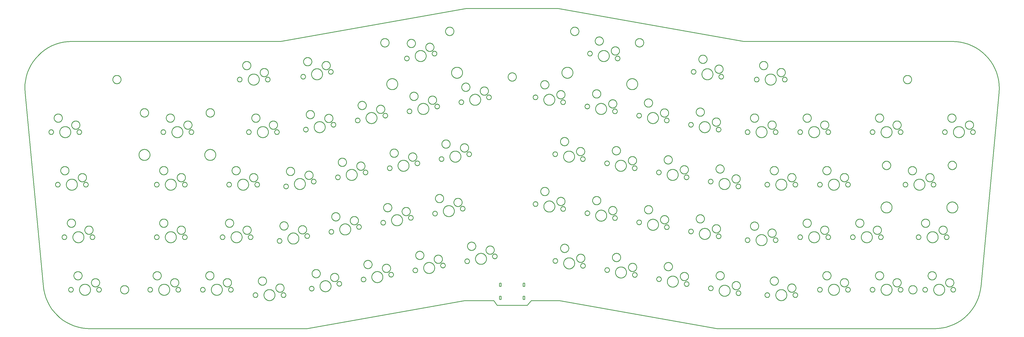
<source format=gbr>
G04 EAGLE Gerber RS-274X export*
G75*
%MOMM*%
%FSLAX34Y34*%
%LPD*%
%IN*%
%IPPOS*%
%AMOC8*
5,1,8,0,0,1.08239X$1,22.5*%
G01*
%ADD10C,0.254000*%


D10*
X-217025Y714433D02*
X-151017Y12827D01*
X-149182Y-770D01*
X-145972Y-15249D01*
X-141512Y-29393D01*
X-135837Y-43095D01*
X-128989Y-56250D01*
X-121021Y-68758D01*
X-111992Y-80524D01*
X-101973Y-91458D01*
X-91039Y-101477D01*
X-79273Y-110506D01*
X-66765Y-118474D01*
X-53610Y-125322D01*
X-39908Y-130998D01*
X-25764Y-135457D01*
X-11285Y-138667D01*
X3419Y-140603D01*
X18235Y-141250D01*
X803728Y-141250D01*
X1373774Y-39783D01*
X1479601Y-39776D01*
X1492174Y-56744D01*
X1546555Y-56744D01*
X1600759Y-56769D01*
X1615313Y-39878D01*
X1718231Y-39782D01*
X2288276Y-141250D01*
X3073987Y-141250D01*
X3087751Y-140692D01*
X3102467Y-138847D01*
X3116965Y-135727D01*
X3131137Y-131356D01*
X3144873Y-125766D01*
X3158071Y-118999D01*
X3170628Y-111109D01*
X3182449Y-102154D01*
X3193446Y-92202D01*
X3203533Y-81331D01*
X3212634Y-69621D01*
X3220680Y-57163D01*
X3227609Y-44051D01*
X3233370Y-30384D01*
X3237917Y-16268D01*
X3241217Y-1809D01*
X3243244Y12882D01*
X3309021Y714488D01*
X3309116Y715540D01*
X3309763Y730356D01*
X3309116Y745173D01*
X3307181Y759876D01*
X3303971Y774355D01*
X3299511Y788499D01*
X3293836Y802201D01*
X3286988Y815356D01*
X3279019Y827864D01*
X3269991Y839630D01*
X3259972Y850564D01*
X3249038Y860583D01*
X3237272Y869612D01*
X3224764Y877580D01*
X3211609Y884428D01*
X3197907Y890104D01*
X3183763Y894563D01*
X3169284Y897773D01*
X3154580Y899709D01*
X3139764Y900356D01*
X2383898Y900356D01*
X1712729Y1019824D01*
X1380280Y1019823D01*
X709109Y900356D01*
X-47772Y900356D01*
X-48883Y900352D01*
X-63695Y899609D01*
X-78386Y897577D01*
X-92844Y894272D01*
X-106959Y889720D01*
X-120623Y883955D01*
X-133733Y877022D01*
X-146188Y868972D01*
X-157895Y859867D01*
X-168764Y849776D01*
X-178711Y838776D01*
X-187663Y826952D01*
X-195549Y814392D01*
X-202311Y801193D01*
X-207897Y787454D01*
X-212264Y773281D01*
X-215379Y758781D01*
X-217219Y744065D01*
X-217769Y729245D01*
X-217025Y714433D01*
X1585900Y-33910D02*
X1585905Y-34032D01*
X1585921Y-34153D01*
X1585947Y-34272D01*
X1585984Y-34389D01*
X1586031Y-34502D01*
X1586087Y-34610D01*
X1586153Y-34713D01*
X1586227Y-34810D01*
X1586310Y-34900D01*
X1586400Y-34982D01*
X1586497Y-35057D01*
X1586600Y-35122D01*
X1586708Y-35179D01*
X1586821Y-35226D01*
X1586937Y-35262D01*
X1587057Y-35289D01*
X1587178Y-35305D01*
X1587300Y-35310D01*
X1590500Y-35310D01*
X1590622Y-35305D01*
X1590743Y-35289D01*
X1590862Y-35262D01*
X1590978Y-35226D01*
X1591091Y-35179D01*
X1591200Y-35122D01*
X1591303Y-35057D01*
X1591400Y-34982D01*
X1591490Y-34900D01*
X1591572Y-34810D01*
X1591646Y-34713D01*
X1591712Y-34610D01*
X1591768Y-34502D01*
X1591815Y-34389D01*
X1591852Y-34272D01*
X1591878Y-34153D01*
X1591894Y-34032D01*
X1591900Y-33910D01*
X1591900Y-24710D01*
X1591894Y-24588D01*
X1591878Y-24467D01*
X1591852Y-24348D01*
X1591815Y-24231D01*
X1591768Y-24118D01*
X1591712Y-24010D01*
X1591646Y-23907D01*
X1591572Y-23810D01*
X1591490Y-23720D01*
X1591400Y-23638D01*
X1591303Y-23563D01*
X1591200Y-23498D01*
X1591091Y-23441D01*
X1590978Y-23394D01*
X1590862Y-23358D01*
X1590743Y-23331D01*
X1590622Y-23315D01*
X1590500Y-23310D01*
X1587300Y-23310D01*
X1587178Y-23315D01*
X1587057Y-23331D01*
X1586937Y-23358D01*
X1586821Y-23394D01*
X1586708Y-23441D01*
X1586600Y-23498D01*
X1586497Y-23563D01*
X1586400Y-23638D01*
X1586310Y-23720D01*
X1586227Y-23810D01*
X1586153Y-23907D01*
X1586087Y-24010D01*
X1586031Y-24118D01*
X1585984Y-24231D01*
X1585947Y-24348D01*
X1585921Y-24467D01*
X1585905Y-24588D01*
X1585900Y-24710D01*
X1585900Y-33910D01*
X1500500Y-33910D02*
X1500505Y-34032D01*
X1500521Y-34153D01*
X1500547Y-34272D01*
X1500584Y-34389D01*
X1500631Y-34502D01*
X1500687Y-34610D01*
X1500753Y-34713D01*
X1500827Y-34810D01*
X1500910Y-34900D01*
X1501000Y-34982D01*
X1501097Y-35057D01*
X1501200Y-35122D01*
X1501308Y-35179D01*
X1501421Y-35226D01*
X1501537Y-35262D01*
X1501657Y-35289D01*
X1501778Y-35305D01*
X1501900Y-35310D01*
X1505100Y-35310D01*
X1505222Y-35305D01*
X1505343Y-35289D01*
X1505462Y-35262D01*
X1505578Y-35226D01*
X1505691Y-35179D01*
X1505800Y-35122D01*
X1505903Y-35057D01*
X1506000Y-34982D01*
X1506090Y-34900D01*
X1506172Y-34810D01*
X1506246Y-34713D01*
X1506312Y-34610D01*
X1506368Y-34502D01*
X1506415Y-34389D01*
X1506452Y-34272D01*
X1506478Y-34153D01*
X1506494Y-34032D01*
X1506500Y-33910D01*
X1506500Y-24710D01*
X1506494Y-24588D01*
X1506478Y-24467D01*
X1506452Y-24348D01*
X1506415Y-24231D01*
X1506368Y-24118D01*
X1506312Y-24010D01*
X1506246Y-23907D01*
X1506172Y-23810D01*
X1506090Y-23720D01*
X1506000Y-23638D01*
X1505903Y-23563D01*
X1505800Y-23498D01*
X1505691Y-23441D01*
X1505578Y-23394D01*
X1505462Y-23358D01*
X1505343Y-23331D01*
X1505222Y-23315D01*
X1505100Y-23310D01*
X1501900Y-23310D01*
X1501778Y-23315D01*
X1501657Y-23331D01*
X1501537Y-23358D01*
X1501421Y-23394D01*
X1501308Y-23441D01*
X1501200Y-23498D01*
X1501097Y-23563D01*
X1501000Y-23638D01*
X1500910Y-23720D01*
X1500827Y-23810D01*
X1500753Y-23907D01*
X1500687Y-24010D01*
X1500631Y-24118D01*
X1500584Y-24231D01*
X1500547Y-24348D01*
X1500521Y-24467D01*
X1500505Y-24588D01*
X1500500Y-24710D01*
X1500500Y-33910D01*
X1585900Y13390D02*
X1585905Y13268D01*
X1585921Y13147D01*
X1585947Y13028D01*
X1585984Y12911D01*
X1586031Y12798D01*
X1586087Y12690D01*
X1586153Y12587D01*
X1586227Y12490D01*
X1586310Y12400D01*
X1586400Y12318D01*
X1586497Y12243D01*
X1586600Y12178D01*
X1586708Y12121D01*
X1586821Y12074D01*
X1586937Y12038D01*
X1587057Y12011D01*
X1587178Y11995D01*
X1587300Y11990D01*
X1590500Y11990D01*
X1590622Y11995D01*
X1590743Y12011D01*
X1590862Y12038D01*
X1590978Y12074D01*
X1591091Y12121D01*
X1591200Y12178D01*
X1591303Y12243D01*
X1591400Y12318D01*
X1591490Y12400D01*
X1591572Y12490D01*
X1591646Y12587D01*
X1591712Y12690D01*
X1591768Y12798D01*
X1591815Y12911D01*
X1591852Y13028D01*
X1591878Y13147D01*
X1591894Y13268D01*
X1591900Y13390D01*
X1591900Y22590D01*
X1591894Y22712D01*
X1591878Y22833D01*
X1591852Y22952D01*
X1591815Y23069D01*
X1591768Y23182D01*
X1591712Y23290D01*
X1591646Y23393D01*
X1591572Y23490D01*
X1591490Y23580D01*
X1591400Y23662D01*
X1591303Y23737D01*
X1591200Y23802D01*
X1591091Y23859D01*
X1590978Y23906D01*
X1590862Y23942D01*
X1590743Y23969D01*
X1590622Y23985D01*
X1590500Y23990D01*
X1587300Y23990D01*
X1587178Y23985D01*
X1587057Y23969D01*
X1586937Y23942D01*
X1586821Y23906D01*
X1586708Y23859D01*
X1586600Y23802D01*
X1586497Y23737D01*
X1586400Y23662D01*
X1586310Y23580D01*
X1586227Y23490D01*
X1586153Y23393D01*
X1586087Y23290D01*
X1586031Y23182D01*
X1585984Y23069D01*
X1585947Y22952D01*
X1585921Y22833D01*
X1585905Y22712D01*
X1585900Y22590D01*
X1585900Y13390D01*
X1500500Y13390D02*
X1500505Y13268D01*
X1500521Y13147D01*
X1500547Y13028D01*
X1500584Y12911D01*
X1500631Y12798D01*
X1500687Y12690D01*
X1500753Y12587D01*
X1500827Y12490D01*
X1500910Y12400D01*
X1501000Y12318D01*
X1501097Y12243D01*
X1501200Y12178D01*
X1501308Y12121D01*
X1501421Y12074D01*
X1501537Y12038D01*
X1501657Y12011D01*
X1501778Y11995D01*
X1501900Y11990D01*
X1505100Y11990D01*
X1505222Y11995D01*
X1505343Y12011D01*
X1505462Y12038D01*
X1505578Y12074D01*
X1505691Y12121D01*
X1505800Y12178D01*
X1505903Y12243D01*
X1506000Y12318D01*
X1506090Y12400D01*
X1506172Y12490D01*
X1506246Y12587D01*
X1506312Y12690D01*
X1506368Y12798D01*
X1506415Y12911D01*
X1506452Y13028D01*
X1506478Y13147D01*
X1506494Y13268D01*
X1506500Y13390D01*
X1506500Y22590D01*
X1506494Y22712D01*
X1506478Y22833D01*
X1506452Y22952D01*
X1506415Y23069D01*
X1506368Y23182D01*
X1506312Y23290D01*
X1506246Y23393D01*
X1506172Y23490D01*
X1506090Y23580D01*
X1506000Y23662D01*
X1505903Y23737D01*
X1505800Y23802D01*
X1505691Y23859D01*
X1505578Y23906D01*
X1505462Y23942D01*
X1505343Y23969D01*
X1505222Y23985D01*
X1505100Y23990D01*
X1501900Y23990D01*
X1501778Y23985D01*
X1501657Y23969D01*
X1501537Y23942D01*
X1501421Y23906D01*
X1501308Y23859D01*
X1501200Y23802D01*
X1501097Y23737D01*
X1501000Y23662D01*
X1500910Y23580D01*
X1500827Y23490D01*
X1500753Y23393D01*
X1500687Y23290D01*
X1500631Y23182D01*
X1500584Y23069D01*
X1500547Y22952D01*
X1500521Y22833D01*
X1500505Y22712D01*
X1500500Y22590D01*
X1500500Y13390D01*
X2201959Y597937D02*
X2201894Y597197D01*
X2201765Y596465D01*
X2201572Y595747D01*
X2201318Y595049D01*
X2201004Y594376D01*
X2200633Y593732D01*
X2200207Y593124D01*
X2199729Y592554D01*
X2199204Y592029D01*
X2198635Y591551D01*
X2198026Y591125D01*
X2197382Y590754D01*
X2196709Y590440D01*
X2196011Y590186D01*
X2195293Y589993D01*
X2194561Y589864D01*
X2193821Y589800D01*
X2193078Y589800D01*
X2192338Y589864D01*
X2191606Y589993D01*
X2190889Y590186D01*
X2190191Y590440D01*
X2189517Y590754D01*
X2188874Y591125D01*
X2188265Y591551D01*
X2187696Y592029D01*
X2187171Y592554D01*
X2186693Y593124D01*
X2186267Y593732D01*
X2185895Y594376D01*
X2185581Y595049D01*
X2185327Y595747D01*
X2185135Y596465D01*
X2185006Y597197D01*
X2184941Y597937D01*
X2184941Y598680D01*
X2185006Y599420D01*
X2185135Y600152D01*
X2185327Y600869D01*
X2185581Y601568D01*
X2185895Y602241D01*
X2186267Y602884D01*
X2186693Y603493D01*
X2187171Y604062D01*
X2187696Y604588D01*
X2188265Y605065D01*
X2188874Y605491D01*
X2189517Y605863D01*
X2190191Y606177D01*
X2190889Y606431D01*
X2191606Y606623D01*
X2192338Y606752D01*
X2193078Y606817D01*
X2193821Y606817D01*
X2194561Y606752D01*
X2195293Y606623D01*
X2196011Y606431D01*
X2196709Y606177D01*
X2197382Y605863D01*
X2198026Y605491D01*
X2198635Y605065D01*
X2199204Y604588D01*
X2199729Y604062D01*
X2200207Y603493D01*
X2200633Y602884D01*
X2201004Y602241D01*
X2201318Y601568D01*
X2201572Y600869D01*
X2201765Y600152D01*
X2201894Y599420D01*
X2201959Y598680D01*
X2201959Y597937D01*
X1087976Y242782D02*
X1087911Y242042D01*
X1087782Y241310D01*
X1087589Y240593D01*
X1087335Y239894D01*
X1087021Y239221D01*
X1086650Y238578D01*
X1086224Y237969D01*
X1085746Y237400D01*
X1085221Y236874D01*
X1084652Y236397D01*
X1084043Y235971D01*
X1083399Y235599D01*
X1082726Y235285D01*
X1082028Y235031D01*
X1081310Y234839D01*
X1080578Y234710D01*
X1079838Y234645D01*
X1079095Y234645D01*
X1078355Y234710D01*
X1077623Y234839D01*
X1076906Y235031D01*
X1076208Y235285D01*
X1075534Y235599D01*
X1074891Y235971D01*
X1074282Y236397D01*
X1073713Y236874D01*
X1073188Y237400D01*
X1072710Y237969D01*
X1072284Y238578D01*
X1071912Y239221D01*
X1071598Y239894D01*
X1071344Y240593D01*
X1071152Y241310D01*
X1071023Y242042D01*
X1070958Y242782D01*
X1070958Y243525D01*
X1071023Y244265D01*
X1071152Y244997D01*
X1071344Y245715D01*
X1071598Y246413D01*
X1071912Y247086D01*
X1072284Y247730D01*
X1072710Y248338D01*
X1073188Y248908D01*
X1073713Y249433D01*
X1074282Y249911D01*
X1074891Y250337D01*
X1075534Y250708D01*
X1076208Y251022D01*
X1076906Y251276D01*
X1077623Y251469D01*
X1078355Y251598D01*
X1079095Y251662D01*
X1079838Y251662D01*
X1080578Y251598D01*
X1081310Y251469D01*
X1082028Y251276D01*
X1082726Y251022D01*
X1083399Y250708D01*
X1084043Y250337D01*
X1084652Y249911D01*
X1085221Y249433D01*
X1085746Y248908D01*
X1086224Y248338D01*
X1086650Y247730D01*
X1087021Y247086D01*
X1087335Y246413D01*
X1087589Y245715D01*
X1087782Y244997D01*
X1087911Y244265D01*
X1087976Y243525D01*
X1087976Y242782D01*
X1399200Y491098D02*
X1399136Y490358D01*
X1399007Y489626D01*
X1398814Y488908D01*
X1398560Y488210D01*
X1398246Y487536D01*
X1397875Y486893D01*
X1397448Y486284D01*
X1396971Y485715D01*
X1396445Y485190D01*
X1395876Y484712D01*
X1395268Y484286D01*
X1394624Y483914D01*
X1393951Y483600D01*
X1393252Y483346D01*
X1392535Y483154D01*
X1391803Y483025D01*
X1391063Y482960D01*
X1390320Y482960D01*
X1389579Y483025D01*
X1388848Y483154D01*
X1388130Y483346D01*
X1387432Y483600D01*
X1386758Y483914D01*
X1386115Y484286D01*
X1385506Y484712D01*
X1384937Y485190D01*
X1384412Y485715D01*
X1383934Y486284D01*
X1383508Y486893D01*
X1383136Y487536D01*
X1382822Y488210D01*
X1382568Y488908D01*
X1382376Y489626D01*
X1382247Y490358D01*
X1382182Y491098D01*
X1382182Y491841D01*
X1382247Y492581D01*
X1382376Y493313D01*
X1382568Y494031D01*
X1382822Y494729D01*
X1383136Y495402D01*
X1383508Y496046D01*
X1383934Y496654D01*
X1384412Y497224D01*
X1384937Y497749D01*
X1385506Y498227D01*
X1386115Y498653D01*
X1386758Y499024D01*
X1387432Y499338D01*
X1388130Y499592D01*
X1388848Y499785D01*
X1389579Y499914D01*
X1390320Y499979D01*
X1391063Y499979D01*
X1391803Y499914D01*
X1392535Y499785D01*
X1393252Y499592D01*
X1393951Y499338D01*
X1394624Y499024D01*
X1395268Y498653D01*
X1395876Y498227D01*
X1396445Y497749D01*
X1396971Y497224D01*
X1397448Y496654D01*
X1397875Y496046D01*
X1398246Y495402D01*
X1398560Y494729D01*
X1398814Y494031D01*
X1399007Y493313D01*
X1399136Y492581D01*
X1399200Y491841D01*
X1399200Y491098D01*
X2508379Y571129D02*
X2508314Y570388D01*
X2508185Y569657D01*
X2507993Y568939D01*
X2507739Y568241D01*
X2507425Y567567D01*
X2507053Y566924D01*
X2506627Y566315D01*
X2506149Y565746D01*
X2505624Y565221D01*
X2505055Y564743D01*
X2504446Y564317D01*
X2503803Y563945D01*
X2503129Y563631D01*
X2502431Y563377D01*
X2501713Y563185D01*
X2500982Y563056D01*
X2500242Y562991D01*
X2499499Y562991D01*
X2498758Y563056D01*
X2498027Y563185D01*
X2497309Y563377D01*
X2496611Y563631D01*
X2495937Y563945D01*
X2495294Y564317D01*
X2494685Y564743D01*
X2494116Y565221D01*
X2493591Y565746D01*
X2493113Y566315D01*
X2492687Y566924D01*
X2492315Y567567D01*
X2492001Y568241D01*
X2491747Y568939D01*
X2491555Y569657D01*
X2491426Y570388D01*
X2491361Y571129D01*
X2491361Y571872D01*
X2491426Y572612D01*
X2491555Y573343D01*
X2491747Y574061D01*
X2492001Y574759D01*
X2492315Y575433D01*
X2492687Y576076D01*
X2493113Y576685D01*
X2493591Y577254D01*
X2494116Y577779D01*
X2494685Y578257D01*
X2495294Y578683D01*
X2495937Y579055D01*
X2496611Y579369D01*
X2497309Y579623D01*
X2498027Y579815D01*
X2498758Y579944D01*
X2499499Y580009D01*
X2500242Y580009D01*
X2500982Y579944D01*
X2501713Y579815D01*
X2502431Y579623D01*
X2503129Y579369D01*
X2503803Y579055D01*
X2504446Y578683D01*
X2505055Y578257D01*
X2505624Y577779D01*
X2506149Y577254D01*
X2506627Y576685D01*
X2507053Y576076D01*
X2507425Y575433D01*
X2507739Y574759D01*
X2507993Y574061D01*
X2508185Y573343D01*
X2508314Y572612D01*
X2508379Y571872D01*
X2508379Y571129D01*
X497251Y-604D02*
X497178Y-1811D01*
X497032Y-3011D01*
X496814Y-4200D01*
X496525Y-5373D01*
X496166Y-6527D01*
X495737Y-7657D01*
X495241Y-8759D01*
X494679Y-9830D01*
X494054Y-10864D01*
X493367Y-11859D01*
X492622Y-12810D01*
X491820Y-13715D01*
X490966Y-14569D01*
X490061Y-15371D01*
X489110Y-16116D01*
X488115Y-16803D01*
X487081Y-17428D01*
X486010Y-17990D01*
X484908Y-18486D01*
X483778Y-18915D01*
X482624Y-19274D01*
X481451Y-19563D01*
X480262Y-19781D01*
X479062Y-19927D01*
X477855Y-20000D01*
X476647Y-20000D01*
X475440Y-19927D01*
X474240Y-19781D01*
X473051Y-19563D01*
X471878Y-19274D01*
X470724Y-18915D01*
X469594Y-18486D01*
X468492Y-17990D01*
X467421Y-17428D01*
X466387Y-16803D01*
X465392Y-16116D01*
X464441Y-15371D01*
X463536Y-14569D01*
X462682Y-13715D01*
X461880Y-12810D01*
X461135Y-11859D01*
X460448Y-10864D01*
X459823Y-9830D01*
X459261Y-8759D01*
X458765Y-7657D01*
X458336Y-6527D01*
X457977Y-5373D01*
X457688Y-4200D01*
X457470Y-3011D01*
X457324Y-1811D01*
X457251Y-604D01*
X457251Y604D01*
X457324Y1811D01*
X457470Y3011D01*
X457688Y4200D01*
X457977Y5373D01*
X458336Y6527D01*
X458765Y7657D01*
X459261Y8759D01*
X459823Y9830D01*
X460448Y10864D01*
X461135Y11859D01*
X461880Y12810D01*
X462682Y13715D01*
X463536Y14569D01*
X464441Y15371D01*
X465392Y16116D01*
X466387Y16803D01*
X467421Y17428D01*
X468492Y17990D01*
X469594Y18486D01*
X470724Y18915D01*
X471878Y19274D01*
X473051Y19563D01*
X474240Y19781D01*
X475440Y19927D01*
X476647Y20000D01*
X477855Y20000D01*
X479062Y19927D01*
X480262Y19781D01*
X481451Y19563D01*
X482624Y19274D01*
X483778Y18915D01*
X484908Y18486D01*
X486010Y17990D01*
X487081Y17428D01*
X488115Y16803D01*
X489110Y16116D01*
X490061Y15371D01*
X490966Y14569D01*
X491820Y13715D01*
X492622Y12810D01*
X493367Y11859D01*
X494054Y10864D01*
X494679Y9830D01*
X495241Y8759D01*
X495737Y7657D01*
X496166Y6527D01*
X496525Y5373D01*
X496814Y4200D01*
X497032Y3011D01*
X497178Y1811D01*
X497251Y604D01*
X497251Y-604D01*
X1960217Y62039D02*
X1960144Y60832D01*
X1959998Y59632D01*
X1959780Y58443D01*
X1959491Y57270D01*
X1959132Y56116D01*
X1958703Y54986D01*
X1958207Y53884D01*
X1957645Y52813D01*
X1957020Y51779D01*
X1956333Y50784D01*
X1955588Y49833D01*
X1954786Y48928D01*
X1953932Y48074D01*
X1953027Y47272D01*
X1952076Y46527D01*
X1951081Y45840D01*
X1950047Y45215D01*
X1948976Y44653D01*
X1947874Y44157D01*
X1946744Y43728D01*
X1945590Y43369D01*
X1944417Y43080D01*
X1943228Y42862D01*
X1942028Y42716D01*
X1940821Y42643D01*
X1939613Y42643D01*
X1938406Y42716D01*
X1937206Y42862D01*
X1936017Y43080D01*
X1934844Y43369D01*
X1933690Y43728D01*
X1932560Y44157D01*
X1931458Y44653D01*
X1930387Y45215D01*
X1929353Y45840D01*
X1928358Y46527D01*
X1927407Y47272D01*
X1926502Y48074D01*
X1925648Y48928D01*
X1924846Y49833D01*
X1924101Y50784D01*
X1923414Y51779D01*
X1922789Y52813D01*
X1922227Y53884D01*
X1921731Y54986D01*
X1921302Y56116D01*
X1920943Y57270D01*
X1920654Y58443D01*
X1920436Y59632D01*
X1920290Y60832D01*
X1920217Y62039D01*
X1920217Y63247D01*
X1920290Y64454D01*
X1920436Y65654D01*
X1920654Y66843D01*
X1920943Y68016D01*
X1921302Y69170D01*
X1921731Y70300D01*
X1922227Y71402D01*
X1922789Y72473D01*
X1923414Y73507D01*
X1924101Y74502D01*
X1924846Y75453D01*
X1925648Y76358D01*
X1926502Y77212D01*
X1927407Y78014D01*
X1928358Y78759D01*
X1929353Y79446D01*
X1930387Y80071D01*
X1931458Y80633D01*
X1932560Y81129D01*
X1933690Y81558D01*
X1934844Y81917D01*
X1936017Y82206D01*
X1937206Y82424D01*
X1938406Y82570D01*
X1939613Y82643D01*
X1940821Y82643D01*
X1942028Y82570D01*
X1943228Y82424D01*
X1944417Y82206D01*
X1945590Y81917D01*
X1946744Y81558D01*
X1947874Y81129D01*
X1948976Y80633D01*
X1950047Y80071D01*
X1951081Y79446D01*
X1952076Y78759D01*
X1953027Y78014D01*
X1953932Y77212D01*
X1954786Y76358D01*
X1955588Y75453D01*
X1956333Y74502D01*
X1957020Y73507D01*
X1957645Y72473D01*
X1958207Y71402D01*
X1958703Y70300D01*
X1959132Y69170D01*
X1959491Y68016D01*
X1959780Y66843D01*
X1959998Y65654D01*
X1960144Y64454D01*
X1960217Y63247D01*
X1960217Y62039D01*
X2668715Y-372D02*
X2668650Y-1112D01*
X2668521Y-1843D01*
X2668329Y-2561D01*
X2668075Y-3259D01*
X2667761Y-3933D01*
X2667389Y-4576D01*
X2666963Y-5185D01*
X2666485Y-5754D01*
X2665960Y-6279D01*
X2665391Y-6757D01*
X2664782Y-7183D01*
X2664139Y-7555D01*
X2663465Y-7869D01*
X2662767Y-8123D01*
X2662049Y-8315D01*
X2661318Y-8444D01*
X2660578Y-8509D01*
X2659835Y-8509D01*
X2659094Y-8444D01*
X2658363Y-8315D01*
X2657645Y-8123D01*
X2656947Y-7869D01*
X2656273Y-7555D01*
X2655630Y-7183D01*
X2655021Y-6757D01*
X2654452Y-6279D01*
X2653927Y-5754D01*
X2653449Y-5185D01*
X2653023Y-4576D01*
X2652651Y-3933D01*
X2652337Y-3259D01*
X2652083Y-2561D01*
X2651891Y-1843D01*
X2651762Y-1112D01*
X2651697Y-372D01*
X2651697Y372D01*
X2651762Y1112D01*
X2651891Y1843D01*
X2652083Y2561D01*
X2652337Y3259D01*
X2652651Y3933D01*
X2653023Y4576D01*
X2653449Y5185D01*
X2653927Y5754D01*
X2654452Y6279D01*
X2655021Y6757D01*
X2655630Y7183D01*
X2656273Y7555D01*
X2656947Y7869D01*
X2657645Y8123D01*
X2658363Y8315D01*
X2659094Y8444D01*
X2659835Y8509D01*
X2660578Y8509D01*
X2661318Y8444D01*
X2662049Y8315D01*
X2662767Y8123D01*
X2663465Y7869D01*
X2664139Y7555D01*
X2664782Y7183D01*
X2665391Y6757D01*
X2665960Y6279D01*
X2666485Y5754D01*
X2666963Y5185D01*
X2667389Y4576D01*
X2667761Y3933D01*
X2668075Y3259D01*
X2668329Y2561D01*
X2668521Y1843D01*
X2668650Y1112D01*
X2668715Y372D01*
X2668715Y-372D01*
X670166Y761629D02*
X670101Y760888D01*
X669972Y760157D01*
X669780Y759439D01*
X669526Y758741D01*
X669212Y758067D01*
X668840Y757424D01*
X668414Y756815D01*
X667936Y756246D01*
X667411Y755721D01*
X666842Y755243D01*
X666233Y754817D01*
X665590Y754445D01*
X664916Y754131D01*
X664218Y753877D01*
X663500Y753685D01*
X662769Y753556D01*
X662029Y753491D01*
X661286Y753491D01*
X660545Y753556D01*
X659814Y753685D01*
X659096Y753877D01*
X658398Y754131D01*
X657724Y754445D01*
X657081Y754817D01*
X656472Y755243D01*
X655903Y755721D01*
X655378Y756246D01*
X654900Y756815D01*
X654474Y757424D01*
X654102Y758067D01*
X653788Y758741D01*
X653534Y759439D01*
X653342Y760157D01*
X653213Y760888D01*
X653148Y761629D01*
X653148Y762372D01*
X653213Y763112D01*
X653342Y763843D01*
X653534Y764561D01*
X653788Y765259D01*
X654102Y765933D01*
X654474Y766576D01*
X654900Y767185D01*
X655378Y767754D01*
X655903Y768279D01*
X656472Y768757D01*
X657081Y769183D01*
X657724Y769555D01*
X658398Y769869D01*
X659096Y770123D01*
X659814Y770315D01*
X660545Y770444D01*
X661286Y770509D01*
X662029Y770509D01*
X662769Y770444D01*
X663500Y770315D01*
X664218Y770123D01*
X664916Y769869D01*
X665590Y769555D01*
X666233Y769183D01*
X666842Y768757D01*
X667411Y768279D01*
X667936Y767754D01*
X668414Y767185D01*
X668840Y766576D01*
X669212Y765933D01*
X669526Y765259D01*
X669780Y764561D01*
X669972Y763843D01*
X670101Y763112D01*
X670166Y762372D01*
X670166Y761629D01*
X1111538Y440375D02*
X1111473Y439635D01*
X1111344Y438903D01*
X1111151Y438186D01*
X1110897Y437487D01*
X1110583Y436814D01*
X1110212Y436171D01*
X1109786Y435562D01*
X1109308Y434993D01*
X1108783Y434467D01*
X1108214Y433990D01*
X1107605Y433564D01*
X1106961Y433192D01*
X1106288Y432878D01*
X1105590Y432624D01*
X1104872Y432432D01*
X1104140Y432303D01*
X1103400Y432238D01*
X1102657Y432238D01*
X1101917Y432303D01*
X1101185Y432432D01*
X1100468Y432624D01*
X1099770Y432878D01*
X1099096Y433192D01*
X1098453Y433564D01*
X1097844Y433990D01*
X1097275Y434467D01*
X1096750Y434993D01*
X1096272Y435562D01*
X1095846Y436171D01*
X1095474Y436814D01*
X1095160Y437487D01*
X1094906Y438186D01*
X1094714Y438903D01*
X1094585Y439635D01*
X1094520Y440375D01*
X1094520Y441118D01*
X1094585Y441858D01*
X1094714Y442590D01*
X1094906Y443308D01*
X1095160Y444006D01*
X1095474Y444679D01*
X1095846Y445323D01*
X1096272Y445931D01*
X1096750Y446501D01*
X1097275Y447026D01*
X1097844Y447504D01*
X1098453Y447930D01*
X1099096Y448301D01*
X1099770Y448615D01*
X1100468Y448869D01*
X1101185Y449062D01*
X1101917Y449191D01*
X1102657Y449255D01*
X1103400Y449255D01*
X1104140Y449191D01*
X1104872Y449062D01*
X1105590Y448869D01*
X1106288Y448615D01*
X1106961Y448301D01*
X1107605Y447930D01*
X1108214Y447504D01*
X1108783Y447026D01*
X1109308Y446501D01*
X1109786Y445931D01*
X1110212Y445323D01*
X1110583Y444679D01*
X1110897Y444006D01*
X1111151Y443308D01*
X1111344Y442590D01*
X1111473Y441858D01*
X1111538Y441118D01*
X1111538Y440375D01*
X2147823Y28959D02*
X2147750Y27752D01*
X2147604Y26552D01*
X2147386Y25363D01*
X2147097Y24190D01*
X2146738Y23036D01*
X2146309Y21906D01*
X2145813Y20804D01*
X2145251Y19733D01*
X2144626Y18699D01*
X2143939Y17704D01*
X2143194Y16753D01*
X2142392Y15848D01*
X2141538Y14994D01*
X2140633Y14192D01*
X2139682Y13447D01*
X2138687Y12760D01*
X2137653Y12135D01*
X2136582Y11573D01*
X2135480Y11077D01*
X2134350Y10648D01*
X2133196Y10289D01*
X2132023Y10000D01*
X2130834Y9782D01*
X2129634Y9636D01*
X2128427Y9563D01*
X2127219Y9563D01*
X2126012Y9636D01*
X2124812Y9782D01*
X2123623Y10000D01*
X2122450Y10289D01*
X2121296Y10648D01*
X2120166Y11077D01*
X2119064Y11573D01*
X2117993Y12135D01*
X2116959Y12760D01*
X2115964Y13447D01*
X2115013Y14192D01*
X2114108Y14994D01*
X2113254Y15848D01*
X2112452Y16753D01*
X2111707Y17704D01*
X2111020Y18699D01*
X2110395Y19733D01*
X2109833Y20804D01*
X2109337Y21906D01*
X2108908Y23036D01*
X2108549Y24190D01*
X2108260Y25363D01*
X2108042Y26552D01*
X2107896Y27752D01*
X2107823Y28959D01*
X2107823Y30167D01*
X2107896Y31374D01*
X2108042Y32574D01*
X2108260Y33763D01*
X2108549Y34936D01*
X2108908Y36090D01*
X2109337Y37220D01*
X2109833Y38322D01*
X2110395Y39393D01*
X2111020Y40427D01*
X2111707Y41422D01*
X2112452Y42373D01*
X2113254Y43278D01*
X2114108Y44132D01*
X2115013Y44934D01*
X2115964Y45679D01*
X2116959Y46366D01*
X2117993Y46991D01*
X2119064Y47553D01*
X2120166Y48049D01*
X2121296Y48478D01*
X2122450Y48837D01*
X2123623Y49126D01*
X2124812Y49344D01*
X2126012Y49490D01*
X2127219Y49563D01*
X2128427Y49563D01*
X2129634Y49490D01*
X2130834Y49344D01*
X2132023Y49126D01*
X2133196Y48837D01*
X2134350Y48478D01*
X2135480Y48049D01*
X2136582Y47553D01*
X2137653Y46991D01*
X2138687Y46366D01*
X2139682Y45679D01*
X2140633Y44934D01*
X2141538Y44132D01*
X2142392Y43278D01*
X2143194Y42373D01*
X2143939Y41422D01*
X2144626Y40427D01*
X2145251Y39393D01*
X2145813Y38322D01*
X2146309Y37220D01*
X2146738Y36090D01*
X2147097Y34936D01*
X2147386Y33763D01*
X2147604Y32574D01*
X2147750Y31374D01*
X2147823Y30167D01*
X2147823Y28959D01*
X3159571Y297848D02*
X3159498Y296645D01*
X3159353Y295449D01*
X3159136Y294263D01*
X3158847Y293093D01*
X3158489Y291943D01*
X3158062Y290816D01*
X3157567Y289717D01*
X3157007Y288650D01*
X3156384Y287619D01*
X3155699Y286628D01*
X3154956Y285679D01*
X3154157Y284777D01*
X3153305Y283925D01*
X3152403Y283126D01*
X3151455Y282383D01*
X3150463Y281698D01*
X3149432Y281075D01*
X3148365Y280515D01*
X3147266Y280020D01*
X3146139Y279593D01*
X3144989Y279235D01*
X3143819Y278946D01*
X3142633Y278729D01*
X3141437Y278584D01*
X3140235Y278511D01*
X3139030Y278511D01*
X3137827Y278584D01*
X3136631Y278729D01*
X3135445Y278946D01*
X3134275Y279235D01*
X3133125Y279593D01*
X3131998Y280020D01*
X3130899Y280515D01*
X3129832Y281075D01*
X3128801Y281698D01*
X3127810Y282383D01*
X3126861Y283126D01*
X3125959Y283925D01*
X3125107Y284777D01*
X3124308Y285679D01*
X3123565Y286628D01*
X3122880Y287619D01*
X3122257Y288650D01*
X3121697Y289717D01*
X3121202Y290816D01*
X3120775Y291943D01*
X3120417Y293093D01*
X3120128Y294263D01*
X3119911Y295449D01*
X3119766Y296645D01*
X3119693Y297848D01*
X3119693Y299053D01*
X3119766Y300255D01*
X3119911Y301451D01*
X3120128Y302637D01*
X3120417Y303807D01*
X3120775Y304957D01*
X3121202Y306084D01*
X3121697Y307183D01*
X3122257Y308250D01*
X3122880Y309281D01*
X3123565Y310273D01*
X3124308Y311221D01*
X3125107Y312123D01*
X3125959Y312975D01*
X3126861Y313774D01*
X3127810Y314517D01*
X3128801Y315202D01*
X3129832Y315825D01*
X3130899Y316385D01*
X3131998Y316880D01*
X3133125Y317307D01*
X3134275Y317665D01*
X3135445Y317954D01*
X3136631Y318171D01*
X3137827Y318316D01*
X3139030Y318389D01*
X3140235Y318389D01*
X3141437Y318316D01*
X3142633Y318171D01*
X3143819Y317954D01*
X3144989Y317665D01*
X3146139Y317307D01*
X3147266Y316880D01*
X3148365Y316385D01*
X3149432Y315825D01*
X3150463Y315202D01*
X3151455Y314517D01*
X3152403Y313774D01*
X3153305Y312975D01*
X3154157Y312123D01*
X3154956Y311221D01*
X3155699Y310273D01*
X3156384Y309281D01*
X3157007Y308250D01*
X3157567Y307183D01*
X3158062Y306084D01*
X3158489Y304957D01*
X3158847Y303807D01*
X3159136Y302637D01*
X3159353Y301451D01*
X3159498Y300255D01*
X3159571Y299053D01*
X3159571Y297848D01*
X2992400Y761464D02*
X2992324Y760396D01*
X2992171Y759335D01*
X2991943Y758288D01*
X2991641Y757260D01*
X2991267Y756256D01*
X2990822Y755281D01*
X2990308Y754341D01*
X2989729Y753440D01*
X2989087Y752582D01*
X2988385Y751772D01*
X2987628Y751015D01*
X2986818Y750313D01*
X2985960Y749671D01*
X2985059Y749092D01*
X2984119Y748578D01*
X2983144Y748133D01*
X2982140Y747759D01*
X2981112Y747457D01*
X2980065Y747229D01*
X2979004Y747076D01*
X2977936Y747000D01*
X2976864Y747000D01*
X2975796Y747076D01*
X2974735Y747229D01*
X2973688Y747457D01*
X2972660Y747759D01*
X2971656Y748133D01*
X2970681Y748578D01*
X2969741Y749092D01*
X2968840Y749671D01*
X2967982Y750313D01*
X2967172Y751015D01*
X2966415Y751772D01*
X2965713Y752582D01*
X2965071Y753440D01*
X2964492Y754341D01*
X2963978Y755281D01*
X2963533Y756256D01*
X2963159Y757260D01*
X2962857Y758288D01*
X2962629Y759335D01*
X2962476Y760396D01*
X2962400Y761464D01*
X2962400Y762536D01*
X2962476Y763604D01*
X2962629Y764665D01*
X2962857Y765712D01*
X2963159Y766740D01*
X2963533Y767744D01*
X2963978Y768719D01*
X2964492Y769659D01*
X2965071Y770560D01*
X2965713Y771418D01*
X2966415Y772228D01*
X2967172Y772985D01*
X2967982Y773687D01*
X2968840Y774329D01*
X2969741Y774908D01*
X2970681Y775422D01*
X2971656Y775867D01*
X2972660Y776241D01*
X2973688Y776543D01*
X2974735Y776771D01*
X2975796Y776924D01*
X2976864Y777000D01*
X2977936Y777000D01*
X2979004Y776924D01*
X2980065Y776771D01*
X2981112Y776543D01*
X2982140Y776241D01*
X2983144Y775867D01*
X2984119Y775422D01*
X2985059Y774908D01*
X2985960Y774329D01*
X2986818Y773687D01*
X2987628Y772985D01*
X2988385Y772228D01*
X2989087Y771418D01*
X2989729Y770560D01*
X2990308Y769659D01*
X2990822Y768719D01*
X2991267Y767744D01*
X2991641Y766740D01*
X2991943Y765712D01*
X2992171Y764665D01*
X2992324Y763604D01*
X2992400Y762536D01*
X2992400Y761464D01*
X1360663Y482044D02*
X1360590Y480837D01*
X1360444Y479637D01*
X1360226Y478448D01*
X1359937Y477275D01*
X1359578Y476121D01*
X1359149Y474991D01*
X1358653Y473889D01*
X1358091Y472818D01*
X1357466Y471784D01*
X1356779Y470789D01*
X1356034Y469838D01*
X1355232Y468933D01*
X1354378Y468079D01*
X1353473Y467277D01*
X1352522Y466532D01*
X1351527Y465845D01*
X1350493Y465220D01*
X1349422Y464658D01*
X1348320Y464162D01*
X1347190Y463733D01*
X1346036Y463374D01*
X1344863Y463085D01*
X1343674Y462867D01*
X1342474Y462721D01*
X1341267Y462648D01*
X1340059Y462648D01*
X1338852Y462721D01*
X1337652Y462867D01*
X1336463Y463085D01*
X1335290Y463374D01*
X1334136Y463733D01*
X1333006Y464162D01*
X1331904Y464658D01*
X1330833Y465220D01*
X1329799Y465845D01*
X1328804Y466532D01*
X1327853Y467277D01*
X1326948Y468079D01*
X1326094Y468933D01*
X1325292Y469838D01*
X1324547Y470789D01*
X1323860Y471784D01*
X1323235Y472818D01*
X1322673Y473889D01*
X1322177Y474991D01*
X1321748Y476121D01*
X1321389Y477275D01*
X1321100Y478448D01*
X1320882Y479637D01*
X1320736Y480837D01*
X1320663Y482044D01*
X1320663Y483252D01*
X1320736Y484459D01*
X1320882Y485659D01*
X1321100Y486848D01*
X1321389Y488021D01*
X1321748Y489175D01*
X1322177Y490305D01*
X1322673Y491407D01*
X1323235Y492478D01*
X1323860Y493512D01*
X1324547Y494507D01*
X1325292Y495458D01*
X1326094Y496363D01*
X1326948Y497217D01*
X1327853Y498019D01*
X1328804Y498764D01*
X1329799Y499451D01*
X1330833Y500076D01*
X1331904Y500638D01*
X1333006Y501134D01*
X1334136Y501563D01*
X1335290Y501922D01*
X1336463Y502211D01*
X1337652Y502429D01*
X1338852Y502575D01*
X1340059Y502648D01*
X1341267Y502648D01*
X1342474Y502575D01*
X1343674Y502429D01*
X1344863Y502211D01*
X1346036Y501922D01*
X1347190Y501563D01*
X1348320Y501134D01*
X1349422Y500638D01*
X1350493Y500076D01*
X1351527Y499451D01*
X1352522Y498764D01*
X1353473Y498019D01*
X1354378Y497217D01*
X1355232Y496363D01*
X1356034Y495458D01*
X1356779Y494507D01*
X1357466Y493512D01*
X1358091Y492478D01*
X1358653Y491407D01*
X1359149Y490305D01*
X1359578Y489175D01*
X1359937Y488021D01*
X1360226Y486848D01*
X1360444Y485659D01*
X1360590Y484459D01*
X1360663Y483252D01*
X1360663Y482044D01*
X1275582Y275862D02*
X1275517Y275122D01*
X1275388Y274390D01*
X1275195Y273673D01*
X1274941Y272974D01*
X1274627Y272301D01*
X1274256Y271658D01*
X1273830Y271049D01*
X1273352Y270480D01*
X1272827Y269954D01*
X1272258Y269477D01*
X1271649Y269051D01*
X1271005Y268679D01*
X1270332Y268365D01*
X1269634Y268111D01*
X1268916Y267919D01*
X1268184Y267790D01*
X1267444Y267725D01*
X1266701Y267725D01*
X1265961Y267790D01*
X1265229Y267919D01*
X1264512Y268111D01*
X1263814Y268365D01*
X1263140Y268679D01*
X1262497Y269051D01*
X1261888Y269477D01*
X1261319Y269954D01*
X1260794Y270480D01*
X1260316Y271049D01*
X1259890Y271658D01*
X1259518Y272301D01*
X1259204Y272974D01*
X1258950Y273673D01*
X1258758Y274390D01*
X1258629Y275122D01*
X1258564Y275862D01*
X1258564Y276605D01*
X1258629Y277345D01*
X1258758Y278077D01*
X1258950Y278795D01*
X1259204Y279493D01*
X1259518Y280166D01*
X1259890Y280810D01*
X1260316Y281418D01*
X1260794Y281988D01*
X1261319Y282513D01*
X1261888Y282991D01*
X1262497Y283417D01*
X1263140Y283788D01*
X1263814Y284102D01*
X1264512Y284356D01*
X1265229Y284549D01*
X1265961Y284678D01*
X1266701Y284742D01*
X1267444Y284742D01*
X1268184Y284678D01*
X1268916Y284549D01*
X1269634Y284356D01*
X1270332Y284102D01*
X1271005Y283788D01*
X1271649Y283417D01*
X1272258Y282991D01*
X1272827Y282513D01*
X1273352Y281988D01*
X1273830Y281418D01*
X1274256Y280810D01*
X1274627Y280166D01*
X1274941Y279493D01*
X1275195Y278795D01*
X1275388Y278077D01*
X1275517Y277345D01*
X1275582Y276605D01*
X1275582Y275862D01*
X1491949Y120575D02*
X1491885Y119835D01*
X1491756Y119103D01*
X1491563Y118385D01*
X1491309Y117687D01*
X1490995Y117013D01*
X1490624Y116370D01*
X1490197Y115761D01*
X1489720Y115192D01*
X1489194Y114667D01*
X1488625Y114189D01*
X1488017Y113763D01*
X1487373Y113391D01*
X1486700Y113077D01*
X1486001Y112823D01*
X1485284Y112631D01*
X1484552Y112502D01*
X1483812Y112437D01*
X1483069Y112437D01*
X1482328Y112502D01*
X1481597Y112631D01*
X1480879Y112823D01*
X1480181Y113077D01*
X1479507Y113391D01*
X1478864Y113763D01*
X1478255Y114189D01*
X1477686Y114667D01*
X1477161Y115192D01*
X1476683Y115761D01*
X1476257Y116370D01*
X1475885Y117013D01*
X1475571Y117687D01*
X1475317Y118385D01*
X1475125Y119103D01*
X1474996Y119835D01*
X1474931Y120575D01*
X1474931Y121318D01*
X1474996Y122058D01*
X1475125Y122790D01*
X1475317Y123508D01*
X1475571Y124206D01*
X1475885Y124879D01*
X1476257Y125523D01*
X1476683Y126131D01*
X1477161Y126701D01*
X1477686Y127226D01*
X1478255Y127704D01*
X1478864Y128130D01*
X1479507Y128501D01*
X1480181Y128815D01*
X1480879Y129069D01*
X1481597Y129262D01*
X1482328Y129391D01*
X1483069Y129456D01*
X1483812Y129456D01*
X1484552Y129391D01*
X1485284Y129262D01*
X1486001Y129069D01*
X1486700Y128815D01*
X1487373Y128501D01*
X1488017Y128130D01*
X1488625Y127704D01*
X1489194Y127226D01*
X1489720Y126701D01*
X1490197Y126131D01*
X1490624Y125523D01*
X1490995Y124879D01*
X1491309Y124206D01*
X1491563Y123508D01*
X1491756Y122790D01*
X1491885Y122058D01*
X1491949Y121318D01*
X1491949Y120575D01*
X1766246Y786165D02*
X1766174Y784962D01*
X1766028Y783766D01*
X1765811Y782580D01*
X1765523Y781410D01*
X1765164Y780260D01*
X1764737Y779133D01*
X1764242Y778034D01*
X1763682Y776967D01*
X1763059Y775936D01*
X1762375Y774945D01*
X1761631Y773996D01*
X1760832Y773094D01*
X1759980Y772242D01*
X1759078Y771443D01*
X1758130Y770700D01*
X1757138Y770015D01*
X1756107Y769392D01*
X1755040Y768832D01*
X1753941Y768337D01*
X1752814Y767910D01*
X1751664Y767552D01*
X1750494Y767263D01*
X1749309Y767046D01*
X1748112Y766901D01*
X1746910Y766828D01*
X1745705Y766828D01*
X1744502Y766901D01*
X1743306Y767046D01*
X1742120Y767263D01*
X1740950Y767552D01*
X1739800Y767910D01*
X1738673Y768337D01*
X1737574Y768832D01*
X1736507Y769392D01*
X1735476Y770015D01*
X1734485Y770700D01*
X1733536Y771443D01*
X1732634Y772242D01*
X1731782Y773094D01*
X1730983Y773996D01*
X1730240Y774945D01*
X1729555Y775936D01*
X1728932Y776967D01*
X1728372Y778034D01*
X1727877Y779133D01*
X1727450Y780260D01*
X1727092Y781410D01*
X1726803Y782580D01*
X1726586Y783766D01*
X1726441Y784962D01*
X1726368Y786165D01*
X1726368Y787370D01*
X1726441Y788572D01*
X1726586Y789769D01*
X1726803Y790954D01*
X1727092Y792124D01*
X1727450Y793274D01*
X1727877Y794401D01*
X1728372Y795500D01*
X1728932Y796567D01*
X1729555Y797598D01*
X1730240Y798590D01*
X1730983Y799538D01*
X1731782Y800440D01*
X1732634Y801292D01*
X1733536Y802091D01*
X1734485Y802834D01*
X1735476Y803519D01*
X1736507Y804142D01*
X1737574Y804702D01*
X1738673Y805197D01*
X1739800Y805624D01*
X1740950Y805983D01*
X1742120Y806271D01*
X1743306Y806488D01*
X1744502Y806634D01*
X1745705Y806706D01*
X1746910Y806706D01*
X1748112Y806634D01*
X1749309Y806488D01*
X1750494Y806271D01*
X1751664Y805983D01*
X1752814Y805624D01*
X1753941Y805197D01*
X1755040Y804702D01*
X1756107Y804142D01*
X1757138Y803519D01*
X1758130Y802834D01*
X1759078Y802091D01*
X1759980Y801292D01*
X1760832Y800440D01*
X1761631Y799538D01*
X1762375Y798590D01*
X1763059Y797598D01*
X1763682Y796567D01*
X1764242Y795500D01*
X1764737Y794401D01*
X1765164Y793274D01*
X1765523Y792124D01*
X1765811Y790954D01*
X1766028Y789769D01*
X1766174Y788572D01*
X1766246Y787370D01*
X1766246Y786165D01*
X2273910Y4933D02*
X2273845Y4193D01*
X2273716Y3461D01*
X2273523Y2743D01*
X2273269Y2045D01*
X2272955Y1372D01*
X2272584Y728D01*
X2272158Y120D01*
X2271680Y-450D01*
X2271155Y-975D01*
X2270586Y-1453D01*
X2269977Y-1879D01*
X2269333Y-2250D01*
X2268660Y-2564D01*
X2267962Y-2818D01*
X2267244Y-3011D01*
X2266512Y-3140D01*
X2265772Y-3204D01*
X2265029Y-3204D01*
X2264289Y-3140D01*
X2263557Y-3011D01*
X2262840Y-2818D01*
X2262142Y-2564D01*
X2261468Y-2250D01*
X2260825Y-1879D01*
X2260216Y-1453D01*
X2259647Y-975D01*
X2259122Y-450D01*
X2258644Y120D01*
X2258218Y728D01*
X2257846Y1372D01*
X2257532Y2045D01*
X2257278Y2743D01*
X2257086Y3461D01*
X2256957Y4193D01*
X2256892Y4933D01*
X2256892Y5676D01*
X2256957Y6416D01*
X2257086Y7148D01*
X2257278Y7865D01*
X2257532Y8564D01*
X2257846Y9237D01*
X2258218Y9880D01*
X2258644Y10489D01*
X2259122Y11058D01*
X2259647Y11584D01*
X2260216Y12061D01*
X2260825Y12487D01*
X2261468Y12859D01*
X2262142Y13173D01*
X2262840Y13427D01*
X2263557Y13619D01*
X2264289Y13748D01*
X2265029Y13813D01*
X2265772Y13813D01*
X2266512Y13748D01*
X2267244Y13619D01*
X2267962Y13427D01*
X2268660Y13173D01*
X2269333Y12859D01*
X2269977Y12487D01*
X2270586Y12061D01*
X2271155Y11584D01*
X2271680Y11058D01*
X2272158Y10489D01*
X2272584Y9880D01*
X2272955Y9237D01*
X2273269Y8564D01*
X2273523Y7865D01*
X2273716Y7148D01*
X2273845Y6416D01*
X2273910Y5676D01*
X2273910Y4933D01*
X2978279Y380628D02*
X2978214Y379888D01*
X2978085Y379156D01*
X2977893Y378439D01*
X2977639Y377740D01*
X2977325Y377067D01*
X2976953Y376424D01*
X2976527Y375815D01*
X2976049Y375246D01*
X2975524Y374720D01*
X2974955Y374243D01*
X2974346Y373816D01*
X2973703Y373445D01*
X2973029Y373131D01*
X2972331Y372877D01*
X2971613Y372684D01*
X2970881Y372555D01*
X2970141Y372491D01*
X2969398Y372491D01*
X2968658Y372555D01*
X2967926Y372684D01*
X2967208Y372877D01*
X2966510Y373131D01*
X2965837Y373445D01*
X2965193Y373816D01*
X2964584Y374243D01*
X2964015Y374720D01*
X2963490Y375246D01*
X2963012Y375815D01*
X2962586Y376424D01*
X2962214Y377067D01*
X2961900Y377740D01*
X2961646Y378439D01*
X2961454Y379156D01*
X2961325Y379888D01*
X2961260Y380628D01*
X2961260Y381372D01*
X2961325Y382112D01*
X2961454Y382844D01*
X2961646Y383561D01*
X2961900Y384260D01*
X2962214Y384933D01*
X2962586Y385577D01*
X2963012Y386185D01*
X2963490Y386754D01*
X2964015Y387280D01*
X2964584Y387757D01*
X2965193Y388184D01*
X2965837Y388555D01*
X2966510Y388869D01*
X2967208Y389123D01*
X2967926Y389316D01*
X2968658Y389445D01*
X2969398Y389510D01*
X2970141Y389510D01*
X2970881Y389445D01*
X2971613Y389316D01*
X2972331Y389123D01*
X2973029Y388869D01*
X2973703Y388555D01*
X2974346Y388184D01*
X2974955Y387757D01*
X2975524Y387280D01*
X2976049Y386754D01*
X2976527Y386185D01*
X2976953Y385577D01*
X2977325Y384933D01*
X2977639Y384260D01*
X2977893Y383561D01*
X2978085Y382844D01*
X2978214Y382112D01*
X2978279Y381372D01*
X2978279Y380628D01*
X568566Y761629D02*
X568501Y760888D01*
X568372Y760157D01*
X568180Y759439D01*
X567926Y758741D01*
X567612Y758067D01*
X567240Y757424D01*
X566814Y756815D01*
X566336Y756246D01*
X565811Y755721D01*
X565242Y755243D01*
X564633Y754817D01*
X563990Y754445D01*
X563316Y754131D01*
X562618Y753877D01*
X561900Y753685D01*
X561169Y753556D01*
X560429Y753491D01*
X559686Y753491D01*
X558945Y753556D01*
X558214Y753685D01*
X557496Y753877D01*
X556798Y754131D01*
X556124Y754445D01*
X555481Y754817D01*
X554872Y755243D01*
X554303Y755721D01*
X553778Y756246D01*
X553300Y756815D01*
X552874Y757424D01*
X552502Y758067D01*
X552188Y758741D01*
X551934Y759439D01*
X551742Y760157D01*
X551613Y760888D01*
X551548Y761629D01*
X551548Y762372D01*
X551613Y763112D01*
X551742Y763843D01*
X551934Y764561D01*
X552188Y765259D01*
X552502Y765933D01*
X552874Y766576D01*
X553300Y767185D01*
X553778Y767754D01*
X554303Y768279D01*
X554872Y768757D01*
X555481Y769183D01*
X556124Y769555D01*
X556798Y769869D01*
X557496Y770123D01*
X558214Y770315D01*
X558945Y770444D01*
X559686Y770509D01*
X560429Y770509D01*
X561169Y770444D01*
X561900Y770315D01*
X562618Y770123D01*
X563316Y769869D01*
X563990Y769555D01*
X564633Y769183D01*
X565242Y768757D01*
X565811Y768279D01*
X566336Y767754D01*
X566814Y767185D01*
X567240Y766576D01*
X567612Y765933D01*
X567926Y765259D01*
X568180Y764561D01*
X568372Y763843D01*
X568501Y763112D01*
X568566Y762372D01*
X568566Y761629D01*
X2186360Y20370D02*
X2186296Y19630D01*
X2186167Y18898D01*
X2185974Y18180D01*
X2185720Y17482D01*
X2185406Y16809D01*
X2185035Y16165D01*
X2184608Y15557D01*
X2184131Y14987D01*
X2183605Y14462D01*
X2183036Y13984D01*
X2182428Y13558D01*
X2181784Y13187D01*
X2181111Y12873D01*
X2180412Y12619D01*
X2179695Y12426D01*
X2178963Y12297D01*
X2178223Y12232D01*
X2177480Y12232D01*
X2176739Y12297D01*
X2176008Y12426D01*
X2175290Y12619D01*
X2174592Y12873D01*
X2173918Y13187D01*
X2173275Y13558D01*
X2172666Y13984D01*
X2172097Y14462D01*
X2171572Y14987D01*
X2171094Y15557D01*
X2170668Y16165D01*
X2170296Y16809D01*
X2169982Y17482D01*
X2169728Y18180D01*
X2169536Y18898D01*
X2169407Y19630D01*
X2169342Y20370D01*
X2169342Y21113D01*
X2169407Y21853D01*
X2169536Y22585D01*
X2169728Y23303D01*
X2169982Y24001D01*
X2170296Y24675D01*
X2170668Y25318D01*
X2171094Y25927D01*
X2171572Y26496D01*
X2172097Y27021D01*
X2172666Y27499D01*
X2173275Y27925D01*
X2173918Y28297D01*
X2174592Y28611D01*
X2175290Y28865D01*
X2176008Y29057D01*
X2176739Y29186D01*
X2177480Y29251D01*
X2178223Y29251D01*
X2178963Y29186D01*
X2179695Y29057D01*
X2180412Y28865D01*
X2181111Y28611D01*
X2181784Y28297D01*
X2182428Y27925D01*
X2183036Y27499D01*
X2183605Y27021D01*
X2184131Y26496D01*
X2184608Y25927D01*
X2185035Y25318D01*
X2185406Y24675D01*
X2185720Y24001D01*
X2185974Y23303D01*
X2186167Y22585D01*
X2186296Y21853D01*
X2186360Y21113D01*
X2186360Y20370D01*
X473376Y488348D02*
X473303Y487145D01*
X473158Y485949D01*
X472941Y484763D01*
X472652Y483593D01*
X472294Y482443D01*
X471867Y481316D01*
X471372Y480217D01*
X470812Y479150D01*
X470189Y478119D01*
X469504Y477128D01*
X468761Y476179D01*
X467962Y475277D01*
X467110Y474425D01*
X466208Y473626D01*
X465260Y472883D01*
X464268Y472198D01*
X463237Y471575D01*
X462170Y471015D01*
X461071Y470520D01*
X459944Y470093D01*
X458794Y469735D01*
X457624Y469446D01*
X456438Y469229D01*
X455242Y469084D01*
X454040Y469011D01*
X452835Y469011D01*
X451632Y469084D01*
X450436Y469229D01*
X449250Y469446D01*
X448080Y469735D01*
X446930Y470093D01*
X445803Y470520D01*
X444704Y471015D01*
X443637Y471575D01*
X442606Y472198D01*
X441615Y472883D01*
X440666Y473626D01*
X439764Y474425D01*
X438912Y475277D01*
X438113Y476179D01*
X437370Y477128D01*
X436685Y478119D01*
X436062Y479150D01*
X435502Y480217D01*
X435007Y481316D01*
X434580Y482443D01*
X434222Y483593D01*
X433933Y484763D01*
X433716Y485949D01*
X433571Y487145D01*
X433498Y488348D01*
X433498Y489553D01*
X433571Y490755D01*
X433716Y491951D01*
X433933Y493137D01*
X434222Y494307D01*
X434580Y495457D01*
X435007Y496584D01*
X435502Y497683D01*
X436062Y498750D01*
X436685Y499781D01*
X437370Y500773D01*
X438113Y501721D01*
X438912Y502623D01*
X439764Y503475D01*
X440666Y504274D01*
X441615Y505017D01*
X442606Y505702D01*
X443637Y506325D01*
X444704Y506885D01*
X445803Y507380D01*
X446930Y507807D01*
X448080Y508165D01*
X449250Y508454D01*
X450436Y508671D01*
X451632Y508816D01*
X452835Y508889D01*
X454040Y508889D01*
X455242Y508816D01*
X456438Y508671D01*
X457624Y508454D01*
X458794Y508165D01*
X459944Y507807D01*
X461071Y507380D01*
X462170Y506885D01*
X463237Y506325D01*
X464268Y505702D01*
X465260Y505017D01*
X466208Y504274D01*
X467110Y503475D01*
X467962Y502623D01*
X468761Y501721D01*
X469504Y500773D01*
X470189Y499781D01*
X470812Y498750D01*
X471372Y497683D01*
X471867Y496584D01*
X472294Y495457D01*
X472652Y494307D01*
X472941Y493137D01*
X473158Y491951D01*
X473303Y490755D01*
X473376Y489553D01*
X473376Y488348D01*
X2076072Y235050D02*
X2075999Y233843D01*
X2075853Y232643D01*
X2075635Y231454D01*
X2075346Y230281D01*
X2074987Y229127D01*
X2074558Y227997D01*
X2074062Y226895D01*
X2073500Y225824D01*
X2072875Y224790D01*
X2072188Y223795D01*
X2071443Y222844D01*
X2070641Y221939D01*
X2069787Y221085D01*
X2068882Y220283D01*
X2067931Y219538D01*
X2066936Y218851D01*
X2065902Y218226D01*
X2064831Y217664D01*
X2063729Y217168D01*
X2062599Y216739D01*
X2061445Y216380D01*
X2060272Y216091D01*
X2059083Y215873D01*
X2057883Y215727D01*
X2056676Y215654D01*
X2055468Y215654D01*
X2054261Y215727D01*
X2053061Y215873D01*
X2051872Y216091D01*
X2050699Y216380D01*
X2049545Y216739D01*
X2048415Y217168D01*
X2047313Y217664D01*
X2046242Y218226D01*
X2045208Y218851D01*
X2044213Y219538D01*
X2043262Y220283D01*
X2042357Y221085D01*
X2041503Y221939D01*
X2040701Y222844D01*
X2039956Y223795D01*
X2039269Y224790D01*
X2038644Y225824D01*
X2038082Y226895D01*
X2037586Y227997D01*
X2037157Y229127D01*
X2036798Y230281D01*
X2036509Y231454D01*
X2036291Y232643D01*
X2036145Y233843D01*
X2036072Y235050D01*
X2036072Y236258D01*
X2036145Y237465D01*
X2036291Y238665D01*
X2036509Y239854D01*
X2036798Y241027D01*
X2037157Y242181D01*
X2037586Y243311D01*
X2038082Y244413D01*
X2038644Y245484D01*
X2039269Y246518D01*
X2039956Y247513D01*
X2040701Y248464D01*
X2041503Y249369D01*
X2042357Y250223D01*
X2043262Y251025D01*
X2044213Y251770D01*
X2045208Y252457D01*
X2046242Y253082D01*
X2047313Y253644D01*
X2048415Y254140D01*
X2049545Y254569D01*
X2050699Y254928D01*
X2051872Y255217D01*
X2053061Y255435D01*
X2054261Y255581D01*
X2055468Y255654D01*
X2056676Y255654D01*
X2057883Y255581D01*
X2059083Y255435D01*
X2060272Y255217D01*
X2061445Y254928D01*
X2062599Y254569D01*
X2063729Y254140D01*
X2064831Y253644D01*
X2065902Y253082D01*
X2066936Y252457D01*
X2067931Y251770D01*
X2068882Y251025D01*
X2069787Y250223D01*
X2070641Y249369D01*
X2071443Y248464D01*
X2072188Y247513D01*
X2072875Y246518D01*
X2073500Y245484D01*
X2074062Y244413D01*
X2074558Y243311D01*
X2074987Y242181D01*
X2075346Y241027D01*
X2075635Y239854D01*
X2075853Y238665D01*
X2075999Y237465D01*
X2076072Y236258D01*
X2076072Y235050D01*
X961889Y218291D02*
X961816Y217084D01*
X961670Y215884D01*
X961452Y214695D01*
X961163Y213522D01*
X960804Y212368D01*
X960375Y211238D01*
X959879Y210136D01*
X959317Y209065D01*
X958692Y208031D01*
X958005Y207036D01*
X957260Y206085D01*
X956458Y205180D01*
X955604Y204326D01*
X954699Y203524D01*
X953748Y202779D01*
X952753Y202092D01*
X951719Y201467D01*
X950648Y200905D01*
X949546Y200409D01*
X948416Y199980D01*
X947262Y199621D01*
X946089Y199332D01*
X944900Y199114D01*
X943700Y198968D01*
X942493Y198895D01*
X941285Y198895D01*
X940078Y198968D01*
X938878Y199114D01*
X937689Y199332D01*
X936516Y199621D01*
X935362Y199980D01*
X934232Y200409D01*
X933130Y200905D01*
X932059Y201467D01*
X931025Y202092D01*
X930030Y202779D01*
X929079Y203524D01*
X928174Y204326D01*
X927320Y205180D01*
X926518Y206085D01*
X925773Y207036D01*
X925086Y208031D01*
X924461Y209065D01*
X923899Y210136D01*
X923403Y211238D01*
X922974Y212368D01*
X922615Y213522D01*
X922326Y214695D01*
X922108Y215884D01*
X921962Y217084D01*
X921889Y218291D01*
X921889Y219499D01*
X921962Y220706D01*
X922108Y221906D01*
X922326Y223095D01*
X922615Y224268D01*
X922974Y225422D01*
X923403Y226552D01*
X923899Y227654D01*
X924461Y228725D01*
X925086Y229759D01*
X925773Y230754D01*
X926518Y231705D01*
X927320Y232610D01*
X928174Y233464D01*
X929079Y234266D01*
X930030Y235011D01*
X931025Y235698D01*
X932059Y236323D01*
X933130Y236885D01*
X934232Y237381D01*
X935362Y237810D01*
X936516Y238169D01*
X937689Y238458D01*
X938878Y238676D01*
X940078Y238822D01*
X941285Y238895D01*
X942493Y238895D01*
X943700Y238822D01*
X944900Y238676D01*
X946089Y238458D01*
X947262Y238169D01*
X948416Y237810D01*
X949546Y237381D01*
X950648Y236885D01*
X951719Y236323D01*
X952753Y235698D01*
X953748Y235011D01*
X954699Y234266D01*
X955604Y233464D01*
X956458Y232610D01*
X957260Y231705D01*
X958005Y230754D01*
X958692Y229759D01*
X959317Y228725D01*
X959879Y227654D01*
X960375Y226552D01*
X960804Y225422D01*
X961163Y224268D01*
X961452Y223095D01*
X961670Y221906D01*
X961816Y220706D01*
X961889Y219499D01*
X961889Y218291D01*
X1391893Y102932D02*
X1391828Y102192D01*
X1391699Y101460D01*
X1391506Y100743D01*
X1391252Y100044D01*
X1390938Y99371D01*
X1390567Y98728D01*
X1390141Y98119D01*
X1389663Y97550D01*
X1389138Y97024D01*
X1388569Y96547D01*
X1387960Y96121D01*
X1387316Y95749D01*
X1386643Y95435D01*
X1385945Y95181D01*
X1385227Y94989D01*
X1384495Y94860D01*
X1383755Y94795D01*
X1383012Y94795D01*
X1382272Y94860D01*
X1381540Y94989D01*
X1380823Y95181D01*
X1380125Y95435D01*
X1379451Y95749D01*
X1378808Y96121D01*
X1378199Y96547D01*
X1377630Y97024D01*
X1377105Y97550D01*
X1376627Y98119D01*
X1376201Y98728D01*
X1375829Y99371D01*
X1375515Y100044D01*
X1375261Y100743D01*
X1375069Y101460D01*
X1374940Y102192D01*
X1374875Y102932D01*
X1374875Y103675D01*
X1374940Y104415D01*
X1375069Y105147D01*
X1375261Y105865D01*
X1375515Y106563D01*
X1375829Y107236D01*
X1376201Y107880D01*
X1376627Y108488D01*
X1377105Y109058D01*
X1377630Y109583D01*
X1378199Y110061D01*
X1378808Y110487D01*
X1379451Y110858D01*
X1380125Y111172D01*
X1380823Y111426D01*
X1381540Y111619D01*
X1382272Y111748D01*
X1383012Y111812D01*
X1383755Y111812D01*
X1384495Y111748D01*
X1385227Y111619D01*
X1385945Y111426D01*
X1386643Y111172D01*
X1387316Y110858D01*
X1387960Y110487D01*
X1388569Y110061D01*
X1389138Y109583D01*
X1389663Y109058D01*
X1390141Y108488D01*
X1390567Y107880D01*
X1390938Y107236D01*
X1391252Y106563D01*
X1391506Y105865D01*
X1391699Y105147D01*
X1391828Y104415D01*
X1391893Y103675D01*
X1391893Y102932D01*
X2541459Y761629D02*
X2541394Y760888D01*
X2541265Y760157D01*
X2541073Y759439D01*
X2540819Y758741D01*
X2540505Y758067D01*
X2540133Y757424D01*
X2539707Y756815D01*
X2539229Y756246D01*
X2538704Y755721D01*
X2538135Y755243D01*
X2537526Y754817D01*
X2536883Y754445D01*
X2536209Y754131D01*
X2535511Y753877D01*
X2534793Y753685D01*
X2534062Y753556D01*
X2533322Y753491D01*
X2532579Y753491D01*
X2531838Y753556D01*
X2531107Y753685D01*
X2530389Y753877D01*
X2529691Y754131D01*
X2529017Y754445D01*
X2528374Y754817D01*
X2527765Y755243D01*
X2527196Y755721D01*
X2526671Y756246D01*
X2526193Y756815D01*
X2525767Y757424D01*
X2525395Y758067D01*
X2525081Y758741D01*
X2524827Y759439D01*
X2524635Y760157D01*
X2524506Y760888D01*
X2524441Y761629D01*
X2524441Y762372D01*
X2524506Y763112D01*
X2524635Y763843D01*
X2524827Y764561D01*
X2525081Y765259D01*
X2525395Y765933D01*
X2525767Y766576D01*
X2526193Y767185D01*
X2526671Y767754D01*
X2527196Y768279D01*
X2527765Y768757D01*
X2528374Y769183D01*
X2529017Y769555D01*
X2529691Y769869D01*
X2530389Y770123D01*
X2531107Y770315D01*
X2531838Y770444D01*
X2532579Y770509D01*
X2533322Y770509D01*
X2534062Y770444D01*
X2534793Y770315D01*
X2535511Y770123D01*
X2536209Y769869D01*
X2536883Y769555D01*
X2537526Y769183D01*
X2538135Y768757D01*
X2538704Y768279D01*
X2539229Y767754D01*
X2539707Y767185D01*
X2540133Y766576D01*
X2540505Y765933D01*
X2540819Y765259D01*
X2541073Y764561D01*
X2541265Y763843D01*
X2541394Y763112D01*
X2541459Y762372D01*
X2541459Y761629D01*
X2502150Y761396D02*
X2502077Y760189D01*
X2501931Y758989D01*
X2501713Y757800D01*
X2501424Y756627D01*
X2501065Y755473D01*
X2500636Y754343D01*
X2500140Y753241D01*
X2499578Y752170D01*
X2498953Y751136D01*
X2498266Y750141D01*
X2497521Y749190D01*
X2496719Y748285D01*
X2495865Y747431D01*
X2494960Y746629D01*
X2494009Y745884D01*
X2493014Y745197D01*
X2491980Y744572D01*
X2490909Y744010D01*
X2489807Y743514D01*
X2488677Y743085D01*
X2487523Y742726D01*
X2486350Y742437D01*
X2485161Y742219D01*
X2483961Y742073D01*
X2482754Y742000D01*
X2481546Y742000D01*
X2480339Y742073D01*
X2479139Y742219D01*
X2477950Y742437D01*
X2476777Y742726D01*
X2475623Y743085D01*
X2474493Y743514D01*
X2473391Y744010D01*
X2472320Y744572D01*
X2471286Y745197D01*
X2470291Y745884D01*
X2469340Y746629D01*
X2468435Y747431D01*
X2467581Y748285D01*
X2466779Y749190D01*
X2466034Y750141D01*
X2465347Y751136D01*
X2464722Y752170D01*
X2464160Y753241D01*
X2463664Y754343D01*
X2463235Y755473D01*
X2462876Y756627D01*
X2462587Y757800D01*
X2462369Y758989D01*
X2462223Y760189D01*
X2462150Y761396D01*
X2462150Y762604D01*
X2462223Y763811D01*
X2462369Y765011D01*
X2462587Y766200D01*
X2462876Y767373D01*
X2463235Y768527D01*
X2463664Y769657D01*
X2464160Y770759D01*
X2464722Y771830D01*
X2465347Y772864D01*
X2466034Y773859D01*
X2466779Y774810D01*
X2467581Y775715D01*
X2468435Y776569D01*
X2469340Y777371D01*
X2470291Y778116D01*
X2471286Y778803D01*
X2472320Y779428D01*
X2473391Y779990D01*
X2474493Y780486D01*
X2475623Y780915D01*
X2476777Y781274D01*
X2477950Y781563D01*
X2479139Y781781D01*
X2480339Y781927D01*
X2481546Y782000D01*
X2482754Y782000D01*
X2483961Y781927D01*
X2485161Y781781D01*
X2486350Y781563D01*
X2487523Y781274D01*
X2488677Y780915D01*
X2489807Y780486D01*
X2490909Y779990D01*
X2491980Y779428D01*
X2493014Y778803D01*
X2494009Y778116D01*
X2494960Y777371D01*
X2495865Y776569D01*
X2496719Y775715D01*
X2497521Y774810D01*
X2498266Y773859D01*
X2498953Y772864D01*
X2499578Y771830D01*
X2500140Y770759D01*
X2500636Y769657D01*
X2501065Y768527D01*
X2501424Y767373D01*
X2501713Y766200D01*
X2501931Y765011D01*
X2502077Y763811D01*
X2502150Y762604D01*
X2502150Y761396D01*
X1998307Y440407D02*
X1998243Y439667D01*
X1998114Y438935D01*
X1997921Y438217D01*
X1997667Y437519D01*
X1997353Y436846D01*
X1996982Y436202D01*
X1996555Y435594D01*
X1996078Y435024D01*
X1995552Y434499D01*
X1994983Y434021D01*
X1994375Y433595D01*
X1993731Y433224D01*
X1993058Y432910D01*
X1992359Y432656D01*
X1991642Y432463D01*
X1990910Y432334D01*
X1990170Y432269D01*
X1989427Y432269D01*
X1988686Y432334D01*
X1987955Y432463D01*
X1987237Y432656D01*
X1986539Y432910D01*
X1985865Y433224D01*
X1985222Y433595D01*
X1984613Y434021D01*
X1984044Y434499D01*
X1983519Y435024D01*
X1983041Y435594D01*
X1982615Y436202D01*
X1982243Y436846D01*
X1981929Y437519D01*
X1981675Y438217D01*
X1981483Y438935D01*
X1981354Y439667D01*
X1981289Y440407D01*
X1981289Y441150D01*
X1981354Y441890D01*
X1981483Y442622D01*
X1981675Y443340D01*
X1981929Y444038D01*
X1982243Y444712D01*
X1982615Y445355D01*
X1983041Y445964D01*
X1983519Y446533D01*
X1984044Y447058D01*
X1984613Y447536D01*
X1985222Y447962D01*
X1985865Y448334D01*
X1986539Y448648D01*
X1987237Y448902D01*
X1987955Y449094D01*
X1988686Y449223D01*
X1989427Y449288D01*
X1990170Y449288D01*
X1990910Y449223D01*
X1991642Y449094D01*
X1992359Y448902D01*
X1993058Y448648D01*
X1993731Y448334D01*
X1994375Y447962D01*
X1994983Y447536D01*
X1995552Y447058D01*
X1996078Y446533D01*
X1996555Y445964D01*
X1996982Y445355D01*
X1997353Y444712D01*
X1997667Y444038D01*
X1997921Y443340D01*
X1998114Y442622D01*
X1998243Y441890D01*
X1998307Y441150D01*
X1998307Y440407D01*
X923932Y407295D02*
X923867Y406555D01*
X923738Y405823D01*
X923545Y405106D01*
X923291Y404407D01*
X922977Y403734D01*
X922606Y403091D01*
X922180Y402482D01*
X921702Y401913D01*
X921177Y401387D01*
X920608Y400910D01*
X919999Y400484D01*
X919355Y400112D01*
X918682Y399798D01*
X917984Y399544D01*
X917266Y399352D01*
X916534Y399223D01*
X915794Y399158D01*
X915051Y399158D01*
X914311Y399223D01*
X913579Y399352D01*
X912862Y399544D01*
X912164Y399798D01*
X911490Y400112D01*
X910847Y400484D01*
X910238Y400910D01*
X909669Y401387D01*
X909144Y401913D01*
X908666Y402482D01*
X908240Y403091D01*
X907868Y403734D01*
X907554Y404407D01*
X907300Y405106D01*
X907108Y405823D01*
X906979Y406555D01*
X906914Y407295D01*
X906914Y408038D01*
X906979Y408778D01*
X907108Y409510D01*
X907300Y410228D01*
X907554Y410926D01*
X907868Y411599D01*
X908240Y412243D01*
X908666Y412851D01*
X909144Y413421D01*
X909669Y413946D01*
X910238Y414424D01*
X910847Y414850D01*
X911490Y415221D01*
X912164Y415535D01*
X912862Y415789D01*
X913579Y415982D01*
X914311Y416111D01*
X915051Y416175D01*
X915794Y416175D01*
X916534Y416111D01*
X917266Y415982D01*
X917984Y415789D01*
X918682Y415535D01*
X919355Y415221D01*
X919999Y414850D01*
X920608Y414424D01*
X921177Y413946D01*
X921702Y413421D01*
X922180Y412851D01*
X922606Y412243D01*
X922977Y411599D01*
X923291Y410926D01*
X923545Y410228D01*
X923738Y409510D01*
X923867Y408778D01*
X923932Y408038D01*
X923932Y407295D01*
X2579816Y380629D02*
X2579751Y379888D01*
X2579622Y379157D01*
X2579430Y378439D01*
X2579176Y377741D01*
X2578862Y377067D01*
X2578490Y376424D01*
X2578064Y375815D01*
X2577586Y375246D01*
X2577061Y374721D01*
X2576492Y374243D01*
X2575883Y373817D01*
X2575240Y373445D01*
X2574566Y373131D01*
X2573868Y372877D01*
X2573150Y372685D01*
X2572419Y372556D01*
X2571679Y372491D01*
X2570936Y372491D01*
X2570195Y372556D01*
X2569464Y372685D01*
X2568746Y372877D01*
X2568048Y373131D01*
X2567374Y373445D01*
X2566731Y373817D01*
X2566122Y374243D01*
X2565553Y374721D01*
X2565028Y375246D01*
X2564550Y375815D01*
X2564124Y376424D01*
X2563752Y377067D01*
X2563438Y377741D01*
X2563184Y378439D01*
X2562992Y379157D01*
X2562863Y379888D01*
X2562798Y380629D01*
X2562798Y381372D01*
X2562863Y382112D01*
X2562992Y382843D01*
X2563184Y383561D01*
X2563438Y384259D01*
X2563752Y384933D01*
X2564124Y385576D01*
X2564550Y386185D01*
X2565028Y386754D01*
X2565553Y387279D01*
X2566122Y387757D01*
X2566731Y388183D01*
X2567374Y388555D01*
X2568048Y388869D01*
X2568746Y389123D01*
X2569464Y389315D01*
X2570195Y389444D01*
X2570936Y389509D01*
X2571679Y389509D01*
X2572419Y389444D01*
X2573150Y389315D01*
X2573868Y389123D01*
X2574566Y388869D01*
X2575240Y388555D01*
X2575883Y388183D01*
X2576492Y387757D01*
X2577061Y387279D01*
X2577586Y386754D01*
X2578064Y386185D01*
X2578490Y385576D01*
X2578862Y384933D01*
X2579176Y384259D01*
X2579430Y383561D01*
X2579622Y382843D01*
X2579751Y382112D01*
X2579816Y381372D01*
X2579816Y380629D01*
X2698879Y571129D02*
X2698814Y570388D01*
X2698685Y569657D01*
X2698493Y568939D01*
X2698239Y568241D01*
X2697925Y567567D01*
X2697553Y566924D01*
X2697127Y566315D01*
X2696649Y565746D01*
X2696124Y565221D01*
X2695555Y564743D01*
X2694946Y564317D01*
X2694303Y563945D01*
X2693629Y563631D01*
X2692931Y563377D01*
X2692213Y563185D01*
X2691482Y563056D01*
X2690742Y562991D01*
X2689999Y562991D01*
X2689258Y563056D01*
X2688527Y563185D01*
X2687809Y563377D01*
X2687111Y563631D01*
X2686437Y563945D01*
X2685794Y564317D01*
X2685185Y564743D01*
X2684616Y565221D01*
X2684091Y565746D01*
X2683613Y566315D01*
X2683187Y566924D01*
X2682815Y567567D01*
X2682501Y568241D01*
X2682247Y568939D01*
X2682055Y569657D01*
X2681926Y570388D01*
X2681861Y571129D01*
X2681861Y571872D01*
X2681926Y572612D01*
X2682055Y573343D01*
X2682247Y574061D01*
X2682501Y574759D01*
X2682815Y575433D01*
X2683187Y576076D01*
X2683613Y576685D01*
X2684091Y577254D01*
X2684616Y577779D01*
X2685185Y578257D01*
X2685794Y578683D01*
X2686437Y579055D01*
X2687111Y579369D01*
X2687809Y579623D01*
X2688527Y579815D01*
X2689258Y579944D01*
X2689999Y580009D01*
X2690742Y580009D01*
X2691482Y579944D01*
X2692213Y579815D01*
X2692931Y579623D01*
X2693629Y579369D01*
X2694303Y579055D01*
X2694946Y578683D01*
X2695555Y578257D01*
X2696124Y577779D01*
X2696649Y577254D01*
X2697127Y576685D01*
X2697553Y576076D01*
X2697925Y575433D01*
X2698239Y574759D01*
X2698493Y574061D01*
X2698685Y573343D01*
X2698814Y572612D01*
X2698879Y571872D01*
X2698879Y571129D01*
X1959770Y448996D02*
X1959697Y447789D01*
X1959551Y446589D01*
X1959333Y445400D01*
X1959044Y444227D01*
X1958685Y443073D01*
X1958256Y441943D01*
X1957760Y440841D01*
X1957198Y439770D01*
X1956573Y438736D01*
X1955886Y437741D01*
X1955141Y436790D01*
X1954339Y435885D01*
X1953485Y435031D01*
X1952580Y434229D01*
X1951629Y433484D01*
X1950634Y432797D01*
X1949600Y432172D01*
X1948529Y431610D01*
X1947427Y431114D01*
X1946297Y430685D01*
X1945143Y430326D01*
X1943970Y430037D01*
X1942781Y429819D01*
X1941581Y429673D01*
X1940374Y429600D01*
X1939166Y429600D01*
X1937959Y429673D01*
X1936759Y429819D01*
X1935570Y430037D01*
X1934397Y430326D01*
X1933243Y430685D01*
X1932113Y431114D01*
X1931011Y431610D01*
X1929940Y432172D01*
X1928906Y432797D01*
X1927911Y433484D01*
X1926960Y434229D01*
X1926055Y435031D01*
X1925201Y435885D01*
X1924399Y436790D01*
X1923654Y437741D01*
X1922967Y438736D01*
X1922342Y439770D01*
X1921780Y440841D01*
X1921284Y441943D01*
X1920855Y443073D01*
X1920496Y444227D01*
X1920207Y445400D01*
X1919989Y446589D01*
X1919843Y447789D01*
X1919770Y448996D01*
X1919770Y450204D01*
X1919843Y451411D01*
X1919989Y452611D01*
X1920207Y453800D01*
X1920496Y454973D01*
X1920855Y456127D01*
X1921284Y457257D01*
X1921780Y458359D01*
X1922342Y459430D01*
X1922967Y460464D01*
X1923654Y461459D01*
X1924399Y462410D01*
X1925201Y463315D01*
X1926055Y464169D01*
X1926960Y464971D01*
X1927911Y465716D01*
X1928906Y466403D01*
X1929940Y467028D01*
X1931011Y467590D01*
X1932113Y468086D01*
X1933243Y468515D01*
X1934397Y468874D01*
X1935570Y469163D01*
X1936759Y469381D01*
X1937959Y469527D01*
X1939166Y469600D01*
X1940374Y469600D01*
X1941581Y469527D01*
X1942781Y469381D01*
X1943970Y469163D01*
X1945143Y468874D01*
X1946297Y468515D01*
X1947427Y468086D01*
X1948529Y467590D01*
X1949600Y467028D01*
X1950634Y466403D01*
X1951629Y465716D01*
X1952580Y464971D01*
X1953485Y464169D01*
X1954339Y463315D01*
X1955141Y462410D01*
X1955886Y461459D01*
X1956573Y460464D01*
X1957198Y459430D01*
X1957760Y458359D01*
X1958256Y457257D01*
X1958685Y456127D01*
X1959044Y454973D01*
X1959333Y453800D01*
X1959551Y452611D01*
X1959697Y451411D01*
X1959770Y450204D01*
X1959770Y448996D01*
X2000753Y744815D02*
X2000680Y743612D01*
X2000535Y742416D01*
X2000318Y741231D01*
X2000030Y740061D01*
X1999671Y738910D01*
X1999244Y737784D01*
X1998749Y736685D01*
X1998189Y735618D01*
X1997566Y734587D01*
X1996881Y733595D01*
X1996138Y732646D01*
X1995339Y731744D01*
X1994487Y730892D01*
X1993585Y730093D01*
X1992637Y729350D01*
X1991645Y728666D01*
X1990614Y728042D01*
X1989547Y727482D01*
X1988448Y726988D01*
X1987322Y726561D01*
X1986171Y726202D01*
X1985001Y725914D01*
X1983816Y725697D01*
X1982620Y725551D01*
X1981417Y725479D01*
X1980212Y725479D01*
X1979009Y725551D01*
X1977813Y725697D01*
X1976628Y725914D01*
X1975458Y726202D01*
X1974308Y726561D01*
X1973181Y726988D01*
X1972082Y727482D01*
X1971015Y728042D01*
X1969984Y728666D01*
X1968992Y729350D01*
X1968044Y730093D01*
X1967142Y730892D01*
X1966290Y731744D01*
X1965491Y732646D01*
X1964748Y733595D01*
X1964063Y734587D01*
X1963440Y735618D01*
X1962880Y736685D01*
X1962385Y737784D01*
X1961958Y738910D01*
X1961600Y740061D01*
X1961311Y741231D01*
X1961094Y742416D01*
X1960949Y743612D01*
X1960876Y744815D01*
X1960876Y746020D01*
X1960949Y747222D01*
X1961094Y748419D01*
X1961311Y749604D01*
X1961600Y750774D01*
X1961958Y751924D01*
X1962385Y753051D01*
X1962880Y754150D01*
X1963440Y755216D01*
X1964063Y756248D01*
X1964748Y757239D01*
X1965491Y758188D01*
X1966290Y759090D01*
X1967142Y759942D01*
X1968044Y760741D01*
X1968992Y761484D01*
X1969984Y762168D01*
X1971015Y762792D01*
X1972082Y763352D01*
X1973181Y763846D01*
X1974308Y764274D01*
X1975458Y764632D01*
X1976628Y764920D01*
X1977813Y765138D01*
X1979009Y765283D01*
X1980212Y765356D01*
X1981417Y765356D01*
X1982620Y765283D01*
X1983816Y765138D01*
X1985001Y764920D01*
X1986171Y764632D01*
X1987322Y764274D01*
X1988448Y763846D01*
X1989547Y763352D01*
X1990614Y762792D01*
X1991645Y762168D01*
X1992637Y761484D01*
X1993585Y760741D01*
X1994487Y759942D01*
X1995339Y759090D01*
X1996138Y758188D01*
X1996881Y757239D01*
X1997566Y756248D01*
X1998189Y755216D01*
X1998749Y754150D01*
X1999244Y753051D01*
X1999671Y751924D01*
X2000030Y750774D01*
X2000318Y749604D01*
X2000535Y748419D01*
X2000680Y747222D01*
X2000753Y746020D01*
X2000753Y744815D01*
X2960817Y571129D02*
X2960752Y570388D01*
X2960623Y569657D01*
X2960431Y568939D01*
X2960177Y568241D01*
X2959863Y567567D01*
X2959491Y566924D01*
X2959065Y566315D01*
X2958587Y565746D01*
X2958062Y565221D01*
X2957493Y564743D01*
X2956884Y564317D01*
X2956241Y563945D01*
X2955567Y563631D01*
X2954869Y563377D01*
X2954151Y563185D01*
X2953420Y563056D01*
X2952680Y562991D01*
X2951937Y562991D01*
X2951196Y563056D01*
X2950465Y563185D01*
X2949747Y563377D01*
X2949049Y563631D01*
X2948375Y563945D01*
X2947732Y564317D01*
X2947123Y564743D01*
X2946554Y565221D01*
X2946029Y565746D01*
X2945551Y566315D01*
X2945125Y566924D01*
X2944753Y567567D01*
X2944439Y568241D01*
X2944185Y568939D01*
X2943993Y569657D01*
X2943864Y570388D01*
X2943799Y571129D01*
X2943799Y571872D01*
X2943864Y572612D01*
X2943993Y573343D01*
X2944185Y574061D01*
X2944439Y574759D01*
X2944753Y575433D01*
X2945125Y576076D01*
X2945551Y576685D01*
X2946029Y577254D01*
X2946554Y577779D01*
X2947123Y578257D01*
X2947732Y578683D01*
X2948375Y579055D01*
X2949049Y579369D01*
X2949747Y579623D01*
X2950465Y579815D01*
X2951196Y579944D01*
X2951937Y580009D01*
X2952680Y580009D01*
X2953420Y579944D01*
X2954151Y579815D01*
X2954869Y579623D01*
X2955567Y579369D01*
X2956241Y579055D01*
X2956884Y578683D01*
X2957493Y578257D01*
X2958062Y577779D01*
X2958587Y577254D01*
X2959065Y576685D01*
X2959491Y576076D01*
X2959863Y575433D01*
X2960177Y574759D01*
X2960431Y574061D01*
X2960623Y573343D01*
X2960752Y572612D01*
X2960817Y571872D01*
X2960817Y571129D01*
X393684Y571128D02*
X393619Y570388D01*
X393490Y569656D01*
X393298Y568939D01*
X393044Y568240D01*
X392730Y567567D01*
X392358Y566924D01*
X391932Y566315D01*
X391454Y565746D01*
X390929Y565220D01*
X390360Y564743D01*
X389751Y564316D01*
X389108Y563945D01*
X388434Y563631D01*
X387736Y563377D01*
X387018Y563184D01*
X386286Y563055D01*
X385546Y562991D01*
X384803Y562991D01*
X384063Y563055D01*
X383331Y563184D01*
X382613Y563377D01*
X381915Y563631D01*
X381242Y563945D01*
X380598Y564316D01*
X379989Y564743D01*
X379420Y565220D01*
X378895Y565746D01*
X378417Y566315D01*
X377991Y566924D01*
X377619Y567567D01*
X377305Y568240D01*
X377051Y568939D01*
X376859Y569656D01*
X376730Y570388D01*
X376665Y571128D01*
X376665Y571872D01*
X376730Y572612D01*
X376859Y573344D01*
X377051Y574061D01*
X377305Y574760D01*
X377619Y575433D01*
X377991Y576077D01*
X378417Y576685D01*
X378895Y577254D01*
X379420Y577780D01*
X379989Y578257D01*
X380598Y578684D01*
X381242Y579055D01*
X381915Y579369D01*
X382613Y579623D01*
X383331Y579816D01*
X384063Y579945D01*
X384803Y580010D01*
X385546Y580010D01*
X386286Y579945D01*
X387018Y579816D01*
X387736Y579623D01*
X388434Y579369D01*
X389108Y579055D01*
X389751Y578684D01*
X390360Y578257D01*
X390929Y577780D01*
X391454Y577254D01*
X391932Y576685D01*
X392358Y576077D01*
X392730Y575433D01*
X393044Y574760D01*
X393298Y574061D01*
X393490Y573344D01*
X393619Y572612D01*
X393684Y571872D01*
X393684Y571128D01*
X530209Y380629D02*
X530144Y379888D01*
X530015Y379157D01*
X529823Y378439D01*
X529569Y377741D01*
X529255Y377067D01*
X528883Y376424D01*
X528457Y375815D01*
X527979Y375246D01*
X527454Y374721D01*
X526885Y374243D01*
X526276Y373817D01*
X525633Y373445D01*
X524959Y373131D01*
X524261Y372877D01*
X523543Y372685D01*
X522812Y372556D01*
X522072Y372491D01*
X521329Y372491D01*
X520588Y372556D01*
X519857Y372685D01*
X519139Y372877D01*
X518441Y373131D01*
X517767Y373445D01*
X517124Y373817D01*
X516515Y374243D01*
X515946Y374721D01*
X515421Y375246D01*
X514943Y375815D01*
X514517Y376424D01*
X514145Y377067D01*
X513831Y377741D01*
X513577Y378439D01*
X513385Y379157D01*
X513256Y379888D01*
X513191Y380629D01*
X513191Y381372D01*
X513256Y382112D01*
X513385Y382843D01*
X513577Y383561D01*
X513831Y384259D01*
X514145Y384933D01*
X514517Y385576D01*
X514943Y386185D01*
X515421Y386754D01*
X515946Y387279D01*
X516515Y387757D01*
X517124Y388183D01*
X517767Y388555D01*
X518441Y388869D01*
X519139Y389123D01*
X519857Y389315D01*
X520588Y389444D01*
X521329Y389509D01*
X522072Y389509D01*
X522812Y389444D01*
X523543Y389315D01*
X524261Y389123D01*
X524959Y388869D01*
X525633Y388555D01*
X526276Y388183D01*
X526885Y387757D01*
X527454Y387279D01*
X527979Y386754D01*
X528457Y386185D01*
X528883Y385576D01*
X529255Y384933D01*
X529569Y384259D01*
X529823Y383561D01*
X530015Y382843D01*
X530144Y382112D01*
X530209Y381372D01*
X530209Y380629D01*
X1337101Y284451D02*
X1337028Y283244D01*
X1336882Y282044D01*
X1336664Y280855D01*
X1336375Y279682D01*
X1336016Y278528D01*
X1335587Y277398D01*
X1335091Y276296D01*
X1334529Y275225D01*
X1333904Y274191D01*
X1333217Y273196D01*
X1332472Y272245D01*
X1331670Y271340D01*
X1330816Y270486D01*
X1329911Y269684D01*
X1328960Y268939D01*
X1327965Y268252D01*
X1326931Y267627D01*
X1325860Y267065D01*
X1324758Y266569D01*
X1323628Y266140D01*
X1322474Y265781D01*
X1321301Y265492D01*
X1320112Y265274D01*
X1318912Y265128D01*
X1317705Y265055D01*
X1316497Y265055D01*
X1315290Y265128D01*
X1314090Y265274D01*
X1312901Y265492D01*
X1311728Y265781D01*
X1310574Y266140D01*
X1309444Y266569D01*
X1308342Y267065D01*
X1307271Y267627D01*
X1306237Y268252D01*
X1305242Y268939D01*
X1304291Y269684D01*
X1303386Y270486D01*
X1302532Y271340D01*
X1301730Y272245D01*
X1300985Y273196D01*
X1300298Y274191D01*
X1299673Y275225D01*
X1299111Y276296D01*
X1298615Y277398D01*
X1298186Y278528D01*
X1297827Y279682D01*
X1297538Y280855D01*
X1297320Y282044D01*
X1297174Y283244D01*
X1297101Y284451D01*
X1297101Y285659D01*
X1297174Y286866D01*
X1297320Y288066D01*
X1297538Y289255D01*
X1297827Y290428D01*
X1298186Y291582D01*
X1298615Y292712D01*
X1299111Y293814D01*
X1299673Y294885D01*
X1300298Y295919D01*
X1300985Y296914D01*
X1301730Y297865D01*
X1302532Y298770D01*
X1303386Y299624D01*
X1304291Y300426D01*
X1305242Y301171D01*
X1306237Y301858D01*
X1307271Y302483D01*
X1308342Y303045D01*
X1309444Y303541D01*
X1310574Y303970D01*
X1311728Y304329D01*
X1312901Y304618D01*
X1314090Y304836D01*
X1315290Y304982D01*
X1316497Y305055D01*
X1317705Y305055D01*
X1318912Y304982D01*
X1320112Y304836D01*
X1321301Y304618D01*
X1322474Y304329D01*
X1323628Y303970D01*
X1324758Y303541D01*
X1325860Y303045D01*
X1326931Y302483D01*
X1327965Y301858D01*
X1328960Y301171D01*
X1329911Y300426D01*
X1330816Y299624D01*
X1331670Y298770D01*
X1332472Y297865D01*
X1333217Y296914D01*
X1333904Y295919D01*
X1334529Y294885D01*
X1335091Y293814D01*
X1335587Y292712D01*
X1336016Y291582D01*
X1336375Y290428D01*
X1336664Y289255D01*
X1336882Y288066D01*
X1337028Y286866D01*
X1337101Y285659D01*
X1337101Y284451D01*
X2478215Y-19774D02*
X2478150Y-20514D01*
X2478021Y-21245D01*
X2477829Y-21963D01*
X2477575Y-22661D01*
X2477261Y-23335D01*
X2476889Y-23978D01*
X2476463Y-24587D01*
X2475985Y-25156D01*
X2475460Y-25681D01*
X2474891Y-26159D01*
X2474282Y-26585D01*
X2473639Y-26957D01*
X2472965Y-27271D01*
X2472267Y-27525D01*
X2471549Y-27717D01*
X2470818Y-27846D01*
X2470078Y-27911D01*
X2469335Y-27911D01*
X2468594Y-27846D01*
X2467863Y-27717D01*
X2467145Y-27525D01*
X2466447Y-27271D01*
X2465773Y-26957D01*
X2465130Y-26585D01*
X2464521Y-26159D01*
X2463952Y-25681D01*
X2463427Y-25156D01*
X2462949Y-24587D01*
X2462523Y-23978D01*
X2462151Y-23335D01*
X2461837Y-22661D01*
X2461583Y-21963D01*
X2461391Y-21245D01*
X2461262Y-20514D01*
X2461197Y-19774D01*
X2461197Y-19031D01*
X2461262Y-18290D01*
X2461391Y-17559D01*
X2461583Y-16841D01*
X2461837Y-16143D01*
X2462151Y-15469D01*
X2462523Y-14826D01*
X2462949Y-14217D01*
X2463427Y-13648D01*
X2463952Y-13123D01*
X2464521Y-12645D01*
X2465130Y-12219D01*
X2465773Y-11847D01*
X2466447Y-11533D01*
X2467145Y-11279D01*
X2467863Y-11087D01*
X2468594Y-10958D01*
X2469335Y-10893D01*
X2470078Y-10893D01*
X2470818Y-10958D01*
X2471549Y-11087D01*
X2472267Y-11279D01*
X2472965Y-11533D01*
X2473639Y-11847D01*
X2474282Y-12219D01*
X2474891Y-12645D01*
X2475460Y-13123D01*
X2475985Y-13648D01*
X2476463Y-14217D01*
X2476889Y-14826D01*
X2477261Y-15469D01*
X2477575Y-16143D01*
X2477829Y-16841D01*
X2478021Y-17559D01*
X2478150Y-18290D01*
X2478215Y-19031D01*
X2478215Y-19774D01*
X736326Y374215D02*
X736261Y373475D01*
X736132Y372743D01*
X735939Y372026D01*
X735685Y371327D01*
X735371Y370654D01*
X735000Y370011D01*
X734574Y369402D01*
X734096Y368833D01*
X733571Y368307D01*
X733002Y367830D01*
X732393Y367404D01*
X731749Y367032D01*
X731076Y366718D01*
X730378Y366464D01*
X729660Y366272D01*
X728928Y366143D01*
X728188Y366078D01*
X727445Y366078D01*
X726705Y366143D01*
X725973Y366272D01*
X725256Y366464D01*
X724558Y366718D01*
X723884Y367032D01*
X723241Y367404D01*
X722632Y367830D01*
X722063Y368307D01*
X721538Y368833D01*
X721060Y369402D01*
X720634Y370011D01*
X720262Y370654D01*
X719948Y371327D01*
X719694Y372026D01*
X719502Y372743D01*
X719373Y373475D01*
X719308Y374215D01*
X719308Y374958D01*
X719373Y375698D01*
X719502Y376430D01*
X719694Y377148D01*
X719948Y377846D01*
X720262Y378519D01*
X720634Y379163D01*
X721060Y379771D01*
X721538Y380341D01*
X722063Y380866D01*
X722632Y381344D01*
X723241Y381770D01*
X723884Y382141D01*
X724558Y382455D01*
X725256Y382709D01*
X725973Y382902D01*
X726705Y383031D01*
X727445Y383095D01*
X728188Y383095D01*
X728928Y383031D01*
X729660Y382902D01*
X730378Y382709D01*
X731076Y382455D01*
X731749Y382141D01*
X732393Y381770D01*
X733002Y381344D01*
X733571Y380866D01*
X734096Y380341D01*
X734574Y379771D01*
X735000Y379163D01*
X735371Y378519D01*
X735685Y377846D01*
X735939Y377148D01*
X736132Y376430D01*
X736261Y375698D01*
X736326Y374958D01*
X736326Y374215D01*
X-51439Y570896D02*
X-51512Y569689D01*
X-51658Y568489D01*
X-51876Y567300D01*
X-52165Y566127D01*
X-52524Y564973D01*
X-52953Y563843D01*
X-53449Y562741D01*
X-54011Y561670D01*
X-54636Y560636D01*
X-55323Y559641D01*
X-56068Y558690D01*
X-56870Y557785D01*
X-57724Y556931D01*
X-58629Y556129D01*
X-59580Y555384D01*
X-60575Y554697D01*
X-61609Y554072D01*
X-62680Y553510D01*
X-63782Y553014D01*
X-64912Y552585D01*
X-66066Y552226D01*
X-67239Y551937D01*
X-68428Y551719D01*
X-69628Y551573D01*
X-70835Y551500D01*
X-72043Y551500D01*
X-73250Y551573D01*
X-74450Y551719D01*
X-75639Y551937D01*
X-76812Y552226D01*
X-77966Y552585D01*
X-79096Y553014D01*
X-80198Y553510D01*
X-81269Y554072D01*
X-82303Y554697D01*
X-83298Y555384D01*
X-84249Y556129D01*
X-85154Y556931D01*
X-86008Y557785D01*
X-86810Y558690D01*
X-87555Y559641D01*
X-88242Y560636D01*
X-88867Y561670D01*
X-89429Y562741D01*
X-89925Y563843D01*
X-90354Y564973D01*
X-90713Y566127D01*
X-91002Y567300D01*
X-91220Y568489D01*
X-91366Y569689D01*
X-91439Y570896D01*
X-91439Y572104D01*
X-91366Y573311D01*
X-91220Y574511D01*
X-91002Y575700D01*
X-90713Y576873D01*
X-90354Y578027D01*
X-89925Y579157D01*
X-89429Y580259D01*
X-88867Y581330D01*
X-88242Y582364D01*
X-87555Y583359D01*
X-86810Y584310D01*
X-86008Y585215D01*
X-85154Y586069D01*
X-84249Y586871D01*
X-83298Y587616D01*
X-82303Y588303D01*
X-81269Y588928D01*
X-80198Y589490D01*
X-79096Y589986D01*
X-77966Y590415D01*
X-76812Y590774D01*
X-75639Y591063D01*
X-74450Y591281D01*
X-73250Y591427D01*
X-72043Y591500D01*
X-70835Y591500D01*
X-69628Y591427D01*
X-68428Y591281D01*
X-67239Y591063D01*
X-66066Y590774D01*
X-64912Y590415D01*
X-63782Y589986D01*
X-62680Y589490D01*
X-61609Y588928D01*
X-60575Y588303D01*
X-59580Y587616D01*
X-58629Y586871D01*
X-57724Y586069D01*
X-56870Y585215D01*
X-56068Y584310D01*
X-55323Y583359D01*
X-54636Y582364D01*
X-54011Y581330D01*
X-53449Y580259D01*
X-52953Y579157D01*
X-52524Y578027D01*
X-52165Y576873D01*
X-51876Y575700D01*
X-51658Y574511D01*
X-51512Y573311D01*
X-51439Y572104D01*
X-51439Y570896D01*
X1370829Y679534D02*
X1370764Y678794D01*
X1370635Y678062D01*
X1370442Y677345D01*
X1370188Y676646D01*
X1369874Y675973D01*
X1369503Y675330D01*
X1369077Y674721D01*
X1368599Y674152D01*
X1368074Y673626D01*
X1367505Y673149D01*
X1366896Y672723D01*
X1366252Y672351D01*
X1365579Y672037D01*
X1364881Y671783D01*
X1364163Y671591D01*
X1363431Y671462D01*
X1362691Y671397D01*
X1361948Y671397D01*
X1361208Y671462D01*
X1360476Y671591D01*
X1359759Y671783D01*
X1359061Y672037D01*
X1358387Y672351D01*
X1357744Y672723D01*
X1357135Y673149D01*
X1356566Y673626D01*
X1356041Y674152D01*
X1355563Y674721D01*
X1355137Y675330D01*
X1354765Y675973D01*
X1354451Y676646D01*
X1354197Y677345D01*
X1354005Y678062D01*
X1353876Y678794D01*
X1353811Y679534D01*
X1353811Y680277D01*
X1353876Y681017D01*
X1354005Y681749D01*
X1354197Y682467D01*
X1354451Y683165D01*
X1354765Y683838D01*
X1355137Y684482D01*
X1355563Y685090D01*
X1356041Y685660D01*
X1356566Y686185D01*
X1357135Y686663D01*
X1357744Y687089D01*
X1358387Y687460D01*
X1359061Y687774D01*
X1359759Y688028D01*
X1360476Y688221D01*
X1361208Y688350D01*
X1361948Y688414D01*
X1362691Y688414D01*
X1363431Y688350D01*
X1364163Y688221D01*
X1364881Y688028D01*
X1365579Y687774D01*
X1366252Y687460D01*
X1366896Y687089D01*
X1367505Y686663D01*
X1368074Y686185D01*
X1368599Y685660D01*
X1369077Y685090D01*
X1369503Y684482D01*
X1369874Y683838D01*
X1370188Y683165D01*
X1370442Y682467D01*
X1370635Y681749D01*
X1370764Y681017D01*
X1370829Y680277D01*
X1370829Y679534D01*
X2014553Y244104D02*
X2014488Y243364D01*
X2014359Y242632D01*
X2014166Y241914D01*
X2013912Y241216D01*
X2013598Y240543D01*
X2013227Y239899D01*
X2012801Y239291D01*
X2012323Y238721D01*
X2011798Y238196D01*
X2011229Y237718D01*
X2010620Y237292D01*
X2009976Y236921D01*
X2009303Y236607D01*
X2008605Y236353D01*
X2007887Y236160D01*
X2007155Y236031D01*
X2006415Y235967D01*
X2005672Y235967D01*
X2004932Y236031D01*
X2004200Y236160D01*
X2003483Y236353D01*
X2002785Y236607D01*
X2002111Y236921D01*
X2001468Y237292D01*
X2000859Y237718D01*
X2000290Y238196D01*
X1999765Y238721D01*
X1999287Y239291D01*
X1998861Y239899D01*
X1998489Y240543D01*
X1998175Y241216D01*
X1997921Y241914D01*
X1997729Y242632D01*
X1997600Y243364D01*
X1997535Y244104D01*
X1997535Y244847D01*
X1997600Y245587D01*
X1997729Y246319D01*
X1997921Y247036D01*
X1998175Y247735D01*
X1998489Y248408D01*
X1998861Y249051D01*
X1999287Y249660D01*
X1999765Y250229D01*
X2000290Y250755D01*
X2000859Y251232D01*
X2001468Y251658D01*
X2002111Y252030D01*
X2002785Y252344D01*
X2003483Y252598D01*
X2004200Y252790D01*
X2004932Y252919D01*
X2005672Y252984D01*
X2006415Y252984D01*
X2007155Y252919D01*
X2007887Y252790D01*
X2008605Y252598D01*
X2009303Y252344D01*
X2009976Y252030D01*
X2010620Y251658D01*
X2011229Y251232D01*
X2011798Y250755D01*
X2012323Y250229D01*
X2012801Y249660D01*
X2013227Y249051D01*
X2013598Y248408D01*
X2013912Y247735D01*
X2014166Y247036D01*
X2014359Y246319D01*
X2014488Y245587D01*
X2014553Y244847D01*
X2014553Y244104D01*
X798382Y772035D02*
X798317Y771295D01*
X798188Y770563D01*
X797995Y769845D01*
X797741Y769147D01*
X797427Y768474D01*
X797056Y767830D01*
X796630Y767222D01*
X796152Y766652D01*
X795627Y766127D01*
X795057Y765649D01*
X794449Y765223D01*
X793805Y764852D01*
X793132Y764538D01*
X792434Y764284D01*
X791716Y764091D01*
X790984Y763962D01*
X790244Y763897D01*
X789501Y763897D01*
X788761Y763962D01*
X788029Y764091D01*
X787311Y764284D01*
X786613Y764538D01*
X785939Y764852D01*
X785296Y765223D01*
X784687Y765649D01*
X784118Y766127D01*
X783593Y766652D01*
X783115Y767222D01*
X782689Y767830D01*
X782317Y768474D01*
X782003Y769147D01*
X781749Y769845D01*
X781557Y770563D01*
X781428Y771295D01*
X781363Y772035D01*
X781363Y772778D01*
X781428Y773518D01*
X781557Y774250D01*
X781749Y774968D01*
X782003Y775666D01*
X782317Y776340D01*
X782689Y776983D01*
X783115Y777592D01*
X783593Y778161D01*
X784118Y778686D01*
X784687Y779164D01*
X785296Y779590D01*
X785939Y779962D01*
X786613Y780276D01*
X787311Y780530D01*
X788029Y780722D01*
X788761Y780851D01*
X789501Y780916D01*
X790244Y780916D01*
X790984Y780851D01*
X791716Y780722D01*
X792434Y780530D01*
X793132Y780276D01*
X793805Y779962D01*
X794449Y779590D01*
X795057Y779164D01*
X795627Y778686D01*
X796152Y778161D01*
X796630Y777592D01*
X797056Y776983D01*
X797427Y776340D01*
X797741Y775666D01*
X797995Y774968D01*
X798188Y774250D01*
X798317Y773518D01*
X798382Y772778D01*
X798382Y772035D01*
X2335429Y-4121D02*
X2335356Y-5328D01*
X2335210Y-6528D01*
X2334992Y-7717D01*
X2334703Y-8890D01*
X2334344Y-10044D01*
X2333915Y-11174D01*
X2333419Y-12276D01*
X2332857Y-13347D01*
X2332232Y-14381D01*
X2331545Y-15376D01*
X2330800Y-16327D01*
X2329998Y-17232D01*
X2329144Y-18086D01*
X2328239Y-18888D01*
X2327288Y-19633D01*
X2326293Y-20320D01*
X2325259Y-20945D01*
X2324188Y-21507D01*
X2323086Y-22003D01*
X2321956Y-22432D01*
X2320802Y-22791D01*
X2319629Y-23080D01*
X2318440Y-23298D01*
X2317240Y-23444D01*
X2316033Y-23517D01*
X2314825Y-23517D01*
X2313618Y-23444D01*
X2312418Y-23298D01*
X2311229Y-23080D01*
X2310056Y-22791D01*
X2308902Y-22432D01*
X2307772Y-22003D01*
X2306670Y-21507D01*
X2305599Y-20945D01*
X2304565Y-20320D01*
X2303570Y-19633D01*
X2302619Y-18888D01*
X2301714Y-18086D01*
X2300860Y-17232D01*
X2300058Y-16327D01*
X2299313Y-15376D01*
X2298626Y-14381D01*
X2298001Y-13347D01*
X2297439Y-12276D01*
X2296943Y-11174D01*
X2296514Y-10044D01*
X2296155Y-8890D01*
X2295866Y-7717D01*
X2295648Y-6528D01*
X2295502Y-5328D01*
X2295429Y-4121D01*
X2295429Y-2913D01*
X2295502Y-1706D01*
X2295648Y-506D01*
X2295866Y683D01*
X2296155Y1856D01*
X2296514Y3010D01*
X2296943Y4140D01*
X2297439Y5242D01*
X2298001Y6313D01*
X2298626Y7347D01*
X2299313Y8342D01*
X2300058Y9293D01*
X2300860Y10198D01*
X2301714Y11052D01*
X2302619Y11854D01*
X2303570Y12599D01*
X2304565Y13286D01*
X2305599Y13911D01*
X2306670Y14473D01*
X2307772Y14969D01*
X2308902Y15398D01*
X2310056Y15757D01*
X2311229Y16046D01*
X2312418Y16264D01*
X2313618Y16410D01*
X2314825Y16483D01*
X2316033Y16483D01*
X2317240Y16410D01*
X2318440Y16264D01*
X2319629Y16046D01*
X2320802Y15757D01*
X2321956Y15398D01*
X2323086Y14969D01*
X2324188Y14473D01*
X2325259Y13911D01*
X2326293Y13286D01*
X2327288Y12599D01*
X2328239Y11854D01*
X2329144Y11052D01*
X2329998Y10198D01*
X2330800Y9293D01*
X2331545Y8342D01*
X2332232Y7347D01*
X2332857Y6313D01*
X2333419Y5242D01*
X2333915Y4140D01*
X2334344Y3010D01*
X2334703Y1856D01*
X2334992Y683D01*
X2335210Y-506D01*
X2335356Y-1706D01*
X2335429Y-2913D01*
X2335429Y-4121D01*
X1826747Y664097D02*
X1826682Y663357D01*
X1826553Y662625D01*
X1826360Y661907D01*
X1826106Y661209D01*
X1825792Y660536D01*
X1825421Y659892D01*
X1824995Y659284D01*
X1824517Y658714D01*
X1823992Y658189D01*
X1823423Y657711D01*
X1822814Y657285D01*
X1822170Y656914D01*
X1821497Y656600D01*
X1820799Y656346D01*
X1820081Y656153D01*
X1819349Y656024D01*
X1818609Y655960D01*
X1817866Y655960D01*
X1817126Y656024D01*
X1816394Y656153D01*
X1815677Y656346D01*
X1814979Y656600D01*
X1814305Y656914D01*
X1813662Y657285D01*
X1813053Y657711D01*
X1812484Y658189D01*
X1811959Y658714D01*
X1811481Y659284D01*
X1811055Y659892D01*
X1810683Y660536D01*
X1810369Y661209D01*
X1810115Y661907D01*
X1809923Y662625D01*
X1809794Y663357D01*
X1809729Y664097D01*
X1809729Y664840D01*
X1809794Y665580D01*
X1809923Y666312D01*
X1810115Y667029D01*
X1810369Y667728D01*
X1810683Y668401D01*
X1811055Y669044D01*
X1811481Y669653D01*
X1811959Y670222D01*
X1812484Y670748D01*
X1813053Y671225D01*
X1813662Y671651D01*
X1814305Y672023D01*
X1814979Y672337D01*
X1815677Y672591D01*
X1816394Y672783D01*
X1817126Y672912D01*
X1817866Y672977D01*
X1818609Y672977D01*
X1819349Y672912D01*
X1820081Y672783D01*
X1820799Y672591D01*
X1821497Y672337D01*
X1822170Y672023D01*
X1822814Y671651D01*
X1823423Y671225D01*
X1823992Y670748D01*
X1824517Y670222D01*
X1824995Y669653D01*
X1825421Y669044D01*
X1825792Y668401D01*
X1826106Y667728D01*
X1826360Y667029D01*
X1826553Y666312D01*
X1826682Y665580D01*
X1826747Y664840D01*
X1826747Y664097D01*
X1470885Y697177D02*
X1470821Y696437D01*
X1470692Y695705D01*
X1470499Y694987D01*
X1470245Y694289D01*
X1469931Y693615D01*
X1469560Y692972D01*
X1469133Y692363D01*
X1468656Y691794D01*
X1468130Y691269D01*
X1467561Y690791D01*
X1466953Y690365D01*
X1466309Y689993D01*
X1465636Y689679D01*
X1464937Y689425D01*
X1464220Y689233D01*
X1463488Y689104D01*
X1462748Y689039D01*
X1462005Y689039D01*
X1461264Y689104D01*
X1460533Y689233D01*
X1459815Y689425D01*
X1459117Y689679D01*
X1458443Y689993D01*
X1457800Y690365D01*
X1457191Y690791D01*
X1456622Y691269D01*
X1456097Y691794D01*
X1455619Y692363D01*
X1455193Y692972D01*
X1454821Y693615D01*
X1454507Y694289D01*
X1454253Y694987D01*
X1454061Y695705D01*
X1453932Y696437D01*
X1453867Y697177D01*
X1453867Y697920D01*
X1453932Y698660D01*
X1454061Y699392D01*
X1454253Y700110D01*
X1454507Y700808D01*
X1454821Y701481D01*
X1455193Y702125D01*
X1455619Y702733D01*
X1456097Y703303D01*
X1456622Y703828D01*
X1457191Y704306D01*
X1457800Y704732D01*
X1458443Y705103D01*
X1459117Y705417D01*
X1459815Y705671D01*
X1460533Y705864D01*
X1461264Y705993D01*
X1462005Y706058D01*
X1462748Y706058D01*
X1463488Y705993D01*
X1464220Y705864D01*
X1464937Y705671D01*
X1465636Y705417D01*
X1466309Y705103D01*
X1466953Y704732D01*
X1467561Y704306D01*
X1468130Y703828D01*
X1468656Y703303D01*
X1469133Y702733D01*
X1469560Y702125D01*
X1469931Y701481D01*
X1470245Y700808D01*
X1470499Y700110D01*
X1470692Y699392D01*
X1470821Y698660D01*
X1470885Y697920D01*
X1470885Y697177D01*
X11683Y380629D02*
X11618Y379888D01*
X11489Y379157D01*
X11297Y378439D01*
X11043Y377741D01*
X10729Y377067D01*
X10357Y376424D01*
X9931Y375815D01*
X9453Y375246D01*
X8928Y374721D01*
X8359Y374243D01*
X7750Y373817D01*
X7107Y373445D01*
X6433Y373131D01*
X5735Y372877D01*
X5017Y372685D01*
X4286Y372556D01*
X3546Y372491D01*
X2803Y372491D01*
X2062Y372556D01*
X1331Y372685D01*
X613Y372877D01*
X-85Y373131D01*
X-759Y373445D01*
X-1402Y373817D01*
X-2011Y374243D01*
X-2580Y374721D01*
X-3105Y375246D01*
X-3583Y375815D01*
X-4009Y376424D01*
X-4381Y377067D01*
X-4695Y377741D01*
X-4949Y378439D01*
X-5141Y379157D01*
X-5270Y379888D01*
X-5335Y380629D01*
X-5335Y381372D01*
X-5270Y382112D01*
X-5141Y382843D01*
X-4949Y383561D01*
X-4695Y384259D01*
X-4381Y384933D01*
X-4009Y385576D01*
X-3583Y386185D01*
X-3105Y386754D01*
X-2580Y387279D01*
X-2011Y387757D01*
X-1402Y388183D01*
X-759Y388555D01*
X-85Y388869D01*
X613Y389123D01*
X1331Y389315D01*
X2062Y389444D01*
X2803Y389509D01*
X3546Y389509D01*
X4286Y389444D01*
X5017Y389315D01*
X5735Y389123D01*
X6433Y388869D01*
X7107Y388555D01*
X7750Y388183D01*
X8359Y387757D01*
X8928Y387279D01*
X9453Y386754D01*
X9931Y386185D01*
X10357Y385576D01*
X10729Y384933D01*
X11043Y384259D01*
X11297Y383561D01*
X11489Y382843D01*
X11618Y382112D01*
X11683Y381372D01*
X11683Y380629D01*
X2731007Y380396D02*
X2730934Y379189D01*
X2730788Y377989D01*
X2730570Y376800D01*
X2730281Y375627D01*
X2729922Y374473D01*
X2729493Y373343D01*
X2728997Y372241D01*
X2728435Y371170D01*
X2727810Y370136D01*
X2727123Y369141D01*
X2726378Y368190D01*
X2725576Y367285D01*
X2724722Y366431D01*
X2723817Y365629D01*
X2722866Y364884D01*
X2721871Y364197D01*
X2720837Y363572D01*
X2719766Y363010D01*
X2718664Y362514D01*
X2717534Y362085D01*
X2716380Y361726D01*
X2715207Y361437D01*
X2714018Y361219D01*
X2712818Y361073D01*
X2711611Y361000D01*
X2710403Y361000D01*
X2709196Y361073D01*
X2707996Y361219D01*
X2706807Y361437D01*
X2705634Y361726D01*
X2704480Y362085D01*
X2703350Y362514D01*
X2702248Y363010D01*
X2701177Y363572D01*
X2700143Y364197D01*
X2699148Y364884D01*
X2698197Y365629D01*
X2697292Y366431D01*
X2696438Y367285D01*
X2695636Y368190D01*
X2694891Y369141D01*
X2694204Y370136D01*
X2693579Y371170D01*
X2693017Y372241D01*
X2692521Y373343D01*
X2692092Y374473D01*
X2691733Y375627D01*
X2691444Y376800D01*
X2691226Y377989D01*
X2691080Y379189D01*
X2691007Y380396D01*
X2691007Y381604D01*
X2691080Y382811D01*
X2691226Y384011D01*
X2691444Y385200D01*
X2691733Y386373D01*
X2692092Y387527D01*
X2692521Y388657D01*
X2693017Y389759D01*
X2693579Y390830D01*
X2694204Y391864D01*
X2694891Y392859D01*
X2695636Y393810D01*
X2696438Y394715D01*
X2697292Y395569D01*
X2698197Y396371D01*
X2699148Y397116D01*
X2700143Y397803D01*
X2701177Y398428D01*
X2702248Y398990D01*
X2703350Y399486D01*
X2704480Y399915D01*
X2705634Y400274D01*
X2706807Y400563D01*
X2707996Y400781D01*
X2709196Y400927D01*
X2710403Y401000D01*
X2711611Y401000D01*
X2712818Y400927D01*
X2714018Y400781D01*
X2715207Y400563D01*
X2716380Y400274D01*
X2717534Y399915D01*
X2718664Y399486D01*
X2719766Y398990D01*
X2720837Y398428D01*
X2721871Y397803D01*
X2722866Y397116D01*
X2723817Y396371D01*
X2724722Y395569D01*
X2725576Y394715D01*
X2726378Y393810D01*
X2727123Y392859D01*
X2727810Y391864D01*
X2728435Y390830D01*
X2728997Y389759D01*
X2729493Y388657D01*
X2729922Y387527D01*
X2730281Y386373D01*
X2730570Y385200D01*
X2730788Y384011D01*
X2730934Y382811D01*
X2731007Y381604D01*
X2731007Y380396D01*
X929131Y21335D02*
X929067Y20595D01*
X928938Y19863D01*
X928745Y19145D01*
X928491Y18447D01*
X928177Y17773D01*
X927806Y17130D01*
X927379Y16521D01*
X926902Y15952D01*
X926376Y15427D01*
X925807Y14949D01*
X925199Y14523D01*
X924555Y14151D01*
X923882Y13837D01*
X923183Y13583D01*
X922466Y13391D01*
X921734Y13262D01*
X920994Y13197D01*
X920251Y13197D01*
X919510Y13262D01*
X918779Y13391D01*
X918061Y13583D01*
X917363Y13837D01*
X916689Y14151D01*
X916046Y14523D01*
X915437Y14949D01*
X914868Y15427D01*
X914343Y15952D01*
X913865Y16521D01*
X913439Y17130D01*
X913067Y17773D01*
X912753Y18447D01*
X912499Y19145D01*
X912307Y19863D01*
X912178Y20595D01*
X912113Y21335D01*
X912113Y22078D01*
X912178Y22818D01*
X912307Y23550D01*
X912499Y24268D01*
X912753Y24966D01*
X913067Y25639D01*
X913439Y26283D01*
X913865Y26891D01*
X914343Y27461D01*
X914868Y27986D01*
X915437Y28464D01*
X916046Y28890D01*
X916689Y29261D01*
X917363Y29575D01*
X918061Y29829D01*
X918779Y30022D01*
X919510Y30151D01*
X920251Y30216D01*
X920994Y30216D01*
X921734Y30151D01*
X922466Y30022D01*
X923183Y29829D01*
X923882Y29575D01*
X924555Y29261D01*
X925199Y28890D01*
X925807Y28464D01*
X926376Y27986D01*
X926902Y27461D01*
X927379Y26891D01*
X927806Y26283D01*
X928177Y25639D01*
X928491Y24966D01*
X928745Y24268D01*
X928938Y23550D01*
X929067Y22818D01*
X929131Y22078D01*
X929131Y21335D01*
X1116737Y54415D02*
X1116673Y53675D01*
X1116544Y52943D01*
X1116351Y52225D01*
X1116097Y51527D01*
X1115783Y50853D01*
X1115412Y50210D01*
X1114985Y49601D01*
X1114508Y49032D01*
X1113982Y48507D01*
X1113413Y48029D01*
X1112805Y47603D01*
X1112161Y47231D01*
X1111488Y46917D01*
X1110789Y46663D01*
X1110072Y46471D01*
X1109340Y46342D01*
X1108600Y46277D01*
X1107857Y46277D01*
X1107116Y46342D01*
X1106385Y46471D01*
X1105667Y46663D01*
X1104969Y46917D01*
X1104295Y47231D01*
X1103652Y47603D01*
X1103043Y48029D01*
X1102474Y48507D01*
X1101949Y49032D01*
X1101471Y49601D01*
X1101045Y50210D01*
X1100673Y50853D01*
X1100359Y51527D01*
X1100105Y52225D01*
X1099913Y52943D01*
X1099784Y53675D01*
X1099719Y54415D01*
X1099719Y55158D01*
X1099784Y55898D01*
X1099913Y56630D01*
X1100105Y57348D01*
X1100359Y58046D01*
X1100673Y58719D01*
X1101045Y59363D01*
X1101471Y59971D01*
X1101949Y60541D01*
X1102474Y61066D01*
X1103043Y61544D01*
X1103652Y61970D01*
X1104295Y62341D01*
X1104969Y62655D01*
X1105667Y62909D01*
X1106385Y63102D01*
X1107116Y63231D01*
X1107857Y63296D01*
X1108600Y63296D01*
X1109340Y63231D01*
X1110072Y63102D01*
X1110789Y62909D01*
X1111488Y62655D01*
X1112161Y62341D01*
X1112805Y61970D01*
X1113413Y61544D01*
X1113982Y61066D01*
X1114508Y60541D01*
X1114985Y59971D01*
X1115412Y59363D01*
X1115783Y58719D01*
X1116097Y58046D01*
X1116351Y57348D01*
X1116544Y56630D01*
X1116673Y55898D01*
X1116737Y55158D01*
X1116737Y54415D01*
X268272Y190129D02*
X268207Y189388D01*
X268078Y188657D01*
X267886Y187939D01*
X267632Y187241D01*
X267318Y186567D01*
X266946Y185924D01*
X266520Y185315D01*
X266042Y184746D01*
X265517Y184221D01*
X264948Y183743D01*
X264339Y183317D01*
X263696Y182945D01*
X263022Y182631D01*
X262324Y182377D01*
X261606Y182185D01*
X260875Y182056D01*
X260135Y181991D01*
X259392Y181991D01*
X258651Y182056D01*
X257920Y182185D01*
X257202Y182377D01*
X256504Y182631D01*
X255830Y182945D01*
X255187Y183317D01*
X254578Y183743D01*
X254009Y184221D01*
X253484Y184746D01*
X253006Y185315D01*
X252580Y185924D01*
X252208Y186567D01*
X251894Y187241D01*
X251640Y187939D01*
X251448Y188657D01*
X251319Y189388D01*
X251254Y190129D01*
X251254Y190872D01*
X251319Y191612D01*
X251448Y192343D01*
X251640Y193061D01*
X251894Y193759D01*
X252208Y194433D01*
X252580Y195076D01*
X253006Y195685D01*
X253484Y196254D01*
X254009Y196779D01*
X254578Y197257D01*
X255187Y197683D01*
X255830Y198055D01*
X256504Y198369D01*
X257202Y198623D01*
X257920Y198815D01*
X258651Y198944D01*
X259392Y199009D01*
X260135Y199009D01*
X260875Y198944D01*
X261606Y198815D01*
X262324Y198623D01*
X263022Y198369D01*
X263696Y198055D01*
X264339Y197683D01*
X264948Y197257D01*
X265517Y196779D01*
X266042Y196254D01*
X266520Y195685D01*
X266946Y195076D01*
X267318Y194433D01*
X267632Y193759D01*
X267886Y193061D01*
X268078Y192343D01*
X268207Y191612D01*
X268272Y190872D01*
X268272Y190129D01*
X2185913Y407327D02*
X2185849Y406587D01*
X2185720Y405855D01*
X2185527Y405137D01*
X2185273Y404439D01*
X2184959Y403766D01*
X2184588Y403122D01*
X2184161Y402514D01*
X2183684Y401944D01*
X2183158Y401419D01*
X2182589Y400941D01*
X2181981Y400515D01*
X2181337Y400144D01*
X2180664Y399830D01*
X2179965Y399576D01*
X2179248Y399383D01*
X2178516Y399254D01*
X2177776Y399189D01*
X2177033Y399189D01*
X2176292Y399254D01*
X2175561Y399383D01*
X2174843Y399576D01*
X2174145Y399830D01*
X2173471Y400144D01*
X2172828Y400515D01*
X2172219Y400941D01*
X2171650Y401419D01*
X2171125Y401944D01*
X2170647Y402514D01*
X2170221Y403122D01*
X2169849Y403766D01*
X2169535Y404439D01*
X2169281Y405137D01*
X2169089Y405855D01*
X2168960Y406587D01*
X2168895Y407327D01*
X2168895Y408070D01*
X2168960Y408810D01*
X2169089Y409542D01*
X2169281Y410260D01*
X2169535Y410958D01*
X2169849Y411632D01*
X2170221Y412275D01*
X2170647Y412884D01*
X2171125Y413453D01*
X2171650Y413978D01*
X2172219Y414456D01*
X2172828Y414882D01*
X2173471Y415254D01*
X2174145Y415568D01*
X2174843Y415822D01*
X2175561Y416014D01*
X2176292Y416143D01*
X2177033Y416208D01*
X2177776Y416208D01*
X2178516Y416143D01*
X2179248Y416014D01*
X2179965Y415822D01*
X2180664Y415568D01*
X2181337Y415254D01*
X2181981Y414882D01*
X2182589Y414456D01*
X2183158Y413978D01*
X2183684Y413453D01*
X2184161Y412884D01*
X2184588Y412275D01*
X2184959Y411632D01*
X2185273Y410958D01*
X2185527Y410260D01*
X2185720Y409542D01*
X2185849Y408810D01*
X2185913Y408070D01*
X2185913Y407327D01*
X3011756Y-536D02*
X3011680Y-1604D01*
X3011527Y-2665D01*
X3011299Y-3712D01*
X3010997Y-4740D01*
X3010623Y-5744D01*
X3010178Y-6719D01*
X3009664Y-7659D01*
X3009085Y-8560D01*
X3008443Y-9418D01*
X3007741Y-10228D01*
X3006984Y-10985D01*
X3006174Y-11687D01*
X3005316Y-12329D01*
X3004415Y-12908D01*
X3003475Y-13422D01*
X3002500Y-13867D01*
X3001496Y-14241D01*
X3000468Y-14543D01*
X2999421Y-14771D01*
X2998360Y-14924D01*
X2997292Y-15000D01*
X2996220Y-15000D01*
X2995152Y-14924D01*
X2994091Y-14771D01*
X2993044Y-14543D01*
X2992016Y-14241D01*
X2991012Y-13867D01*
X2990037Y-13422D01*
X2989097Y-12908D01*
X2988196Y-12329D01*
X2987338Y-11687D01*
X2986528Y-10985D01*
X2985771Y-10228D01*
X2985069Y-9418D01*
X2984427Y-8560D01*
X2983848Y-7659D01*
X2983334Y-6719D01*
X2982889Y-5744D01*
X2982515Y-4740D01*
X2982213Y-3712D01*
X2981985Y-2665D01*
X2981832Y-1604D01*
X2981756Y-536D01*
X2981756Y536D01*
X2981832Y1604D01*
X2981985Y2665D01*
X2982213Y3712D01*
X2982515Y4740D01*
X2982889Y5744D01*
X2983334Y6719D01*
X2983848Y7659D01*
X2984427Y8560D01*
X2985069Y9418D01*
X2985771Y10228D01*
X2986528Y10985D01*
X2987338Y11687D01*
X2988196Y12329D01*
X2989097Y12908D01*
X2990037Y13422D01*
X2991012Y13867D01*
X2992016Y14241D01*
X2993044Y14543D01*
X2994091Y14771D01*
X2995152Y14924D01*
X2996220Y15000D01*
X2997292Y15000D01*
X2998360Y14924D01*
X2999421Y14771D01*
X3000468Y14543D01*
X3001496Y14241D01*
X3002500Y13867D01*
X3003475Y13422D01*
X3004415Y12908D01*
X3005316Y12329D01*
X3006174Y11687D01*
X3006984Y10985D01*
X3007741Y10228D01*
X3008443Y9418D01*
X3009085Y8560D01*
X3009664Y7659D01*
X3010178Y6719D01*
X3010623Y5744D01*
X3010997Y4740D01*
X3011299Y3712D01*
X3011527Y2665D01*
X3011680Y1604D01*
X3011756Y536D01*
X3011756Y-536D01*
X1304343Y87495D02*
X1304279Y86755D01*
X1304150Y86023D01*
X1303957Y85305D01*
X1303703Y84607D01*
X1303389Y83933D01*
X1303018Y83290D01*
X1302591Y82681D01*
X1302114Y82112D01*
X1301588Y81587D01*
X1301019Y81109D01*
X1300411Y80683D01*
X1299767Y80311D01*
X1299094Y79997D01*
X1298395Y79743D01*
X1297678Y79551D01*
X1296946Y79422D01*
X1296206Y79357D01*
X1295463Y79357D01*
X1294722Y79422D01*
X1293991Y79551D01*
X1293273Y79743D01*
X1292575Y79997D01*
X1291901Y80311D01*
X1291258Y80683D01*
X1290649Y81109D01*
X1290080Y81587D01*
X1289555Y82112D01*
X1289077Y82681D01*
X1288651Y83290D01*
X1288279Y83933D01*
X1287965Y84607D01*
X1287711Y85305D01*
X1287519Y86023D01*
X1287390Y86755D01*
X1287325Y87495D01*
X1287325Y88238D01*
X1287390Y88978D01*
X1287519Y89710D01*
X1287711Y90428D01*
X1287965Y91126D01*
X1288279Y91799D01*
X1288651Y92443D01*
X1289077Y93051D01*
X1289555Y93621D01*
X1290080Y94146D01*
X1290649Y94624D01*
X1291258Y95050D01*
X1291901Y95421D01*
X1292575Y95735D01*
X1293273Y95989D01*
X1293991Y96182D01*
X1294722Y96311D01*
X1295463Y96376D01*
X1296206Y96376D01*
X1296946Y96311D01*
X1297678Y96182D01*
X1298395Y95989D01*
X1299094Y95735D01*
X1299767Y95421D01*
X1300411Y95050D01*
X1301019Y94624D01*
X1301588Y94146D01*
X1302114Y93621D01*
X1302591Y93051D01*
X1303018Y92443D01*
X1303389Y91799D01*
X1303703Y91126D01*
X1303957Y90428D01*
X1304150Y89710D01*
X1304279Y88978D01*
X1304343Y88238D01*
X1304343Y87495D01*
X3151315Y-372D02*
X3151250Y-1112D01*
X3151121Y-1843D01*
X3150929Y-2561D01*
X3150675Y-3259D01*
X3150361Y-3933D01*
X3149989Y-4576D01*
X3149563Y-5185D01*
X3149085Y-5754D01*
X3148560Y-6279D01*
X3147991Y-6757D01*
X3147382Y-7183D01*
X3146739Y-7555D01*
X3146065Y-7869D01*
X3145367Y-8123D01*
X3144649Y-8315D01*
X3143918Y-8444D01*
X3143178Y-8509D01*
X3142435Y-8509D01*
X3141694Y-8444D01*
X3140963Y-8315D01*
X3140245Y-8123D01*
X3139547Y-7869D01*
X3138873Y-7555D01*
X3138230Y-7183D01*
X3137621Y-6757D01*
X3137052Y-6279D01*
X3136527Y-5754D01*
X3136049Y-5185D01*
X3135623Y-4576D01*
X3135251Y-3933D01*
X3134937Y-3259D01*
X3134683Y-2561D01*
X3134491Y-1843D01*
X3134362Y-1112D01*
X3134297Y-372D01*
X3134297Y372D01*
X3134362Y1112D01*
X3134491Y1843D01*
X3134683Y2561D01*
X3134937Y3259D01*
X3135251Y3933D01*
X3135623Y4576D01*
X3136049Y5185D01*
X3136527Y5754D01*
X3137052Y6279D01*
X3137621Y6757D01*
X3138230Y7183D01*
X3138873Y7555D01*
X3139547Y7869D01*
X3140245Y8123D01*
X3140963Y8315D01*
X3141694Y8444D01*
X3142435Y8509D01*
X3143178Y8509D01*
X3143918Y8444D01*
X3144649Y8315D01*
X3145367Y8123D01*
X3146065Y7869D01*
X3146739Y7555D01*
X3147382Y7183D01*
X3147991Y6757D01*
X3148560Y6279D01*
X3149085Y5754D01*
X3149563Y5185D01*
X3149989Y4576D01*
X3150361Y3933D01*
X3150675Y3259D01*
X3150929Y2561D01*
X3151121Y1843D01*
X3151250Y1112D01*
X3151315Y372D01*
X3151315Y-372D01*
X1283279Y664097D02*
X1283215Y663357D01*
X1283086Y662625D01*
X1282893Y661907D01*
X1282639Y661209D01*
X1282325Y660535D01*
X1281954Y659892D01*
X1281527Y659283D01*
X1281050Y658714D01*
X1280524Y658189D01*
X1279955Y657711D01*
X1279347Y657285D01*
X1278703Y656913D01*
X1278030Y656599D01*
X1277331Y656345D01*
X1276614Y656153D01*
X1275882Y656024D01*
X1275142Y655959D01*
X1274399Y655959D01*
X1273658Y656024D01*
X1272927Y656153D01*
X1272209Y656345D01*
X1271511Y656599D01*
X1270837Y656913D01*
X1270194Y657285D01*
X1269585Y657711D01*
X1269016Y658189D01*
X1268491Y658714D01*
X1268013Y659283D01*
X1267587Y659892D01*
X1267215Y660535D01*
X1266901Y661209D01*
X1266647Y661907D01*
X1266455Y662625D01*
X1266326Y663357D01*
X1266261Y664097D01*
X1266261Y664840D01*
X1266326Y665580D01*
X1266455Y666312D01*
X1266647Y667030D01*
X1266901Y667728D01*
X1267215Y668401D01*
X1267587Y669045D01*
X1268013Y669653D01*
X1268491Y670223D01*
X1269016Y670748D01*
X1269585Y671226D01*
X1270194Y671652D01*
X1270837Y672023D01*
X1271511Y672337D01*
X1272209Y672591D01*
X1272927Y672784D01*
X1273658Y672913D01*
X1274399Y672978D01*
X1275142Y672978D01*
X1275882Y672913D01*
X1276614Y672784D01*
X1277331Y672591D01*
X1278030Y672337D01*
X1278703Y672023D01*
X1279347Y671652D01*
X1279955Y671226D01*
X1280524Y670748D01*
X1281050Y670223D01*
X1281527Y669653D01*
X1281954Y669045D01*
X1282325Y668401D01*
X1282639Y667728D01*
X1282893Y667030D01*
X1283086Y666312D01*
X1283215Y665580D01*
X1283279Y664840D01*
X1283279Y664097D01*
X506397Y190129D02*
X506332Y189388D01*
X506203Y188657D01*
X506011Y187939D01*
X505757Y187241D01*
X505443Y186567D01*
X505071Y185924D01*
X504645Y185315D01*
X504167Y184746D01*
X503642Y184221D01*
X503073Y183743D01*
X502464Y183317D01*
X501821Y182945D01*
X501147Y182631D01*
X500449Y182377D01*
X499731Y182185D01*
X499000Y182056D01*
X498260Y181991D01*
X497517Y181991D01*
X496776Y182056D01*
X496045Y182185D01*
X495327Y182377D01*
X494629Y182631D01*
X493955Y182945D01*
X493312Y183317D01*
X492703Y183743D01*
X492134Y184221D01*
X491609Y184746D01*
X491131Y185315D01*
X490705Y185924D01*
X490333Y186567D01*
X490019Y187241D01*
X489765Y187939D01*
X489573Y188657D01*
X489444Y189388D01*
X489379Y190129D01*
X489379Y190872D01*
X489444Y191612D01*
X489573Y192343D01*
X489765Y193061D01*
X490019Y193759D01*
X490333Y194433D01*
X490705Y195076D01*
X491131Y195685D01*
X491609Y196254D01*
X492134Y196779D01*
X492703Y197257D01*
X493312Y197683D01*
X493955Y198055D01*
X494629Y198369D01*
X495327Y198623D01*
X496045Y198815D01*
X496776Y198944D01*
X497517Y199009D01*
X498260Y199009D01*
X499000Y198944D01*
X499731Y198815D01*
X500449Y198623D01*
X501147Y198369D01*
X501821Y198055D01*
X502464Y197683D01*
X503073Y197257D01*
X503642Y196779D01*
X504167Y196254D01*
X504645Y195685D01*
X505071Y195076D01*
X505443Y194433D01*
X505757Y193759D01*
X506011Y193061D01*
X506203Y192343D01*
X506332Y191612D01*
X506397Y190872D01*
X506397Y190129D01*
X1739397Y292621D02*
X1739333Y291881D01*
X1739204Y291149D01*
X1739011Y290431D01*
X1738757Y289733D01*
X1738443Y289060D01*
X1738072Y288416D01*
X1737645Y287808D01*
X1737168Y287238D01*
X1736642Y286713D01*
X1736073Y286235D01*
X1735465Y285809D01*
X1734821Y285438D01*
X1734148Y285124D01*
X1733449Y284870D01*
X1732732Y284677D01*
X1732000Y284548D01*
X1731260Y284483D01*
X1730517Y284483D01*
X1729776Y284548D01*
X1729045Y284677D01*
X1728327Y284870D01*
X1727629Y285124D01*
X1726955Y285438D01*
X1726312Y285809D01*
X1725703Y286235D01*
X1725134Y286713D01*
X1724609Y287238D01*
X1724131Y287808D01*
X1723705Y288416D01*
X1723333Y289060D01*
X1723019Y289733D01*
X1722765Y290431D01*
X1722573Y291149D01*
X1722444Y291881D01*
X1722379Y292621D01*
X1722379Y293364D01*
X1722444Y294104D01*
X1722573Y294836D01*
X1722765Y295554D01*
X1723019Y296252D01*
X1723333Y296926D01*
X1723705Y297569D01*
X1724131Y298178D01*
X1724609Y298747D01*
X1725134Y299272D01*
X1725703Y299750D01*
X1726312Y300176D01*
X1726955Y300548D01*
X1727629Y300862D01*
X1728327Y301116D01*
X1729045Y301308D01*
X1729776Y301437D01*
X1730517Y301502D01*
X1731260Y301502D01*
X1732000Y301437D01*
X1732732Y301308D01*
X1733449Y301116D01*
X1734148Y300862D01*
X1734821Y300548D01*
X1735465Y300176D01*
X1736073Y299750D01*
X1736642Y299272D01*
X1737168Y298747D01*
X1737645Y298178D01*
X1738072Y297569D01*
X1738443Y296926D01*
X1738757Y296252D01*
X1739011Y295554D01*
X1739204Y294836D01*
X1739333Y294104D01*
X1739397Y293364D01*
X1739397Y292621D01*
X235251Y488348D02*
X235178Y487145D01*
X235033Y485949D01*
X234816Y484763D01*
X234527Y483593D01*
X234169Y482443D01*
X233742Y481316D01*
X233247Y480217D01*
X232687Y479150D01*
X232064Y478119D01*
X231379Y477128D01*
X230636Y476179D01*
X229837Y475277D01*
X228985Y474425D01*
X228083Y473626D01*
X227135Y472883D01*
X226143Y472198D01*
X225112Y471575D01*
X224045Y471015D01*
X222946Y470520D01*
X221819Y470093D01*
X220669Y469735D01*
X219499Y469446D01*
X218313Y469229D01*
X217117Y469084D01*
X215915Y469011D01*
X214710Y469011D01*
X213507Y469084D01*
X212311Y469229D01*
X211125Y469446D01*
X209955Y469735D01*
X208805Y470093D01*
X207678Y470520D01*
X206579Y471015D01*
X205512Y471575D01*
X204481Y472198D01*
X203490Y472883D01*
X202541Y473626D01*
X201639Y474425D01*
X200787Y475277D01*
X199988Y476179D01*
X199245Y477128D01*
X198560Y478119D01*
X197937Y479150D01*
X197377Y480217D01*
X196882Y481316D01*
X196455Y482443D01*
X196097Y483593D01*
X195808Y484763D01*
X195591Y485949D01*
X195446Y487145D01*
X195373Y488348D01*
X195373Y489553D01*
X195446Y490755D01*
X195591Y491951D01*
X195808Y493137D01*
X196097Y494307D01*
X196455Y495457D01*
X196882Y496584D01*
X197377Y497683D01*
X197937Y498750D01*
X198560Y499781D01*
X199245Y500773D01*
X199988Y501721D01*
X200787Y502623D01*
X201639Y503475D01*
X202541Y504274D01*
X203490Y505017D01*
X204481Y505702D01*
X205512Y506325D01*
X206579Y506885D01*
X207678Y507380D01*
X208805Y507807D01*
X209955Y508165D01*
X211125Y508454D01*
X212311Y508671D01*
X213507Y508816D01*
X214710Y508889D01*
X215915Y508889D01*
X217117Y508816D01*
X218313Y508671D01*
X219499Y508454D01*
X220669Y508165D01*
X221819Y507807D01*
X222946Y507380D01*
X224045Y506885D01*
X225112Y506325D01*
X226143Y505702D01*
X227135Y505017D01*
X228083Y504274D01*
X228985Y503475D01*
X229837Y502623D01*
X230636Y501721D01*
X231379Y500773D01*
X232064Y499781D01*
X232687Y498750D01*
X233247Y497683D01*
X233742Y496584D01*
X234169Y495457D01*
X234527Y494307D01*
X234816Y493137D01*
X235033Y491951D01*
X235178Y490755D01*
X235251Y489553D01*
X235251Y488348D01*
X2086304Y38013D02*
X2086239Y37273D01*
X2086110Y36541D01*
X2085917Y35823D01*
X2085663Y35125D01*
X2085349Y34452D01*
X2084978Y33808D01*
X2084552Y33200D01*
X2084074Y32630D01*
X2083549Y32105D01*
X2082980Y31627D01*
X2082371Y31201D01*
X2081727Y30830D01*
X2081054Y30516D01*
X2080356Y30262D01*
X2079638Y30069D01*
X2078906Y29940D01*
X2078166Y29876D01*
X2077423Y29876D01*
X2076683Y29940D01*
X2075951Y30069D01*
X2075234Y30262D01*
X2074536Y30516D01*
X2073862Y30830D01*
X2073219Y31201D01*
X2072610Y31627D01*
X2072041Y32105D01*
X2071516Y32630D01*
X2071038Y33200D01*
X2070612Y33808D01*
X2070240Y34452D01*
X2069926Y35125D01*
X2069672Y35823D01*
X2069480Y36541D01*
X2069351Y37273D01*
X2069286Y38013D01*
X2069286Y38756D01*
X2069351Y39496D01*
X2069480Y40228D01*
X2069672Y40945D01*
X2069926Y41644D01*
X2070240Y42317D01*
X2070612Y42960D01*
X2071038Y43569D01*
X2071516Y44138D01*
X2072041Y44664D01*
X2072610Y45141D01*
X2073219Y45567D01*
X2073862Y45939D01*
X2074536Y46253D01*
X2075234Y46507D01*
X2075951Y46699D01*
X2076683Y46828D01*
X2077423Y46893D01*
X2078166Y46893D01*
X2078906Y46828D01*
X2079638Y46699D01*
X2080356Y46507D01*
X2081054Y46253D01*
X2081727Y45939D01*
X2082371Y45567D01*
X2082980Y45141D01*
X2083549Y44664D01*
X2084074Y44138D01*
X2084552Y43569D01*
X2084978Y42960D01*
X2085349Y42317D01*
X2085663Y41644D01*
X2085917Y40945D01*
X2086110Y40228D01*
X2086239Y39496D01*
X2086304Y38756D01*
X2086304Y38013D01*
X130607Y761464D02*
X130531Y760396D01*
X130378Y759335D01*
X130150Y758288D01*
X129848Y757260D01*
X129474Y756256D01*
X129029Y755281D01*
X128515Y754341D01*
X127936Y753440D01*
X127294Y752582D01*
X126592Y751772D01*
X125835Y751015D01*
X125025Y750313D01*
X124167Y749671D01*
X123266Y749092D01*
X122326Y748578D01*
X121351Y748133D01*
X120347Y747759D01*
X119319Y747457D01*
X118272Y747229D01*
X117211Y747076D01*
X116143Y747000D01*
X115071Y747000D01*
X114003Y747076D01*
X112942Y747229D01*
X111895Y747457D01*
X110867Y747759D01*
X109863Y748133D01*
X108888Y748578D01*
X107948Y749092D01*
X107047Y749671D01*
X106189Y750313D01*
X105379Y751015D01*
X104622Y751772D01*
X103920Y752582D01*
X103278Y753440D01*
X102699Y754341D01*
X102185Y755281D01*
X101740Y756256D01*
X101366Y757260D01*
X101064Y758288D01*
X100836Y759335D01*
X100683Y760396D01*
X100607Y761464D01*
X100607Y762536D01*
X100683Y763604D01*
X100836Y764665D01*
X101064Y765712D01*
X101366Y766740D01*
X101740Y767744D01*
X102185Y768719D01*
X102699Y769659D01*
X103278Y770560D01*
X103920Y771418D01*
X104622Y772228D01*
X105379Y772985D01*
X106189Y773687D01*
X107047Y774329D01*
X107948Y774908D01*
X108888Y775422D01*
X109863Y775867D01*
X110867Y776241D01*
X111895Y776543D01*
X112942Y776771D01*
X114003Y776924D01*
X115071Y777000D01*
X116143Y777000D01*
X117211Y776924D01*
X118272Y776771D01*
X119319Y776543D01*
X120347Y776241D01*
X121351Y775867D01*
X122326Y775422D01*
X123266Y774908D01*
X124167Y774329D01*
X125025Y773687D01*
X125835Y772985D01*
X126592Y772228D01*
X127294Y771418D01*
X127936Y770560D01*
X128515Y769659D01*
X129029Y768719D01*
X129474Y767744D01*
X129848Y766740D01*
X130150Y765712D01*
X130378Y764665D01*
X130531Y763604D01*
X130607Y762536D01*
X130607Y761464D01*
X687751Y-20006D02*
X687678Y-21213D01*
X687532Y-22413D01*
X687314Y-23602D01*
X687025Y-24775D01*
X686666Y-25929D01*
X686237Y-27059D01*
X685741Y-28161D01*
X685179Y-29232D01*
X684554Y-30266D01*
X683867Y-31261D01*
X683122Y-32212D01*
X682320Y-33117D01*
X681466Y-33971D01*
X680561Y-34773D01*
X679610Y-35518D01*
X678615Y-36205D01*
X677581Y-36830D01*
X676510Y-37392D01*
X675408Y-37888D01*
X674278Y-38317D01*
X673124Y-38676D01*
X671951Y-38965D01*
X670762Y-39183D01*
X669562Y-39329D01*
X668355Y-39402D01*
X667147Y-39402D01*
X665940Y-39329D01*
X664740Y-39183D01*
X663551Y-38965D01*
X662378Y-38676D01*
X661224Y-38317D01*
X660094Y-37888D01*
X658992Y-37392D01*
X657921Y-36830D01*
X656887Y-36205D01*
X655892Y-35518D01*
X654941Y-34773D01*
X654036Y-33971D01*
X653182Y-33117D01*
X652380Y-32212D01*
X651635Y-31261D01*
X650948Y-30266D01*
X650323Y-29232D01*
X649761Y-28161D01*
X649265Y-27059D01*
X648836Y-25929D01*
X648477Y-24775D01*
X648188Y-23602D01*
X647970Y-22413D01*
X647824Y-21213D01*
X647751Y-20006D01*
X647751Y-18798D01*
X647824Y-17591D01*
X647970Y-16391D01*
X648188Y-15202D01*
X648477Y-14029D01*
X648836Y-12875D01*
X649265Y-11745D01*
X649761Y-10643D01*
X650323Y-9572D01*
X650948Y-8538D01*
X651635Y-7543D01*
X652380Y-6592D01*
X653182Y-5687D01*
X654036Y-4833D01*
X654941Y-4031D01*
X655892Y-3286D01*
X656887Y-2599D01*
X657921Y-1974D01*
X658992Y-1412D01*
X660094Y-916D01*
X661224Y-487D01*
X662378Y-128D01*
X663551Y161D01*
X664740Y379D01*
X665940Y525D01*
X667147Y598D01*
X668355Y598D01*
X669562Y525D01*
X670762Y379D01*
X671951Y161D01*
X673124Y-128D01*
X674278Y-487D01*
X675408Y-916D01*
X676510Y-1412D01*
X677581Y-1974D01*
X678615Y-2599D01*
X679610Y-3286D01*
X680561Y-4031D01*
X681466Y-4833D01*
X682320Y-5687D01*
X683122Y-6592D01*
X683867Y-7543D01*
X684554Y-8538D01*
X685179Y-9572D01*
X685741Y-10643D01*
X686237Y-11745D01*
X686666Y-12875D01*
X687025Y-14029D01*
X687314Y-15202D01*
X687532Y-16391D01*
X687678Y-17591D01*
X687751Y-18798D01*
X687751Y-20006D01*
X1710645Y491130D02*
X1710580Y490390D01*
X1710451Y489658D01*
X1710258Y488940D01*
X1710004Y488242D01*
X1709690Y487569D01*
X1709319Y486925D01*
X1708893Y486317D01*
X1708415Y485747D01*
X1707890Y485222D01*
X1707321Y484744D01*
X1706712Y484318D01*
X1706068Y483947D01*
X1705395Y483633D01*
X1704697Y483379D01*
X1703979Y483186D01*
X1703247Y483057D01*
X1702507Y482993D01*
X1701764Y482993D01*
X1701024Y483057D01*
X1700292Y483186D01*
X1699575Y483379D01*
X1698877Y483633D01*
X1698203Y483947D01*
X1697560Y484318D01*
X1696951Y484744D01*
X1696382Y485222D01*
X1695857Y485747D01*
X1695379Y486317D01*
X1694953Y486925D01*
X1694581Y487569D01*
X1694267Y488242D01*
X1694013Y488940D01*
X1693821Y489658D01*
X1693692Y490390D01*
X1693627Y491130D01*
X1693627Y491873D01*
X1693692Y492613D01*
X1693821Y493345D01*
X1694013Y494062D01*
X1694267Y494761D01*
X1694581Y495434D01*
X1694953Y496077D01*
X1695379Y496686D01*
X1695857Y497255D01*
X1696382Y497781D01*
X1696951Y498258D01*
X1697560Y498684D01*
X1698203Y499056D01*
X1698877Y499370D01*
X1699575Y499624D01*
X1700292Y499816D01*
X1701024Y499945D01*
X1701764Y500010D01*
X1702507Y500010D01*
X1703247Y499945D01*
X1703979Y499816D01*
X1704697Y499624D01*
X1705395Y499370D01*
X1706068Y499056D01*
X1706712Y498684D01*
X1707321Y498258D01*
X1707890Y497781D01*
X1708415Y497255D01*
X1708893Y496686D01*
X1709319Y496077D01*
X1709690Y495434D01*
X1710004Y494761D01*
X1710258Y494062D01*
X1710451Y493345D01*
X1710580Y492613D01*
X1710645Y491873D01*
X1710645Y491130D01*
X1888466Y268130D02*
X1888393Y266923D01*
X1888247Y265723D01*
X1888029Y264534D01*
X1887740Y263361D01*
X1887381Y262207D01*
X1886952Y261077D01*
X1886456Y259975D01*
X1885894Y258904D01*
X1885269Y257870D01*
X1884582Y256875D01*
X1883837Y255924D01*
X1883035Y255019D01*
X1882181Y254165D01*
X1881276Y253363D01*
X1880325Y252618D01*
X1879330Y251931D01*
X1878296Y251306D01*
X1877225Y250744D01*
X1876123Y250248D01*
X1874993Y249819D01*
X1873839Y249460D01*
X1872666Y249171D01*
X1871477Y248953D01*
X1870277Y248807D01*
X1869070Y248734D01*
X1867862Y248734D01*
X1866655Y248807D01*
X1865455Y248953D01*
X1864266Y249171D01*
X1863093Y249460D01*
X1861939Y249819D01*
X1860809Y250248D01*
X1859707Y250744D01*
X1858636Y251306D01*
X1857602Y251931D01*
X1856607Y252618D01*
X1855656Y253363D01*
X1854751Y254165D01*
X1853897Y255019D01*
X1853095Y255924D01*
X1852350Y256875D01*
X1851663Y257870D01*
X1851038Y258904D01*
X1850476Y259975D01*
X1849980Y261077D01*
X1849551Y262207D01*
X1849192Y263361D01*
X1848903Y264534D01*
X1848685Y265723D01*
X1848539Y266923D01*
X1848466Y268130D01*
X1848466Y269338D01*
X1848539Y270545D01*
X1848685Y271745D01*
X1848903Y272934D01*
X1849192Y274107D01*
X1849551Y275261D01*
X1849980Y276391D01*
X1850476Y277493D01*
X1851038Y278564D01*
X1851663Y279598D01*
X1852350Y280593D01*
X1853095Y281544D01*
X1853897Y282449D01*
X1854751Y283303D01*
X1855656Y284105D01*
X1856607Y284850D01*
X1857602Y285537D01*
X1858636Y286162D01*
X1859707Y286724D01*
X1860809Y287220D01*
X1861939Y287649D01*
X1863093Y288008D01*
X1864266Y288297D01*
X1865455Y288515D01*
X1866655Y288661D01*
X1867862Y288734D01*
X1869070Y288734D01*
X1870277Y288661D01*
X1871477Y288515D01*
X1872666Y288297D01*
X1873839Y288008D01*
X1874993Y287649D01*
X1876123Y287220D01*
X1877225Y286724D01*
X1878296Y286162D01*
X1879330Y285537D01*
X1880325Y284850D01*
X1881276Y284105D01*
X1882181Y283303D01*
X1883035Y282449D01*
X1883837Y281544D01*
X1884582Y280593D01*
X1885269Y279598D01*
X1885894Y278564D01*
X1886456Y277493D01*
X1886952Y276391D01*
X1887381Y275261D01*
X1887740Y274107D01*
X1888029Y272934D01*
X1888247Y271745D01*
X1888393Y270545D01*
X1888466Y269338D01*
X1888466Y268130D01*
X2469070Y570896D02*
X2468997Y569689D01*
X2468851Y568489D01*
X2468633Y567300D01*
X2468344Y566127D01*
X2467985Y564973D01*
X2467556Y563843D01*
X2467060Y562741D01*
X2466498Y561670D01*
X2465873Y560636D01*
X2465186Y559641D01*
X2464441Y558690D01*
X2463639Y557785D01*
X2462785Y556931D01*
X2461880Y556129D01*
X2460929Y555384D01*
X2459934Y554697D01*
X2458900Y554072D01*
X2457829Y553510D01*
X2456727Y553014D01*
X2455597Y552585D01*
X2454443Y552226D01*
X2453270Y551937D01*
X2452081Y551719D01*
X2450881Y551573D01*
X2449674Y551500D01*
X2448466Y551500D01*
X2447259Y551573D01*
X2446059Y551719D01*
X2444870Y551937D01*
X2443697Y552226D01*
X2442543Y552585D01*
X2441413Y553014D01*
X2440311Y553510D01*
X2439240Y554072D01*
X2438206Y554697D01*
X2437211Y555384D01*
X2436260Y556129D01*
X2435355Y556931D01*
X2434501Y557785D01*
X2433699Y558690D01*
X2432954Y559641D01*
X2432267Y560636D01*
X2431642Y561670D01*
X2431080Y562741D01*
X2430584Y563843D01*
X2430155Y564973D01*
X2429796Y566127D01*
X2429507Y567300D01*
X2429289Y568489D01*
X2429143Y569689D01*
X2429070Y570896D01*
X2429070Y572104D01*
X2429143Y573311D01*
X2429289Y574511D01*
X2429507Y575700D01*
X2429796Y576873D01*
X2430155Y578027D01*
X2430584Y579157D01*
X2431080Y580259D01*
X2431642Y581330D01*
X2432267Y582364D01*
X2432954Y583359D01*
X2433699Y584310D01*
X2434501Y585215D01*
X2435355Y586069D01*
X2436260Y586871D01*
X2437211Y587616D01*
X2438206Y588303D01*
X2439240Y588928D01*
X2440311Y589490D01*
X2441413Y589986D01*
X2442543Y590415D01*
X2443697Y590774D01*
X2444870Y591063D01*
X2446059Y591281D01*
X2447259Y591427D01*
X2448466Y591500D01*
X2449674Y591500D01*
X2450881Y591427D01*
X2452081Y591281D01*
X2453270Y591063D01*
X2454443Y590774D01*
X2455597Y590415D01*
X2456727Y589986D01*
X2457829Y589490D01*
X2458900Y588928D01*
X2459934Y588303D01*
X2460929Y587616D01*
X2461880Y586871D01*
X2462785Y586069D01*
X2463639Y585215D01*
X2464441Y584310D01*
X2465186Y583359D01*
X2465873Y582364D01*
X2466498Y581330D01*
X2467060Y580259D01*
X2467556Y579157D01*
X2467985Y578027D01*
X2468344Y576873D01*
X2468633Y575700D01*
X2468851Y574511D01*
X2468997Y573311D01*
X2469070Y572104D01*
X2469070Y570896D01*
X2597278Y190129D02*
X2597213Y189388D01*
X2597084Y188657D01*
X2596892Y187939D01*
X2596638Y187241D01*
X2596324Y186567D01*
X2595952Y185924D01*
X2595526Y185315D01*
X2595048Y184746D01*
X2594523Y184221D01*
X2593954Y183743D01*
X2593345Y183317D01*
X2592702Y182945D01*
X2592028Y182631D01*
X2591330Y182377D01*
X2590612Y182185D01*
X2589881Y182056D01*
X2589141Y181991D01*
X2588398Y181991D01*
X2587657Y182056D01*
X2586926Y182185D01*
X2586208Y182377D01*
X2585510Y182631D01*
X2584836Y182945D01*
X2584193Y183317D01*
X2583584Y183743D01*
X2583015Y184221D01*
X2582490Y184746D01*
X2582012Y185315D01*
X2581586Y185924D01*
X2581214Y186567D01*
X2580900Y187241D01*
X2580646Y187939D01*
X2580454Y188657D01*
X2580325Y189388D01*
X2580260Y190129D01*
X2580260Y190872D01*
X2580325Y191612D01*
X2580454Y192343D01*
X2580646Y193061D01*
X2580900Y193759D01*
X2581214Y194433D01*
X2581586Y195076D01*
X2582012Y195685D01*
X2582490Y196254D01*
X2583015Y196779D01*
X2583584Y197257D01*
X2584193Y197683D01*
X2584836Y198055D01*
X2585510Y198369D01*
X2586208Y198623D01*
X2586926Y198815D01*
X2587657Y198944D01*
X2588398Y199009D01*
X2589141Y199009D01*
X2589881Y198944D01*
X2590612Y198815D01*
X2591330Y198623D01*
X2592028Y198369D01*
X2592702Y198055D01*
X2593345Y197683D01*
X2593954Y197257D01*
X2594523Y196779D01*
X2595048Y196254D01*
X2595526Y195685D01*
X2595952Y195076D01*
X2596324Y194433D01*
X2596638Y193759D01*
X2596892Y193061D01*
X2597084Y192343D01*
X2597213Y191612D01*
X2597278Y190872D01*
X2597278Y190129D01*
X2469069Y179291D02*
X2468996Y178084D01*
X2468850Y176884D01*
X2468632Y175695D01*
X2468343Y174522D01*
X2467984Y173368D01*
X2467555Y172238D01*
X2467059Y171136D01*
X2466497Y170065D01*
X2465872Y169031D01*
X2465185Y168036D01*
X2464440Y167085D01*
X2463638Y166180D01*
X2462784Y165326D01*
X2461879Y164524D01*
X2460928Y163779D01*
X2459933Y163092D01*
X2458899Y162467D01*
X2457828Y161905D01*
X2456726Y161409D01*
X2455596Y160980D01*
X2454442Y160621D01*
X2453269Y160332D01*
X2452080Y160114D01*
X2450880Y159968D01*
X2449673Y159895D01*
X2448465Y159895D01*
X2447258Y159968D01*
X2446058Y160114D01*
X2444869Y160332D01*
X2443696Y160621D01*
X2442542Y160980D01*
X2441412Y161409D01*
X2440310Y161905D01*
X2439239Y162467D01*
X2438205Y163092D01*
X2437210Y163779D01*
X2436259Y164524D01*
X2435354Y165326D01*
X2434500Y166180D01*
X2433698Y167085D01*
X2432953Y168036D01*
X2432266Y169031D01*
X2431641Y170065D01*
X2431079Y171136D01*
X2430583Y172238D01*
X2430154Y173368D01*
X2429795Y174522D01*
X2429506Y175695D01*
X2429288Y176884D01*
X2429142Y178084D01*
X2429069Y179291D01*
X2429069Y180499D01*
X2429142Y181706D01*
X2429288Y182906D01*
X2429506Y184095D01*
X2429795Y185268D01*
X2430154Y186422D01*
X2430583Y187552D01*
X2431079Y188654D01*
X2431641Y189725D01*
X2432266Y190759D01*
X2432953Y191754D01*
X2433698Y192705D01*
X2434500Y193610D01*
X2435354Y194464D01*
X2436259Y195266D01*
X2437210Y196011D01*
X2438205Y196698D01*
X2439239Y197323D01*
X2440310Y197885D01*
X2441412Y198381D01*
X2442542Y198810D01*
X2443696Y199169D01*
X2444869Y199458D01*
X2446058Y199676D01*
X2447258Y199822D01*
X2448465Y199895D01*
X2449673Y199895D01*
X2450880Y199822D01*
X2452080Y199676D01*
X2453269Y199458D01*
X2454442Y199169D01*
X2455596Y198810D01*
X2456726Y198381D01*
X2457828Y197885D01*
X2458899Y197323D01*
X2459933Y196698D01*
X2460928Y196011D01*
X2461879Y195266D01*
X2462784Y194464D01*
X2463638Y193610D01*
X2464440Y192705D01*
X2465185Y191754D01*
X2465872Y190759D01*
X2466497Y189725D01*
X2467059Y188654D01*
X2467555Y187552D01*
X2467984Y186422D01*
X2468343Y185268D01*
X2468632Y184095D01*
X2468850Y182906D01*
X2468996Y181706D01*
X2469069Y180499D01*
X2469069Y179291D01*
X268272Y380629D02*
X268207Y379888D01*
X268078Y379157D01*
X267886Y378439D01*
X267632Y377741D01*
X267318Y377067D01*
X266946Y376424D01*
X266520Y375815D01*
X266042Y375246D01*
X265517Y374721D01*
X264948Y374243D01*
X264339Y373817D01*
X263696Y373445D01*
X263022Y373131D01*
X262324Y372877D01*
X261606Y372685D01*
X260875Y372556D01*
X260135Y372491D01*
X259392Y372491D01*
X258651Y372556D01*
X257920Y372685D01*
X257202Y372877D01*
X256504Y373131D01*
X255830Y373445D01*
X255187Y373817D01*
X254578Y374243D01*
X254009Y374721D01*
X253484Y375246D01*
X253006Y375815D01*
X252580Y376424D01*
X252208Y377067D01*
X251894Y377741D01*
X251640Y378439D01*
X251448Y379157D01*
X251319Y379888D01*
X251254Y380629D01*
X251254Y381372D01*
X251319Y382112D01*
X251448Y382843D01*
X251640Y383561D01*
X251894Y384259D01*
X252208Y384933D01*
X252580Y385576D01*
X253006Y386185D01*
X253484Y386754D01*
X254009Y387279D01*
X254578Y387757D01*
X255187Y388183D01*
X255830Y388555D01*
X256504Y388869D01*
X257202Y389123D01*
X257920Y389315D01*
X258651Y389444D01*
X259392Y389509D01*
X260135Y389509D01*
X260875Y389444D01*
X261606Y389315D01*
X262324Y389123D01*
X263022Y388869D01*
X263696Y388555D01*
X264339Y388183D01*
X264948Y387757D01*
X265517Y387279D01*
X266042Y386754D01*
X266520Y386185D01*
X266946Y385576D01*
X267318Y384933D01*
X267632Y384259D01*
X267886Y383561D01*
X268078Y382843D01*
X268207Y382112D01*
X268272Y381372D01*
X268272Y380629D01*
X2859215Y-372D02*
X2859150Y-1112D01*
X2859021Y-1843D01*
X2858829Y-2561D01*
X2858575Y-3259D01*
X2858261Y-3933D01*
X2857889Y-4576D01*
X2857463Y-5185D01*
X2856985Y-5754D01*
X2856460Y-6279D01*
X2855891Y-6757D01*
X2855282Y-7183D01*
X2854639Y-7555D01*
X2853965Y-7869D01*
X2853267Y-8123D01*
X2852549Y-8315D01*
X2851818Y-8444D01*
X2851078Y-8509D01*
X2850335Y-8509D01*
X2849594Y-8444D01*
X2848863Y-8315D01*
X2848145Y-8123D01*
X2847447Y-7869D01*
X2846773Y-7555D01*
X2846130Y-7183D01*
X2845521Y-6757D01*
X2844952Y-6279D01*
X2844427Y-5754D01*
X2843949Y-5185D01*
X2843523Y-4576D01*
X2843151Y-3933D01*
X2842837Y-3259D01*
X2842583Y-2561D01*
X2842391Y-1843D01*
X2842262Y-1112D01*
X2842197Y-372D01*
X2842197Y372D01*
X2842262Y1112D01*
X2842391Y1843D01*
X2842583Y2561D01*
X2842837Y3259D01*
X2843151Y3933D01*
X2843523Y4576D01*
X2843949Y5185D01*
X2844427Y5754D01*
X2844952Y6279D01*
X2845521Y6757D01*
X2846130Y7183D01*
X2846773Y7555D01*
X2847447Y7869D01*
X2848145Y8123D01*
X2848863Y8315D01*
X2849594Y8444D01*
X2850335Y8509D01*
X2851078Y8509D01*
X2851818Y8444D01*
X2852549Y8315D01*
X2853267Y8123D01*
X2853965Y7869D01*
X2854639Y7555D01*
X2855282Y7183D01*
X2855891Y6757D01*
X2856460Y6279D01*
X2856985Y5754D01*
X2857463Y5185D01*
X2857889Y4576D01*
X2858261Y3933D01*
X2858575Y3259D01*
X2858829Y2561D01*
X2859021Y1843D01*
X2859150Y1112D01*
X2859215Y372D01*
X2859215Y-372D01*
X3222754Y571129D02*
X3222689Y570388D01*
X3222560Y569657D01*
X3222368Y568939D01*
X3222114Y568241D01*
X3221800Y567567D01*
X3221428Y566924D01*
X3221002Y566315D01*
X3220524Y565746D01*
X3219999Y565221D01*
X3219430Y564743D01*
X3218821Y564317D01*
X3218178Y563945D01*
X3217504Y563631D01*
X3216806Y563377D01*
X3216088Y563185D01*
X3215357Y563056D01*
X3214617Y562991D01*
X3213874Y562991D01*
X3213133Y563056D01*
X3212402Y563185D01*
X3211684Y563377D01*
X3210986Y563631D01*
X3210312Y563945D01*
X3209669Y564317D01*
X3209060Y564743D01*
X3208491Y565221D01*
X3207966Y565746D01*
X3207488Y566315D01*
X3207062Y566924D01*
X3206690Y567567D01*
X3206376Y568241D01*
X3206122Y568939D01*
X3205930Y569657D01*
X3205801Y570388D01*
X3205736Y571129D01*
X3205736Y571872D01*
X3205801Y572612D01*
X3205930Y573343D01*
X3206122Y574061D01*
X3206376Y574759D01*
X3206690Y575433D01*
X3207062Y576076D01*
X3207488Y576685D01*
X3207966Y577254D01*
X3208491Y577779D01*
X3209060Y578257D01*
X3209669Y578683D01*
X3210312Y579055D01*
X3210986Y579369D01*
X3211684Y579623D01*
X3212402Y579815D01*
X3213133Y579944D01*
X3213874Y580009D01*
X3214617Y580009D01*
X3215357Y579944D01*
X3216088Y579815D01*
X3216806Y579623D01*
X3217504Y579369D01*
X3218178Y579055D01*
X3218821Y578683D01*
X3219430Y578257D01*
X3219999Y577779D01*
X3220524Y577254D01*
X3221002Y576685D01*
X3221428Y576076D01*
X3221800Y575433D01*
X3222114Y574759D01*
X3222368Y574061D01*
X3222560Y573343D01*
X3222689Y572612D01*
X3222754Y571872D01*
X3222754Y571129D01*
X354375Y570896D02*
X354302Y569689D01*
X354156Y568489D01*
X353938Y567300D01*
X353649Y566127D01*
X353290Y564973D01*
X352861Y563843D01*
X352365Y562740D01*
X351803Y561670D01*
X351178Y560636D01*
X350491Y559641D01*
X349746Y558690D01*
X348944Y557785D01*
X348090Y556930D01*
X347185Y556129D01*
X346233Y555383D01*
X345239Y554697D01*
X344204Y554071D01*
X343134Y553510D01*
X342032Y553014D01*
X340902Y552585D01*
X339748Y552225D01*
X338574Y551936D01*
X337385Y551718D01*
X336185Y551572D01*
X334979Y551500D01*
X333770Y551500D01*
X332564Y551572D01*
X331364Y551718D01*
X330175Y551936D01*
X329001Y552225D01*
X327847Y552585D01*
X326717Y553014D01*
X325615Y553510D01*
X324545Y554071D01*
X323510Y554697D01*
X322516Y555383D01*
X321564Y556129D01*
X320659Y556930D01*
X319805Y557785D01*
X319003Y558690D01*
X318258Y559641D01*
X317571Y560636D01*
X316946Y561670D01*
X316384Y562740D01*
X315888Y563843D01*
X315459Y564973D01*
X315100Y566127D01*
X314811Y567300D01*
X314593Y568489D01*
X314447Y569689D01*
X314374Y570896D01*
X314374Y572104D01*
X314447Y573311D01*
X314593Y574511D01*
X314811Y575700D01*
X315100Y576873D01*
X315459Y578027D01*
X315888Y579157D01*
X316384Y580260D01*
X316946Y581330D01*
X317571Y582364D01*
X318258Y583359D01*
X319003Y584310D01*
X319805Y585215D01*
X320659Y586070D01*
X321564Y586871D01*
X322516Y587617D01*
X323510Y588303D01*
X324545Y588929D01*
X325615Y589490D01*
X326717Y589987D01*
X327847Y590415D01*
X329001Y590775D01*
X330175Y591064D01*
X331364Y591282D01*
X332564Y591428D01*
X333770Y591501D01*
X334979Y591501D01*
X336185Y591428D01*
X337385Y591282D01*
X338574Y591064D01*
X339748Y590775D01*
X340902Y590415D01*
X342032Y589987D01*
X343134Y589490D01*
X344204Y588929D01*
X345239Y588303D01*
X346233Y587617D01*
X347185Y586871D01*
X348090Y586070D01*
X348944Y585215D01*
X349746Y584310D01*
X350491Y583359D01*
X351178Y582364D01*
X351803Y581330D01*
X352365Y580260D01*
X352861Y579157D01*
X353290Y578027D01*
X353649Y576873D01*
X353938Y575700D01*
X354156Y574511D01*
X354302Y573311D01*
X354375Y572104D01*
X354375Y570896D01*
X1149495Y251371D02*
X1149422Y250164D01*
X1149276Y248964D01*
X1149058Y247775D01*
X1148769Y246602D01*
X1148410Y245448D01*
X1147981Y244318D01*
X1147485Y243216D01*
X1146923Y242145D01*
X1146298Y241111D01*
X1145611Y240116D01*
X1144866Y239165D01*
X1144064Y238260D01*
X1143210Y237406D01*
X1142305Y236604D01*
X1141354Y235859D01*
X1140359Y235172D01*
X1139325Y234547D01*
X1138254Y233985D01*
X1137152Y233489D01*
X1136022Y233060D01*
X1134868Y232701D01*
X1133695Y232412D01*
X1132506Y232194D01*
X1131306Y232048D01*
X1130099Y231975D01*
X1128891Y231975D01*
X1127684Y232048D01*
X1126484Y232194D01*
X1125295Y232412D01*
X1124122Y232701D01*
X1122968Y233060D01*
X1121838Y233489D01*
X1120736Y233985D01*
X1119665Y234547D01*
X1118631Y235172D01*
X1117636Y235859D01*
X1116685Y236604D01*
X1115780Y237406D01*
X1114926Y238260D01*
X1114124Y239165D01*
X1113379Y240116D01*
X1112692Y241111D01*
X1112067Y242145D01*
X1111505Y243216D01*
X1111009Y244318D01*
X1110580Y245448D01*
X1110221Y246602D01*
X1109932Y247775D01*
X1109714Y248964D01*
X1109568Y250164D01*
X1109495Y251371D01*
X1109495Y252579D01*
X1109568Y253786D01*
X1109714Y254986D01*
X1109932Y256175D01*
X1110221Y257348D01*
X1110580Y258502D01*
X1111009Y259632D01*
X1111505Y260734D01*
X1112067Y261805D01*
X1112692Y262839D01*
X1113379Y263834D01*
X1114124Y264785D01*
X1114926Y265690D01*
X1115780Y266544D01*
X1116685Y267346D01*
X1117636Y268091D01*
X1118631Y268778D01*
X1119665Y269403D01*
X1120736Y269965D01*
X1121838Y270461D01*
X1122968Y270890D01*
X1124122Y271249D01*
X1125295Y271538D01*
X1126484Y271756D01*
X1127684Y271902D01*
X1128891Y271975D01*
X1130099Y271975D01*
X1131306Y271902D01*
X1132506Y271756D01*
X1133695Y271538D01*
X1134868Y271249D01*
X1136022Y270890D01*
X1137152Y270461D01*
X1138254Y269965D01*
X1139325Y269403D01*
X1140359Y268778D01*
X1141354Y268091D01*
X1142305Y267346D01*
X1143210Y266544D01*
X1144064Y265690D01*
X1144866Y264785D01*
X1145611Y263834D01*
X1146298Y262839D01*
X1146923Y261805D01*
X1147485Y260734D01*
X1147981Y259632D01*
X1148410Y258502D01*
X1148769Y257348D01*
X1149058Y256175D01*
X1149276Y254986D01*
X1149422Y253786D01*
X1149495Y252579D01*
X1149495Y251371D01*
X35496Y190129D02*
X35431Y189388D01*
X35302Y188657D01*
X35110Y187939D01*
X34856Y187241D01*
X34542Y186567D01*
X34170Y185924D01*
X33744Y185315D01*
X33266Y184746D01*
X32741Y184221D01*
X32172Y183743D01*
X31563Y183317D01*
X30920Y182945D01*
X30246Y182631D01*
X29548Y182377D01*
X28830Y182185D01*
X28099Y182056D01*
X27359Y181991D01*
X26616Y181991D01*
X25875Y182056D01*
X25144Y182185D01*
X24426Y182377D01*
X23728Y182631D01*
X23054Y182945D01*
X22411Y183317D01*
X21802Y183743D01*
X21233Y184221D01*
X20708Y184746D01*
X20230Y185315D01*
X19804Y185924D01*
X19432Y186567D01*
X19118Y187241D01*
X18864Y187939D01*
X18672Y188657D01*
X18543Y189388D01*
X18478Y190129D01*
X18478Y190872D01*
X18543Y191612D01*
X18672Y192343D01*
X18864Y193061D01*
X19118Y193759D01*
X19432Y194433D01*
X19804Y195076D01*
X20230Y195685D01*
X20708Y196254D01*
X21233Y196779D01*
X21802Y197257D01*
X22411Y197683D01*
X23054Y198055D01*
X23728Y198369D01*
X24426Y198623D01*
X25144Y198815D01*
X25875Y198944D01*
X26616Y199009D01*
X27359Y199009D01*
X28099Y198944D01*
X28830Y198815D01*
X29548Y198623D01*
X30246Y198369D01*
X30920Y198055D01*
X31563Y197683D01*
X32172Y197257D01*
X32741Y196779D01*
X33266Y196254D01*
X33744Y195685D01*
X34170Y195076D01*
X34542Y194433D01*
X34856Y193759D01*
X35110Y193061D01*
X35302Y192343D01*
X35431Y191612D01*
X35496Y190872D01*
X35496Y190129D01*
X2147376Y415916D02*
X2147303Y414709D01*
X2147157Y413509D01*
X2146939Y412320D01*
X2146650Y411147D01*
X2146291Y409993D01*
X2145862Y408863D01*
X2145366Y407761D01*
X2144804Y406690D01*
X2144179Y405656D01*
X2143492Y404661D01*
X2142747Y403710D01*
X2141945Y402805D01*
X2141091Y401951D01*
X2140186Y401149D01*
X2139235Y400404D01*
X2138240Y399717D01*
X2137206Y399092D01*
X2136135Y398530D01*
X2135033Y398034D01*
X2133903Y397605D01*
X2132749Y397246D01*
X2131576Y396957D01*
X2130387Y396739D01*
X2129187Y396593D01*
X2127980Y396520D01*
X2126772Y396520D01*
X2125565Y396593D01*
X2124365Y396739D01*
X2123176Y396957D01*
X2122003Y397246D01*
X2120849Y397605D01*
X2119719Y398034D01*
X2118617Y398530D01*
X2117546Y399092D01*
X2116512Y399717D01*
X2115517Y400404D01*
X2114566Y401149D01*
X2113661Y401951D01*
X2112807Y402805D01*
X2112005Y403710D01*
X2111260Y404661D01*
X2110573Y405656D01*
X2109948Y406690D01*
X2109386Y407761D01*
X2108890Y408863D01*
X2108461Y409993D01*
X2108102Y411147D01*
X2107813Y412320D01*
X2107595Y413509D01*
X2107449Y414709D01*
X2107376Y415916D01*
X2107376Y417124D01*
X2107449Y418331D01*
X2107595Y419531D01*
X2107813Y420720D01*
X2108102Y421893D01*
X2108461Y423047D01*
X2108890Y424177D01*
X2109386Y425279D01*
X2109948Y426350D01*
X2110573Y427384D01*
X2111260Y428379D01*
X2112005Y429330D01*
X2112807Y430235D01*
X2113661Y431089D01*
X2114566Y431891D01*
X2115517Y432636D01*
X2116512Y433323D01*
X2117546Y433948D01*
X2118617Y434510D01*
X2119719Y435006D01*
X2120849Y435435D01*
X2122003Y435794D01*
X2123176Y436083D01*
X2124365Y436301D01*
X2125565Y436447D01*
X2126772Y436520D01*
X2127980Y436520D01*
X2129187Y436447D01*
X2130387Y436301D01*
X2131576Y436083D01*
X2132749Y435794D01*
X2133903Y435435D01*
X2135033Y435006D01*
X2136135Y434510D01*
X2137206Y433948D01*
X2138240Y433323D01*
X2139235Y432636D01*
X2140186Y431891D01*
X2141091Y431089D01*
X2141945Y430235D01*
X2142747Y429330D01*
X2143492Y428379D01*
X2144179Y427384D01*
X2144804Y426350D01*
X2145366Y425279D01*
X2145862Y424177D01*
X2146291Y423047D01*
X2146650Y421893D01*
X2146939Y420720D01*
X2147157Y419531D01*
X2147303Y418331D01*
X2147376Y417124D01*
X2147376Y415916D01*
X2273463Y391890D02*
X2273398Y391150D01*
X2273269Y390418D01*
X2273076Y389700D01*
X2272822Y389002D01*
X2272508Y388329D01*
X2272137Y387685D01*
X2271711Y387077D01*
X2271233Y386507D01*
X2270708Y385982D01*
X2270139Y385504D01*
X2269530Y385078D01*
X2268886Y384707D01*
X2268213Y384393D01*
X2267515Y384139D01*
X2266797Y383946D01*
X2266065Y383817D01*
X2265325Y383753D01*
X2264582Y383753D01*
X2263842Y383817D01*
X2263110Y383946D01*
X2262393Y384139D01*
X2261695Y384393D01*
X2261021Y384707D01*
X2260378Y385078D01*
X2259769Y385504D01*
X2259200Y385982D01*
X2258675Y386507D01*
X2258197Y387077D01*
X2257771Y387685D01*
X2257399Y388329D01*
X2257085Y389002D01*
X2256831Y389700D01*
X2256639Y390418D01*
X2256510Y391150D01*
X2256445Y391890D01*
X2256445Y392633D01*
X2256510Y393373D01*
X2256639Y394105D01*
X2256831Y394822D01*
X2257085Y395521D01*
X2257399Y396194D01*
X2257771Y396837D01*
X2258197Y397446D01*
X2258675Y398015D01*
X2259200Y398541D01*
X2259769Y399018D01*
X2260378Y399444D01*
X2261021Y399816D01*
X2261695Y400130D01*
X2262393Y400384D01*
X2263110Y400576D01*
X2263842Y400705D01*
X2264582Y400770D01*
X2265325Y400770D01*
X2266065Y400705D01*
X2266797Y400576D01*
X2267515Y400384D01*
X2268213Y400130D01*
X2268886Y399816D01*
X2269530Y399444D01*
X2270139Y399018D01*
X2270708Y398541D01*
X2271233Y398015D01*
X2271711Y397446D01*
X2272137Y396837D01*
X2272508Y396194D01*
X2272822Y395521D01*
X2273076Y394822D01*
X2273269Y394105D01*
X2273398Y393373D01*
X2273463Y392633D01*
X2273463Y391890D01*
X812821Y194265D02*
X812756Y193525D01*
X812627Y192793D01*
X812435Y192075D01*
X812181Y191377D01*
X811867Y190703D01*
X811495Y190060D01*
X811069Y189451D01*
X810591Y188882D01*
X810066Y188357D01*
X809497Y187879D01*
X808888Y187453D01*
X808244Y187081D01*
X807571Y186767D01*
X806873Y186513D01*
X806155Y186321D01*
X805423Y186192D01*
X804683Y186127D01*
X803940Y186127D01*
X803200Y186192D01*
X802468Y186321D01*
X801750Y186513D01*
X801052Y186767D01*
X800378Y187081D01*
X799735Y187453D01*
X799126Y187879D01*
X798557Y188357D01*
X798032Y188882D01*
X797554Y189451D01*
X797128Y190060D01*
X796756Y190703D01*
X796442Y191377D01*
X796188Y192075D01*
X795996Y192793D01*
X795867Y193525D01*
X795802Y194265D01*
X795802Y195008D01*
X795867Y195748D01*
X795996Y196480D01*
X796188Y197198D01*
X796442Y197896D01*
X796756Y198569D01*
X797128Y199213D01*
X797554Y199822D01*
X798032Y200391D01*
X798557Y200916D01*
X799126Y201394D01*
X799735Y201820D01*
X800378Y202192D01*
X801052Y202506D01*
X801750Y202760D01*
X802468Y202952D01*
X803200Y203081D01*
X803940Y203146D01*
X804683Y203146D01*
X805423Y203081D01*
X806155Y202952D01*
X806873Y202760D01*
X807571Y202506D01*
X808244Y202192D01*
X808888Y201820D01*
X809497Y201394D01*
X810066Y200916D01*
X810591Y200391D01*
X811069Y199822D01*
X811495Y199213D01*
X811867Y198569D01*
X812181Y197896D01*
X812435Y197198D01*
X812627Y196480D01*
X812756Y195748D01*
X812821Y195008D01*
X812821Y194265D01*
X536560Y-372D02*
X536495Y-1112D01*
X536366Y-1843D01*
X536174Y-2561D01*
X535920Y-3259D01*
X535606Y-3933D01*
X535234Y-4576D01*
X534808Y-5185D01*
X534330Y-5754D01*
X533805Y-6279D01*
X533236Y-6757D01*
X532627Y-7183D01*
X531984Y-7555D01*
X531310Y-7869D01*
X530612Y-8123D01*
X529894Y-8315D01*
X529163Y-8444D01*
X528423Y-8509D01*
X527680Y-8509D01*
X526939Y-8444D01*
X526208Y-8315D01*
X525490Y-8123D01*
X524792Y-7869D01*
X524118Y-7555D01*
X523475Y-7183D01*
X522866Y-6757D01*
X522297Y-6279D01*
X521772Y-5754D01*
X521294Y-5185D01*
X520868Y-4576D01*
X520496Y-3933D01*
X520182Y-3259D01*
X519928Y-2561D01*
X519736Y-1843D01*
X519607Y-1112D01*
X519542Y-372D01*
X519542Y372D01*
X519607Y1112D01*
X519736Y1843D01*
X519928Y2561D01*
X520182Y3259D01*
X520496Y3933D01*
X520868Y4576D01*
X521294Y5185D01*
X521772Y5754D01*
X522297Y6279D01*
X522866Y6757D01*
X523475Y7183D01*
X524118Y7555D01*
X524792Y7869D01*
X525490Y8123D01*
X526208Y8315D01*
X526939Y8444D01*
X527680Y8509D01*
X528423Y8509D01*
X529163Y8444D01*
X529894Y8315D01*
X530612Y8123D01*
X531310Y7869D01*
X531984Y7555D01*
X532627Y7183D01*
X533236Y6757D01*
X533805Y6279D01*
X534330Y5754D01*
X534808Y5185D01*
X535234Y4576D01*
X535606Y3933D01*
X535920Y3259D01*
X536174Y2561D01*
X536366Y1843D01*
X536495Y1112D01*
X536560Y372D01*
X536560Y-372D01*
X2770316Y380629D02*
X2770251Y379888D01*
X2770122Y379157D01*
X2769930Y378439D01*
X2769676Y377741D01*
X2769362Y377067D01*
X2768990Y376424D01*
X2768564Y375815D01*
X2768086Y375246D01*
X2767561Y374721D01*
X2766992Y374243D01*
X2766383Y373817D01*
X2765740Y373445D01*
X2765066Y373131D01*
X2764368Y372877D01*
X2763650Y372685D01*
X2762919Y372556D01*
X2762179Y372491D01*
X2761436Y372491D01*
X2760695Y372556D01*
X2759964Y372685D01*
X2759246Y372877D01*
X2758548Y373131D01*
X2757874Y373445D01*
X2757231Y373817D01*
X2756622Y374243D01*
X2756053Y374721D01*
X2755528Y375246D01*
X2755050Y375815D01*
X2754624Y376424D01*
X2754252Y377067D01*
X2753938Y377741D01*
X2753684Y378439D01*
X2753492Y379157D01*
X2753363Y379888D01*
X2753298Y380629D01*
X2753298Y381372D01*
X2753363Y382112D01*
X2753492Y382843D01*
X2753684Y383561D01*
X2753938Y384259D01*
X2754252Y384933D01*
X2754624Y385576D01*
X2755050Y386185D01*
X2755528Y386754D01*
X2756053Y387279D01*
X2756622Y387757D01*
X2757231Y388183D01*
X2757874Y388555D01*
X2758548Y388869D01*
X2759246Y389123D01*
X2759964Y389315D01*
X2760695Y389444D01*
X2761436Y389509D01*
X2762179Y389509D01*
X2762919Y389444D01*
X2763650Y389315D01*
X2764368Y389123D01*
X2765066Y388869D01*
X2765740Y388555D01*
X2766383Y388183D01*
X2766992Y387757D01*
X2767561Y387279D01*
X2768086Y386754D01*
X2768564Y386185D01*
X2768990Y385576D01*
X2769362Y384933D01*
X2769676Y384259D01*
X2769930Y383561D01*
X2770122Y382843D01*
X2770251Y382112D01*
X2770316Y381372D01*
X2770316Y380629D01*
X3127503Y190129D02*
X3127438Y189388D01*
X3127309Y188657D01*
X3127117Y187939D01*
X3126863Y187241D01*
X3126549Y186567D01*
X3126177Y185924D01*
X3125751Y185315D01*
X3125273Y184746D01*
X3124748Y184221D01*
X3124179Y183743D01*
X3123570Y183317D01*
X3122927Y182945D01*
X3122253Y182631D01*
X3121555Y182377D01*
X3120837Y182185D01*
X3120106Y182056D01*
X3119366Y181991D01*
X3118623Y181991D01*
X3117882Y182056D01*
X3117151Y182185D01*
X3116433Y182377D01*
X3115735Y182631D01*
X3115061Y182945D01*
X3114418Y183317D01*
X3113809Y183743D01*
X3113240Y184221D01*
X3112715Y184746D01*
X3112237Y185315D01*
X3111811Y185924D01*
X3111439Y186567D01*
X3111125Y187241D01*
X3110871Y187939D01*
X3110679Y188657D01*
X3110550Y189388D01*
X3110485Y190129D01*
X3110485Y190872D01*
X3110550Y191612D01*
X3110679Y192343D01*
X3110871Y193061D01*
X3111125Y193759D01*
X3111439Y194433D01*
X3111811Y195076D01*
X3112237Y195685D01*
X3112715Y196254D01*
X3113240Y196779D01*
X3113809Y197257D01*
X3114418Y197683D01*
X3115061Y198055D01*
X3115735Y198369D01*
X3116433Y198623D01*
X3117151Y198815D01*
X3117882Y198944D01*
X3118623Y199009D01*
X3119366Y199009D01*
X3120106Y198944D01*
X3120837Y198815D01*
X3121555Y198623D01*
X3122253Y198369D01*
X3122927Y198055D01*
X3123570Y197683D01*
X3124179Y197257D01*
X3124748Y196779D01*
X3125273Y196254D01*
X3125751Y195685D01*
X3126177Y195076D01*
X3126549Y194433D01*
X3126863Y193759D01*
X3127117Y193061D01*
X3127309Y192343D01*
X3127438Y191612D01*
X3127503Y190872D01*
X3127503Y190129D01*
X369872Y380629D02*
X369807Y379888D01*
X369678Y379157D01*
X369486Y378439D01*
X369232Y377741D01*
X368918Y377067D01*
X368546Y376424D01*
X368120Y375815D01*
X367642Y375246D01*
X367117Y374721D01*
X366548Y374243D01*
X365939Y373817D01*
X365296Y373445D01*
X364622Y373131D01*
X363924Y372877D01*
X363206Y372685D01*
X362475Y372556D01*
X361735Y372491D01*
X360992Y372491D01*
X360251Y372556D01*
X359520Y372685D01*
X358802Y372877D01*
X358104Y373131D01*
X357430Y373445D01*
X356787Y373817D01*
X356178Y374243D01*
X355609Y374721D01*
X355084Y375246D01*
X354606Y375815D01*
X354180Y376424D01*
X353808Y377067D01*
X353494Y377741D01*
X353240Y378439D01*
X353048Y379157D01*
X352919Y379888D01*
X352854Y380629D01*
X352854Y381372D01*
X352919Y382112D01*
X353048Y382843D01*
X353240Y383561D01*
X353494Y384259D01*
X353808Y384933D01*
X354180Y385576D01*
X354606Y386185D01*
X355084Y386754D01*
X355609Y387279D01*
X356178Y387757D01*
X356787Y388183D01*
X357430Y388555D01*
X358104Y388869D01*
X358802Y389123D01*
X359520Y389315D01*
X360251Y389444D01*
X360992Y389509D01*
X361735Y389509D01*
X362475Y389444D01*
X363206Y389315D01*
X363924Y389123D01*
X364622Y388869D01*
X365296Y388555D01*
X365939Y388183D01*
X366548Y387757D01*
X367117Y387279D01*
X367642Y386754D01*
X368120Y386185D01*
X368546Y385576D01*
X368918Y384933D01*
X369232Y384259D01*
X369486Y383561D01*
X369678Y382843D01*
X369807Y382112D01*
X369872Y381372D01*
X369872Y380629D01*
X1897895Y846784D02*
X1897822Y845577D01*
X1897676Y844377D01*
X1897458Y843189D01*
X1897169Y842015D01*
X1896810Y840861D01*
X1896381Y839731D01*
X1895885Y838629D01*
X1895323Y837559D01*
X1894698Y836524D01*
X1894011Y835530D01*
X1893266Y834578D01*
X1892465Y833674D01*
X1891610Y832819D01*
X1890705Y832017D01*
X1889754Y831272D01*
X1888759Y830585D01*
X1887725Y829960D01*
X1886655Y829398D01*
X1885552Y828902D01*
X1884422Y828474D01*
X1883268Y828114D01*
X1882095Y827825D01*
X1880906Y827607D01*
X1879706Y827461D01*
X1878500Y827389D01*
X1877291Y827389D01*
X1876085Y827461D01*
X1874885Y827607D01*
X1873696Y827825D01*
X1872523Y828114D01*
X1871369Y828474D01*
X1870239Y828902D01*
X1869136Y829398D01*
X1868066Y829960D01*
X1867032Y830585D01*
X1866037Y831272D01*
X1865086Y832017D01*
X1864181Y832819D01*
X1863326Y833674D01*
X1862525Y834578D01*
X1861780Y835530D01*
X1861093Y836524D01*
X1860468Y837559D01*
X1859906Y838629D01*
X1859410Y839731D01*
X1858981Y840861D01*
X1858622Y842015D01*
X1858333Y843189D01*
X1858115Y844377D01*
X1857969Y845577D01*
X1857896Y846784D01*
X1857896Y847992D01*
X1857969Y849199D01*
X1858115Y850399D01*
X1858333Y851587D01*
X1858622Y852761D01*
X1858981Y853915D01*
X1859410Y855045D01*
X1859906Y856147D01*
X1860468Y857217D01*
X1861093Y858252D01*
X1861780Y859246D01*
X1862525Y860198D01*
X1863326Y861102D01*
X1864181Y861957D01*
X1865086Y862759D01*
X1866037Y863504D01*
X1867032Y864191D01*
X1868066Y864816D01*
X1869136Y865378D01*
X1870239Y865874D01*
X1871369Y866302D01*
X1872523Y866662D01*
X1873696Y866951D01*
X1874885Y867169D01*
X1876085Y867315D01*
X1877291Y867388D01*
X1878500Y867388D01*
X1879706Y867315D01*
X1880906Y867169D01*
X1882095Y866951D01*
X1883268Y866662D01*
X1884422Y866302D01*
X1885552Y865874D01*
X1886655Y865378D01*
X1887725Y864816D01*
X1888759Y864191D01*
X1889754Y863504D01*
X1890705Y862759D01*
X1891610Y861957D01*
X1892465Y861102D01*
X1893266Y860198D01*
X1894011Y859246D01*
X1894698Y858252D01*
X1895323Y857217D01*
X1895885Y856147D01*
X1896381Y855045D01*
X1896810Y853915D01*
X1897169Y852761D01*
X1897458Y851587D01*
X1897676Y850399D01*
X1897822Y849199D01*
X1897895Y847992D01*
X1897895Y846784D01*
X1898698Y71093D02*
X1898633Y70353D01*
X1898504Y69621D01*
X1898311Y68903D01*
X1898057Y68205D01*
X1897743Y67532D01*
X1897372Y66888D01*
X1896946Y66280D01*
X1896468Y65710D01*
X1895943Y65185D01*
X1895374Y64707D01*
X1894765Y64281D01*
X1894121Y63910D01*
X1893448Y63596D01*
X1892750Y63342D01*
X1892032Y63149D01*
X1891300Y63020D01*
X1890560Y62956D01*
X1889817Y62956D01*
X1889077Y63020D01*
X1888345Y63149D01*
X1887628Y63342D01*
X1886930Y63596D01*
X1886256Y63910D01*
X1885613Y64281D01*
X1885004Y64707D01*
X1884435Y65185D01*
X1883910Y65710D01*
X1883432Y66280D01*
X1883006Y66888D01*
X1882634Y67532D01*
X1882320Y68205D01*
X1882066Y68903D01*
X1881874Y69621D01*
X1881745Y70353D01*
X1881680Y71093D01*
X1881680Y71836D01*
X1881745Y72576D01*
X1881874Y73308D01*
X1882066Y74025D01*
X1882320Y74724D01*
X1882634Y75397D01*
X1883006Y76040D01*
X1883432Y76649D01*
X1883910Y77218D01*
X1884435Y77744D01*
X1885004Y78221D01*
X1885613Y78647D01*
X1886256Y79019D01*
X1886930Y79333D01*
X1887628Y79587D01*
X1888345Y79779D01*
X1889077Y79908D01*
X1889817Y79973D01*
X1890560Y79973D01*
X1891300Y79908D01*
X1892032Y79779D01*
X1892750Y79587D01*
X1893448Y79333D01*
X1894121Y79019D01*
X1894765Y78647D01*
X1895374Y78221D01*
X1895943Y77744D01*
X1896468Y77218D01*
X1896946Y76649D01*
X1897372Y76040D01*
X1897743Y75397D01*
X1898057Y74724D01*
X1898311Y74025D01*
X1898504Y73308D01*
X1898633Y72576D01*
X1898698Y71836D01*
X1898698Y71093D01*
X2211588Y789678D02*
X2211523Y788938D01*
X2211394Y788206D01*
X2211201Y787488D01*
X2210947Y786790D01*
X2210633Y786116D01*
X2210262Y785473D01*
X2209836Y784864D01*
X2209358Y784295D01*
X2208833Y783770D01*
X2208263Y783292D01*
X2207655Y782866D01*
X2207011Y782494D01*
X2206338Y782180D01*
X2205640Y781926D01*
X2204922Y781734D01*
X2204190Y781605D01*
X2203450Y781540D01*
X2202707Y781540D01*
X2201967Y781605D01*
X2201235Y781734D01*
X2200517Y781926D01*
X2199819Y782180D01*
X2199145Y782494D01*
X2198502Y782866D01*
X2197893Y783292D01*
X2197324Y783770D01*
X2196799Y784295D01*
X2196321Y784864D01*
X2195895Y785473D01*
X2195523Y786116D01*
X2195209Y786790D01*
X2194955Y787488D01*
X2194763Y788206D01*
X2194634Y788938D01*
X2194569Y789678D01*
X2194569Y790421D01*
X2194634Y791161D01*
X2194763Y791893D01*
X2194955Y792611D01*
X2195209Y793309D01*
X2195523Y793982D01*
X2195895Y794626D01*
X2196321Y795234D01*
X2196799Y795804D01*
X2197324Y796329D01*
X2197893Y796807D01*
X2198502Y797233D01*
X2199145Y797604D01*
X2199819Y797918D01*
X2200517Y798172D01*
X2201235Y798365D01*
X2201967Y798494D01*
X2202707Y798559D01*
X2203450Y798559D01*
X2204190Y798494D01*
X2204922Y798365D01*
X2205640Y798172D01*
X2206338Y797918D01*
X2207011Y797604D01*
X2207655Y797233D01*
X2208263Y796807D01*
X2208833Y796329D01*
X2209358Y795804D01*
X2209836Y795234D01*
X2210262Y794626D01*
X2210633Y793982D01*
X2210947Y793309D01*
X2211201Y792611D01*
X2211394Y791893D01*
X2211523Y791161D01*
X2211588Y790421D01*
X2211588Y789678D01*
X774284Y185211D02*
X774211Y184004D01*
X774065Y182804D01*
X773847Y181615D01*
X773558Y180442D01*
X773198Y179288D01*
X772770Y178158D01*
X772273Y177056D01*
X771712Y175985D01*
X771086Y174951D01*
X770400Y173956D01*
X769654Y173005D01*
X768853Y172100D01*
X767998Y171245D01*
X767094Y170444D01*
X766142Y169698D01*
X765147Y169012D01*
X764113Y168387D01*
X763043Y167825D01*
X761941Y167329D01*
X760810Y166900D01*
X759656Y166541D01*
X758483Y166251D01*
X757294Y166033D01*
X756094Y165888D01*
X754888Y165815D01*
X753679Y165815D01*
X752472Y165888D01*
X751273Y166033D01*
X750084Y166251D01*
X748910Y166541D01*
X747756Y166900D01*
X746626Y167329D01*
X745524Y167825D01*
X744454Y168387D01*
X743419Y169012D01*
X742424Y169698D01*
X741473Y170444D01*
X740568Y171245D01*
X739714Y172100D01*
X738912Y173005D01*
X738167Y173956D01*
X737480Y174951D01*
X736855Y175985D01*
X736293Y177056D01*
X735797Y178158D01*
X735368Y179288D01*
X735009Y180442D01*
X734720Y181615D01*
X734502Y182804D01*
X734356Y184004D01*
X734283Y185211D01*
X734283Y186419D01*
X734356Y187626D01*
X734502Y188826D01*
X734720Y190015D01*
X735009Y191188D01*
X735368Y192342D01*
X735797Y193472D01*
X736293Y194574D01*
X736855Y195645D01*
X737480Y196679D01*
X738167Y197674D01*
X738912Y198625D01*
X739714Y199530D01*
X740568Y200385D01*
X741473Y201186D01*
X742424Y201932D01*
X743419Y202618D01*
X744454Y203244D01*
X745524Y203805D01*
X746626Y204301D01*
X747756Y204730D01*
X748910Y205089D01*
X750084Y205379D01*
X751273Y205597D01*
X752472Y205742D01*
X753679Y205815D01*
X754888Y205815D01*
X756094Y205742D01*
X757294Y205597D01*
X758483Y205379D01*
X759656Y205089D01*
X760810Y204730D01*
X761941Y204301D01*
X763043Y203805D01*
X764113Y203244D01*
X765147Y202618D01*
X766142Y201932D01*
X767094Y201186D01*
X767998Y200385D01*
X768853Y199530D01*
X769654Y198625D01*
X770400Y197674D01*
X771086Y196679D01*
X771712Y195645D01*
X772273Y194574D01*
X772770Y193472D01*
X773198Y192342D01*
X773558Y191188D01*
X773847Y190015D01*
X774065Y188826D01*
X774211Y187626D01*
X774284Y186419D01*
X774284Y185211D01*
X-66104Y190129D02*
X-66169Y189388D01*
X-66298Y188657D01*
X-66490Y187939D01*
X-66744Y187241D01*
X-67058Y186567D01*
X-67430Y185924D01*
X-67856Y185315D01*
X-68334Y184746D01*
X-68859Y184221D01*
X-69428Y183743D01*
X-70037Y183317D01*
X-70680Y182945D01*
X-71354Y182631D01*
X-72052Y182377D01*
X-72770Y182185D01*
X-73501Y182056D01*
X-74242Y181991D01*
X-74985Y181991D01*
X-75725Y182056D01*
X-76456Y182185D01*
X-77174Y182377D01*
X-77872Y182631D01*
X-78546Y182945D01*
X-79189Y183317D01*
X-79798Y183743D01*
X-80367Y184221D01*
X-80892Y184746D01*
X-81370Y185315D01*
X-81796Y185924D01*
X-82168Y186567D01*
X-82482Y187241D01*
X-82736Y187939D01*
X-82928Y188657D01*
X-83057Y189388D01*
X-83122Y190129D01*
X-83122Y190872D01*
X-83057Y191612D01*
X-82928Y192343D01*
X-82736Y193061D01*
X-82482Y193759D01*
X-82168Y194433D01*
X-81796Y195076D01*
X-81370Y195685D01*
X-80892Y196254D01*
X-80367Y196779D01*
X-79798Y197257D01*
X-79189Y197683D01*
X-78546Y198055D01*
X-77872Y198369D01*
X-77174Y198623D01*
X-76456Y198815D01*
X-75725Y198944D01*
X-74985Y199009D01*
X-74242Y199009D01*
X-73501Y198944D01*
X-72770Y198815D01*
X-72052Y198623D01*
X-71354Y198369D01*
X-70680Y198055D01*
X-70037Y197683D01*
X-69428Y197257D01*
X-68859Y196779D01*
X-68334Y196254D01*
X-67856Y195685D01*
X-67430Y195076D01*
X-67058Y194433D01*
X-66744Y193759D01*
X-66490Y193061D01*
X-66298Y192343D01*
X-66169Y191612D01*
X-66104Y190872D01*
X-66104Y190129D01*
X1078200Y45361D02*
X1078127Y44154D01*
X1077981Y42954D01*
X1077763Y41765D01*
X1077474Y40592D01*
X1077115Y39438D01*
X1076686Y38308D01*
X1076190Y37206D01*
X1075628Y36135D01*
X1075003Y35101D01*
X1074316Y34106D01*
X1073571Y33155D01*
X1072769Y32250D01*
X1071915Y31396D01*
X1071010Y30594D01*
X1070059Y29849D01*
X1069064Y29162D01*
X1068030Y28537D01*
X1066959Y27975D01*
X1065857Y27479D01*
X1064727Y27050D01*
X1063573Y26691D01*
X1062400Y26402D01*
X1061211Y26184D01*
X1060011Y26038D01*
X1058804Y25965D01*
X1057596Y25965D01*
X1056389Y26038D01*
X1055189Y26184D01*
X1054000Y26402D01*
X1052827Y26691D01*
X1051673Y27050D01*
X1050543Y27479D01*
X1049441Y27975D01*
X1048370Y28537D01*
X1047336Y29162D01*
X1046341Y29849D01*
X1045390Y30594D01*
X1044485Y31396D01*
X1043631Y32250D01*
X1042829Y33155D01*
X1042084Y34106D01*
X1041397Y35101D01*
X1040772Y36135D01*
X1040210Y37206D01*
X1039714Y38308D01*
X1039285Y39438D01*
X1038926Y40592D01*
X1038637Y41765D01*
X1038419Y42954D01*
X1038273Y44154D01*
X1038200Y45361D01*
X1038200Y46569D01*
X1038273Y47776D01*
X1038419Y48976D01*
X1038637Y50165D01*
X1038926Y51338D01*
X1039285Y52492D01*
X1039714Y53622D01*
X1040210Y54724D01*
X1040772Y55795D01*
X1041397Y56829D01*
X1042084Y57824D01*
X1042829Y58775D01*
X1043631Y59680D01*
X1044485Y60534D01*
X1045390Y61336D01*
X1046341Y62081D01*
X1047336Y62768D01*
X1048370Y63393D01*
X1049441Y63955D01*
X1050543Y64451D01*
X1051673Y64880D01*
X1052827Y65239D01*
X1054000Y65528D01*
X1055189Y65746D01*
X1056389Y65892D01*
X1057596Y65965D01*
X1058804Y65965D01*
X1060011Y65892D01*
X1061211Y65746D01*
X1062400Y65528D01*
X1063573Y65239D01*
X1064727Y64880D01*
X1065857Y64451D01*
X1066959Y63955D01*
X1068030Y63393D01*
X1069064Y62768D01*
X1070059Y62081D01*
X1071010Y61336D01*
X1071915Y60534D01*
X1072769Y59680D01*
X1073571Y58775D01*
X1074316Y57824D01*
X1075003Y56829D01*
X1075628Y55795D01*
X1076190Y54724D01*
X1076686Y53622D01*
X1077115Y52492D01*
X1077474Y51338D01*
X1077763Y50165D01*
X1077981Y48976D01*
X1078127Y47776D01*
X1078200Y46569D01*
X1078200Y45361D01*
X-12130Y571129D02*
X-12195Y570388D01*
X-12324Y569657D01*
X-12516Y568939D01*
X-12770Y568241D01*
X-13084Y567567D01*
X-13456Y566924D01*
X-13882Y566315D01*
X-14360Y565746D01*
X-14885Y565221D01*
X-15454Y564743D01*
X-16063Y564317D01*
X-16706Y563945D01*
X-17380Y563631D01*
X-18078Y563377D01*
X-18796Y563185D01*
X-19527Y563056D01*
X-20268Y562991D01*
X-21011Y562991D01*
X-21751Y563056D01*
X-22482Y563185D01*
X-23200Y563377D01*
X-23898Y563631D01*
X-24572Y563945D01*
X-25215Y564317D01*
X-25824Y564743D01*
X-26393Y565221D01*
X-26918Y565746D01*
X-27396Y566315D01*
X-27822Y566924D01*
X-28194Y567567D01*
X-28508Y568241D01*
X-28762Y568939D01*
X-28954Y569657D01*
X-29083Y570388D01*
X-29148Y571129D01*
X-29148Y571872D01*
X-29083Y572612D01*
X-28954Y573343D01*
X-28762Y574061D01*
X-28508Y574759D01*
X-28194Y575433D01*
X-27822Y576076D01*
X-27396Y576685D01*
X-26918Y577254D01*
X-26393Y577779D01*
X-25824Y578257D01*
X-25215Y578683D01*
X-24572Y579055D01*
X-23898Y579369D01*
X-23200Y579623D01*
X-22482Y579815D01*
X-21751Y579944D01*
X-21011Y580009D01*
X-20268Y580009D01*
X-19527Y579944D01*
X-18796Y579815D01*
X-18078Y579623D01*
X-17380Y579369D01*
X-16706Y579055D01*
X-16063Y578683D01*
X-15454Y578257D01*
X-14885Y577779D01*
X-14360Y577254D01*
X-13882Y576685D01*
X-13456Y576076D01*
X-13084Y575433D01*
X-12770Y574759D01*
X-12516Y574061D01*
X-12324Y573343D01*
X-12195Y572612D01*
X-12130Y571872D01*
X-12130Y571129D01*
X20000Y-604D02*
X19927Y-1811D01*
X19781Y-3011D01*
X19563Y-4200D01*
X19274Y-5373D01*
X18915Y-6527D01*
X18486Y-7657D01*
X17990Y-8759D01*
X17428Y-9830D01*
X16803Y-10864D01*
X16116Y-11859D01*
X15371Y-12810D01*
X14569Y-13715D01*
X13715Y-14569D01*
X12810Y-15371D01*
X11859Y-16116D01*
X10864Y-16803D01*
X9830Y-17428D01*
X8759Y-17990D01*
X7657Y-18486D01*
X6527Y-18915D01*
X5373Y-19274D01*
X4200Y-19563D01*
X3011Y-19781D01*
X1811Y-19927D01*
X604Y-20000D01*
X-604Y-20000D01*
X-1811Y-19927D01*
X-3011Y-19781D01*
X-4200Y-19563D01*
X-5373Y-19274D01*
X-6527Y-18915D01*
X-7657Y-18486D01*
X-8759Y-17990D01*
X-9830Y-17428D01*
X-10864Y-16803D01*
X-11859Y-16116D01*
X-12810Y-15371D01*
X-13715Y-14569D01*
X-14569Y-13715D01*
X-15371Y-12810D01*
X-16116Y-11859D01*
X-16803Y-10864D01*
X-17428Y-9830D01*
X-17990Y-8759D01*
X-18486Y-7657D01*
X-18915Y-6527D01*
X-19274Y-5373D01*
X-19563Y-4200D01*
X-19781Y-3011D01*
X-19927Y-1811D01*
X-20000Y-604D01*
X-20000Y604D01*
X-19927Y1811D01*
X-19781Y3011D01*
X-19563Y4200D01*
X-19274Y5373D01*
X-18915Y6527D01*
X-18486Y7657D01*
X-17990Y8759D01*
X-17428Y9830D01*
X-16803Y10864D01*
X-16116Y11859D01*
X-15371Y12810D01*
X-14569Y13715D01*
X-13715Y14569D01*
X-12810Y15371D01*
X-11859Y16116D01*
X-10864Y16803D01*
X-9830Y17428D01*
X-8759Y17990D01*
X-7657Y18486D01*
X-6527Y18915D01*
X-5373Y19274D01*
X-4200Y19563D01*
X-3011Y19781D01*
X-1811Y19927D01*
X-604Y20000D01*
X604Y20000D01*
X1811Y19927D01*
X3011Y19781D01*
X4200Y19563D01*
X5373Y19274D01*
X6527Y18915D01*
X7657Y18486D01*
X8759Y17990D01*
X9830Y17428D01*
X10864Y16803D01*
X11859Y16116D01*
X12810Y15371D01*
X13715Y14569D01*
X14569Y13715D01*
X15371Y12810D01*
X16116Y11859D01*
X16803Y10864D01*
X17428Y9830D01*
X17990Y8759D01*
X18486Y7657D01*
X18915Y6527D01*
X19274Y5373D01*
X19563Y4200D01*
X19781Y3011D01*
X19927Y1811D01*
X20000Y604D01*
X20000Y-604D01*
X2014353Y631017D02*
X2014288Y630277D01*
X2014159Y629545D01*
X2013966Y628827D01*
X2013712Y628129D01*
X2013398Y627456D01*
X2013027Y626812D01*
X2012601Y626204D01*
X2012123Y625634D01*
X2011598Y625109D01*
X2011029Y624631D01*
X2010420Y624205D01*
X2009776Y623834D01*
X2009103Y623520D01*
X2008405Y623266D01*
X2007687Y623073D01*
X2006955Y622944D01*
X2006215Y622880D01*
X2005472Y622880D01*
X2004732Y622944D01*
X2004000Y623073D01*
X2003283Y623266D01*
X2002585Y623520D01*
X2001911Y623834D01*
X2001268Y624205D01*
X2000659Y624631D01*
X2000090Y625109D01*
X1999565Y625634D01*
X1999087Y626204D01*
X1998661Y626812D01*
X1998289Y627456D01*
X1997975Y628129D01*
X1997721Y628827D01*
X1997529Y629545D01*
X1997400Y630277D01*
X1997335Y631017D01*
X1997335Y631760D01*
X1997400Y632500D01*
X1997529Y633232D01*
X1997721Y633949D01*
X1997975Y634648D01*
X1998289Y635321D01*
X1998661Y635964D01*
X1999087Y636573D01*
X1999565Y637142D01*
X2000090Y637668D01*
X2000659Y638145D01*
X2001268Y638571D01*
X2001911Y638943D01*
X2002585Y639257D01*
X2003283Y639511D01*
X2004000Y639703D01*
X2004732Y639832D01*
X2005472Y639897D01*
X2006215Y639897D01*
X2006955Y639832D01*
X2007687Y639703D01*
X2008405Y639511D01*
X2009103Y639257D01*
X2009776Y638943D01*
X2010420Y638571D01*
X2011029Y638145D01*
X2011598Y637668D01*
X2012123Y637142D01*
X2012601Y636573D01*
X2013027Y635964D01*
X2013398Y635321D01*
X2013712Y634648D01*
X2013966Y633949D01*
X2014159Y633232D01*
X2014288Y632500D01*
X2014353Y631760D01*
X2014353Y631017D01*
X3183445Y570896D02*
X3183372Y569689D01*
X3183226Y568489D01*
X3183008Y567300D01*
X3182719Y566127D01*
X3182360Y564973D01*
X3181931Y563843D01*
X3181435Y562741D01*
X3180873Y561670D01*
X3180248Y560636D01*
X3179561Y559641D01*
X3178816Y558690D01*
X3178014Y557785D01*
X3177160Y556931D01*
X3176255Y556129D01*
X3175304Y555384D01*
X3174309Y554697D01*
X3173275Y554072D01*
X3172204Y553510D01*
X3171102Y553014D01*
X3169972Y552585D01*
X3168818Y552226D01*
X3167645Y551937D01*
X3166456Y551719D01*
X3165256Y551573D01*
X3164049Y551500D01*
X3162841Y551500D01*
X3161634Y551573D01*
X3160434Y551719D01*
X3159245Y551937D01*
X3158072Y552226D01*
X3156918Y552585D01*
X3155788Y553014D01*
X3154686Y553510D01*
X3153615Y554072D01*
X3152581Y554697D01*
X3151586Y555384D01*
X3150635Y556129D01*
X3149730Y556931D01*
X3148876Y557785D01*
X3148074Y558690D01*
X3147329Y559641D01*
X3146642Y560636D01*
X3146017Y561670D01*
X3145455Y562741D01*
X3144959Y563843D01*
X3144530Y564973D01*
X3144171Y566127D01*
X3143882Y567300D01*
X3143664Y568489D01*
X3143518Y569689D01*
X3143445Y570896D01*
X3143445Y572104D01*
X3143518Y573311D01*
X3143664Y574511D01*
X3143882Y575700D01*
X3144171Y576873D01*
X3144530Y578027D01*
X3144959Y579157D01*
X3145455Y580259D01*
X3146017Y581330D01*
X3146642Y582364D01*
X3147329Y583359D01*
X3148074Y584310D01*
X3148876Y585215D01*
X3149730Y586069D01*
X3150635Y586871D01*
X3151586Y587616D01*
X3152581Y588303D01*
X3153615Y588928D01*
X3154686Y589490D01*
X3155788Y589986D01*
X3156918Y590415D01*
X3158072Y590774D01*
X3159245Y591063D01*
X3160434Y591281D01*
X3161634Y591427D01*
X3162841Y591500D01*
X3164049Y591500D01*
X3165256Y591427D01*
X3166456Y591281D01*
X3167645Y591063D01*
X3168818Y590774D01*
X3169972Y590415D01*
X3171102Y589986D01*
X3172204Y589490D01*
X3173275Y588928D01*
X3174309Y588303D01*
X3175304Y587616D01*
X3176255Y586871D01*
X3177160Y586069D01*
X3178014Y585215D01*
X3178816Y584310D01*
X3179561Y583359D01*
X3180248Y582364D01*
X3180873Y581330D01*
X3181435Y580259D01*
X3181931Y579157D01*
X3182360Y578027D01*
X3182719Y576873D01*
X3183008Y575700D01*
X3183226Y574511D01*
X3183372Y573311D01*
X3183445Y572104D01*
X3183445Y570896D01*
X2787778Y190129D02*
X2787713Y189388D01*
X2787584Y188657D01*
X2787392Y187939D01*
X2787138Y187241D01*
X2786824Y186567D01*
X2786452Y185924D01*
X2786026Y185315D01*
X2785548Y184746D01*
X2785023Y184221D01*
X2784454Y183743D01*
X2783845Y183317D01*
X2783202Y182945D01*
X2782528Y182631D01*
X2781830Y182377D01*
X2781112Y182185D01*
X2780381Y182056D01*
X2779641Y181991D01*
X2778898Y181991D01*
X2778157Y182056D01*
X2777426Y182185D01*
X2776708Y182377D01*
X2776010Y182631D01*
X2775336Y182945D01*
X2774693Y183317D01*
X2774084Y183743D01*
X2773515Y184221D01*
X2772990Y184746D01*
X2772512Y185315D01*
X2772086Y185924D01*
X2771714Y186567D01*
X2771400Y187241D01*
X2771146Y187939D01*
X2770954Y188657D01*
X2770825Y189388D01*
X2770760Y190129D01*
X2770760Y190872D01*
X2770825Y191612D01*
X2770954Y192343D01*
X2771146Y193061D01*
X2771400Y193759D01*
X2771714Y194433D01*
X2772086Y195076D01*
X2772512Y195685D01*
X2772990Y196254D01*
X2773515Y196779D01*
X2774084Y197257D01*
X2774693Y197683D01*
X2775336Y198055D01*
X2776010Y198369D01*
X2776708Y198623D01*
X2777426Y198815D01*
X2778157Y198944D01*
X2778898Y199009D01*
X2779641Y199009D01*
X2780381Y198944D01*
X2781112Y198815D01*
X2781830Y198623D01*
X2782528Y198369D01*
X2783202Y198055D01*
X2783845Y197683D01*
X2784454Y197257D01*
X2785023Y196779D01*
X2785548Y196254D01*
X2786026Y195685D01*
X2786452Y195076D01*
X2786824Y194433D01*
X2787138Y193759D01*
X2787392Y193061D01*
X2787584Y192343D01*
X2787713Y191612D01*
X2787778Y190872D01*
X2787778Y190129D01*
X859901Y780624D02*
X859828Y779417D01*
X859682Y778217D01*
X859464Y777028D01*
X859175Y775855D01*
X858816Y774701D01*
X858387Y773571D01*
X857891Y772468D01*
X857329Y771398D01*
X856704Y770364D01*
X856017Y769369D01*
X855272Y768418D01*
X854470Y767513D01*
X853616Y766658D01*
X852711Y765857D01*
X851759Y765111D01*
X850765Y764425D01*
X849730Y763799D01*
X848660Y763238D01*
X847558Y762742D01*
X846428Y762313D01*
X845274Y761953D01*
X844100Y761664D01*
X842911Y761446D01*
X841711Y761300D01*
X840505Y761228D01*
X839296Y761228D01*
X838090Y761300D01*
X836890Y761446D01*
X835701Y761664D01*
X834527Y761953D01*
X833373Y762313D01*
X832243Y762742D01*
X831141Y763238D01*
X830071Y763799D01*
X829036Y764425D01*
X828042Y765111D01*
X827090Y765857D01*
X826185Y766658D01*
X825331Y767513D01*
X824529Y768418D01*
X823784Y769369D01*
X823097Y770364D01*
X822472Y771398D01*
X821910Y772468D01*
X821414Y773571D01*
X820985Y774701D01*
X820626Y775855D01*
X820337Y777028D01*
X820119Y778217D01*
X819973Y779417D01*
X819900Y780624D01*
X819900Y781832D01*
X819973Y783039D01*
X820119Y784239D01*
X820337Y785428D01*
X820626Y786601D01*
X820985Y787755D01*
X821414Y788885D01*
X821910Y789988D01*
X822472Y791058D01*
X823097Y792092D01*
X823784Y793087D01*
X824529Y794038D01*
X825331Y794943D01*
X826185Y795798D01*
X827090Y796599D01*
X828042Y797345D01*
X829036Y798031D01*
X830071Y798657D01*
X831141Y799218D01*
X832243Y799715D01*
X833373Y800143D01*
X834527Y800503D01*
X835701Y800792D01*
X836890Y801010D01*
X838090Y801156D01*
X839296Y801229D01*
X840505Y801229D01*
X841711Y801156D01*
X842911Y801010D01*
X844100Y800792D01*
X845274Y800503D01*
X846428Y800143D01*
X847558Y799715D01*
X848660Y799218D01*
X849730Y798657D01*
X850765Y798031D01*
X851759Y797345D01*
X852711Y796599D01*
X853616Y795798D01*
X854470Y794943D01*
X855272Y794038D01*
X856017Y793087D01*
X856704Y792092D01*
X857329Y791058D01*
X857891Y789988D01*
X858387Y788885D01*
X858816Y787755D01*
X859175Y786601D01*
X859464Y785428D01*
X859682Y784239D01*
X859828Y783039D01*
X859901Y781832D01*
X859901Y780624D01*
X2406779Y571129D02*
X2406714Y570388D01*
X2406585Y569657D01*
X2406393Y568939D01*
X2406139Y568241D01*
X2405825Y567567D01*
X2405453Y566924D01*
X2405027Y566315D01*
X2404549Y565746D01*
X2404024Y565221D01*
X2403455Y564743D01*
X2402846Y564317D01*
X2402203Y563945D01*
X2401529Y563631D01*
X2400831Y563377D01*
X2400113Y563185D01*
X2399382Y563056D01*
X2398642Y562991D01*
X2397899Y562991D01*
X2397158Y563056D01*
X2396427Y563185D01*
X2395709Y563377D01*
X2395011Y563631D01*
X2394337Y563945D01*
X2393694Y564317D01*
X2393085Y564743D01*
X2392516Y565221D01*
X2391991Y565746D01*
X2391513Y566315D01*
X2391087Y566924D01*
X2390715Y567567D01*
X2390401Y568241D01*
X2390147Y568939D01*
X2389955Y569657D01*
X2389826Y570388D01*
X2389761Y571129D01*
X2389761Y571872D01*
X2389826Y572612D01*
X2389955Y573343D01*
X2390147Y574061D01*
X2390401Y574759D01*
X2390715Y575433D01*
X2391087Y576076D01*
X2391513Y576685D01*
X2391991Y577254D01*
X2392516Y577779D01*
X2393085Y578257D01*
X2393694Y578683D01*
X2394337Y579055D01*
X2395011Y579369D01*
X2395709Y579623D01*
X2396427Y579815D01*
X2397158Y579944D01*
X2397899Y580009D01*
X2398642Y580009D01*
X2399382Y579944D01*
X2400113Y579815D01*
X2400831Y579623D01*
X2401529Y579369D01*
X2402203Y579055D01*
X2402846Y578683D01*
X2403455Y578257D01*
X2404024Y577779D01*
X2404549Y577254D01*
X2405027Y576685D01*
X2405453Y576076D01*
X2405825Y575433D01*
X2406139Y574759D01*
X2406393Y574061D01*
X2406585Y573343D01*
X2406714Y572612D01*
X2406779Y571872D01*
X2406779Y571129D01*
X1711092Y104173D02*
X1711027Y103433D01*
X1710898Y102701D01*
X1710705Y101983D01*
X1710451Y101285D01*
X1710137Y100612D01*
X1709766Y99968D01*
X1709340Y99360D01*
X1708862Y98790D01*
X1708337Y98265D01*
X1707768Y97787D01*
X1707159Y97361D01*
X1706515Y96990D01*
X1705842Y96676D01*
X1705144Y96422D01*
X1704426Y96229D01*
X1703694Y96100D01*
X1702954Y96036D01*
X1702211Y96036D01*
X1701471Y96100D01*
X1700739Y96229D01*
X1700022Y96422D01*
X1699324Y96676D01*
X1698650Y96990D01*
X1698007Y97361D01*
X1697398Y97787D01*
X1696829Y98265D01*
X1696304Y98790D01*
X1695826Y99360D01*
X1695400Y99968D01*
X1695028Y100612D01*
X1694714Y101285D01*
X1694460Y101983D01*
X1694268Y102701D01*
X1694139Y103433D01*
X1694074Y104173D01*
X1694074Y104916D01*
X1694139Y105656D01*
X1694268Y106388D01*
X1694460Y107105D01*
X1694714Y107804D01*
X1695028Y108477D01*
X1695400Y109120D01*
X1695826Y109729D01*
X1696304Y110298D01*
X1696829Y110824D01*
X1697398Y111301D01*
X1698007Y111727D01*
X1698650Y112099D01*
X1699324Y112413D01*
X1700022Y112667D01*
X1700739Y112859D01*
X1701471Y112988D01*
X1702211Y113053D01*
X1702954Y113053D01*
X1703694Y112988D01*
X1704426Y112859D01*
X1705144Y112667D01*
X1705842Y112413D01*
X1706515Y112099D01*
X1707159Y111727D01*
X1707768Y111301D01*
X1708337Y110824D01*
X1708862Y110298D01*
X1709340Y109729D01*
X1709766Y109120D01*
X1710137Y108477D01*
X1710451Y107804D01*
X1710705Y107105D01*
X1710898Y106388D01*
X1711027Y105656D01*
X1711092Y104916D01*
X1711092Y104173D01*
X1299144Y473455D02*
X1299079Y472715D01*
X1298950Y471983D01*
X1298757Y471266D01*
X1298503Y470567D01*
X1298189Y469894D01*
X1297818Y469251D01*
X1297392Y468642D01*
X1296914Y468073D01*
X1296389Y467547D01*
X1295820Y467070D01*
X1295211Y466644D01*
X1294567Y466272D01*
X1293894Y465958D01*
X1293196Y465704D01*
X1292478Y465512D01*
X1291746Y465383D01*
X1291006Y465318D01*
X1290263Y465318D01*
X1289523Y465383D01*
X1288791Y465512D01*
X1288074Y465704D01*
X1287376Y465958D01*
X1286702Y466272D01*
X1286059Y466644D01*
X1285450Y467070D01*
X1284881Y467547D01*
X1284356Y468073D01*
X1283878Y468642D01*
X1283452Y469251D01*
X1283080Y469894D01*
X1282766Y470567D01*
X1282512Y471266D01*
X1282320Y471983D01*
X1282191Y472715D01*
X1282126Y473455D01*
X1282126Y474198D01*
X1282191Y474938D01*
X1282320Y475670D01*
X1282512Y476388D01*
X1282766Y477086D01*
X1283080Y477759D01*
X1283452Y478403D01*
X1283878Y479011D01*
X1284356Y479581D01*
X1284881Y480106D01*
X1285450Y480584D01*
X1286059Y481010D01*
X1286702Y481381D01*
X1287376Y481695D01*
X1288074Y481949D01*
X1288791Y482142D01*
X1289523Y482271D01*
X1290263Y482335D01*
X1291006Y482335D01*
X1291746Y482271D01*
X1292478Y482142D01*
X1293196Y481949D01*
X1293894Y481695D01*
X1294567Y481381D01*
X1295211Y481010D01*
X1295820Y480584D01*
X1296389Y480106D01*
X1296914Y479581D01*
X1297392Y479011D01*
X1297818Y478403D01*
X1298189Y477759D01*
X1298503Y477086D01*
X1298757Y476388D01*
X1298950Y475670D01*
X1299079Y474938D01*
X1299144Y474198D01*
X1299144Y473455D01*
X663937Y570896D02*
X663864Y569689D01*
X663718Y568489D01*
X663500Y567300D01*
X663211Y566127D01*
X662852Y564973D01*
X662423Y563843D01*
X661927Y562741D01*
X661365Y561670D01*
X660740Y560636D01*
X660053Y559641D01*
X659308Y558690D01*
X658506Y557785D01*
X657652Y556931D01*
X656747Y556129D01*
X655796Y555384D01*
X654801Y554697D01*
X653767Y554072D01*
X652696Y553510D01*
X651594Y553014D01*
X650464Y552585D01*
X649310Y552226D01*
X648137Y551937D01*
X646948Y551719D01*
X645748Y551573D01*
X644541Y551500D01*
X643333Y551500D01*
X642126Y551573D01*
X640926Y551719D01*
X639737Y551937D01*
X638564Y552226D01*
X637410Y552585D01*
X636280Y553014D01*
X635178Y553510D01*
X634107Y554072D01*
X633073Y554697D01*
X632078Y555384D01*
X631127Y556129D01*
X630222Y556931D01*
X629368Y557785D01*
X628566Y558690D01*
X627821Y559641D01*
X627134Y560636D01*
X626509Y561670D01*
X625947Y562741D01*
X625451Y563843D01*
X625022Y564973D01*
X624663Y566127D01*
X624374Y567300D01*
X624156Y568489D01*
X624010Y569689D01*
X623937Y570896D01*
X623937Y572104D01*
X624010Y573311D01*
X624156Y574511D01*
X624374Y575700D01*
X624663Y576873D01*
X625022Y578027D01*
X625451Y579157D01*
X625947Y580259D01*
X626509Y581330D01*
X627134Y582364D01*
X627821Y583359D01*
X628566Y584310D01*
X629368Y585215D01*
X630222Y586069D01*
X631127Y586871D01*
X632078Y587616D01*
X633073Y588303D01*
X634107Y588928D01*
X635178Y589490D01*
X636280Y589986D01*
X637410Y590415D01*
X638564Y590774D01*
X639737Y591063D01*
X640926Y591281D01*
X642126Y591427D01*
X643333Y591500D01*
X644541Y591500D01*
X645748Y591427D01*
X646948Y591281D01*
X648137Y591063D01*
X649310Y590774D01*
X650464Y590415D01*
X651594Y589986D01*
X652696Y589490D01*
X653767Y588928D01*
X654801Y588303D01*
X655796Y587616D01*
X656747Y586871D01*
X657652Y586069D01*
X658506Y585215D01*
X659308Y584310D01*
X660053Y583359D01*
X660740Y582364D01*
X661365Y581330D01*
X661927Y580259D01*
X662423Y579157D01*
X662852Y578027D01*
X663211Y576873D01*
X663500Y575700D01*
X663718Y574511D01*
X663864Y573311D01*
X663937Y572104D01*
X663937Y570896D01*
X869530Y588883D02*
X869457Y587676D01*
X869311Y586476D01*
X869093Y585287D01*
X868804Y584114D01*
X868445Y582960D01*
X868016Y581830D01*
X867520Y580728D01*
X866958Y579657D01*
X866333Y578623D01*
X865646Y577628D01*
X864901Y576677D01*
X864099Y575772D01*
X863245Y574918D01*
X862340Y574116D01*
X861389Y573371D01*
X860394Y572684D01*
X859360Y572059D01*
X858289Y571497D01*
X857187Y571001D01*
X856057Y570572D01*
X854903Y570213D01*
X853730Y569924D01*
X852541Y569706D01*
X851341Y569560D01*
X850134Y569487D01*
X848926Y569487D01*
X847719Y569560D01*
X846519Y569706D01*
X845330Y569924D01*
X844157Y570213D01*
X843003Y570572D01*
X841873Y571001D01*
X840771Y571497D01*
X839700Y572059D01*
X838666Y572684D01*
X837671Y573371D01*
X836720Y574116D01*
X835815Y574918D01*
X834961Y575772D01*
X834159Y576677D01*
X833414Y577628D01*
X832727Y578623D01*
X832102Y579657D01*
X831540Y580728D01*
X831044Y581830D01*
X830615Y582960D01*
X830256Y584114D01*
X829967Y585287D01*
X829749Y586476D01*
X829603Y587676D01*
X829530Y588883D01*
X829530Y590091D01*
X829603Y591298D01*
X829749Y592498D01*
X829967Y593687D01*
X830256Y594860D01*
X830615Y596014D01*
X831044Y597144D01*
X831540Y598246D01*
X832102Y599317D01*
X832727Y600351D01*
X833414Y601346D01*
X834159Y602297D01*
X834961Y603202D01*
X835815Y604056D01*
X836720Y604858D01*
X837671Y605603D01*
X838666Y606290D01*
X839700Y606915D01*
X840771Y607477D01*
X841873Y607973D01*
X843003Y608402D01*
X844157Y608761D01*
X845330Y609050D01*
X846519Y609268D01*
X847719Y609414D01*
X848926Y609487D01*
X850134Y609487D01*
X851341Y609414D01*
X852541Y609268D01*
X853730Y609050D01*
X854903Y608761D01*
X856057Y608402D01*
X857187Y607973D01*
X858289Y607477D01*
X859360Y606915D01*
X860394Y606290D01*
X861389Y605603D01*
X862340Y604858D01*
X863245Y604056D01*
X864099Y603202D01*
X864901Y602297D01*
X865646Y601346D01*
X866333Y600351D01*
X866958Y599317D01*
X867520Y598246D01*
X868016Y597144D01*
X868445Y596014D01*
X868804Y594860D01*
X869093Y593687D01*
X869311Y592498D01*
X869457Y591298D01*
X869530Y590091D01*
X869530Y588883D01*
X2302215Y193381D02*
X2302151Y192641D01*
X2302022Y191909D01*
X2301829Y191191D01*
X2301575Y190493D01*
X2301261Y189820D01*
X2300890Y189176D01*
X2300463Y188568D01*
X2299986Y187998D01*
X2299460Y187473D01*
X2298891Y186995D01*
X2298283Y186569D01*
X2297639Y186198D01*
X2296966Y185884D01*
X2296267Y185630D01*
X2295550Y185437D01*
X2294818Y185308D01*
X2294078Y185243D01*
X2293335Y185243D01*
X2292594Y185308D01*
X2291863Y185437D01*
X2291145Y185630D01*
X2290447Y185884D01*
X2289773Y186198D01*
X2289130Y186569D01*
X2288521Y186995D01*
X2287952Y187473D01*
X2287427Y187998D01*
X2286949Y188568D01*
X2286523Y189176D01*
X2286151Y189820D01*
X2285837Y190493D01*
X2285583Y191191D01*
X2285391Y191909D01*
X2285262Y192641D01*
X2285197Y193381D01*
X2285197Y194124D01*
X2285262Y194864D01*
X2285391Y195596D01*
X2285583Y196314D01*
X2285837Y197012D01*
X2286151Y197686D01*
X2286523Y198329D01*
X2286949Y198938D01*
X2287427Y199507D01*
X2287952Y200032D01*
X2288521Y200510D01*
X2289130Y200936D01*
X2289773Y201308D01*
X2290447Y201622D01*
X2291145Y201876D01*
X2291863Y202068D01*
X2292594Y202197D01*
X2293335Y202262D01*
X2294078Y202262D01*
X2294818Y202197D01*
X2295550Y202068D01*
X2296267Y201876D01*
X2296966Y201622D01*
X2297639Y201308D01*
X2298283Y200936D01*
X2298891Y200510D01*
X2299460Y200032D01*
X2299986Y199507D01*
X2300463Y198938D01*
X2300890Y198329D01*
X2301261Y197686D01*
X2301575Y197012D01*
X2301829Y196314D01*
X2302022Y195596D01*
X2302151Y194864D01*
X2302215Y194124D01*
X2302215Y193381D01*
X2540507Y380396D02*
X2540434Y379189D01*
X2540288Y377989D01*
X2540070Y376800D01*
X2539781Y375627D01*
X2539422Y374473D01*
X2538993Y373343D01*
X2538497Y372241D01*
X2537935Y371170D01*
X2537310Y370136D01*
X2536623Y369141D01*
X2535878Y368190D01*
X2535076Y367285D01*
X2534222Y366431D01*
X2533317Y365629D01*
X2532366Y364884D01*
X2531371Y364197D01*
X2530337Y363572D01*
X2529266Y363010D01*
X2528164Y362514D01*
X2527034Y362085D01*
X2525880Y361726D01*
X2524707Y361437D01*
X2523518Y361219D01*
X2522318Y361073D01*
X2521111Y361000D01*
X2519903Y361000D01*
X2518696Y361073D01*
X2517496Y361219D01*
X2516307Y361437D01*
X2515134Y361726D01*
X2513980Y362085D01*
X2512850Y362514D01*
X2511748Y363010D01*
X2510677Y363572D01*
X2509643Y364197D01*
X2508648Y364884D01*
X2507697Y365629D01*
X2506792Y366431D01*
X2505938Y367285D01*
X2505136Y368190D01*
X2504391Y369141D01*
X2503704Y370136D01*
X2503079Y371170D01*
X2502517Y372241D01*
X2502021Y373343D01*
X2501592Y374473D01*
X2501233Y375627D01*
X2500944Y376800D01*
X2500726Y377989D01*
X2500580Y379189D01*
X2500507Y380396D01*
X2500507Y381604D01*
X2500580Y382811D01*
X2500726Y384011D01*
X2500944Y385200D01*
X2501233Y386373D01*
X2501592Y387527D01*
X2502021Y388657D01*
X2502517Y389759D01*
X2503079Y390830D01*
X2503704Y391864D01*
X2504391Y392859D01*
X2505136Y393810D01*
X2505938Y394715D01*
X2506792Y395569D01*
X2507697Y396371D01*
X2508648Y397116D01*
X2509643Y397803D01*
X2510677Y398428D01*
X2511748Y398990D01*
X2512850Y399486D01*
X2513980Y399915D01*
X2515134Y400274D01*
X2516307Y400563D01*
X2517496Y400781D01*
X2518696Y400927D01*
X2519903Y401000D01*
X2521111Y401000D01*
X2522318Y400927D01*
X2523518Y400781D01*
X2524707Y400563D01*
X2525880Y400274D01*
X2527034Y399915D01*
X2528164Y399486D01*
X2529266Y398990D01*
X2530337Y398428D01*
X2531371Y397803D01*
X2532366Y397116D01*
X2533317Y396371D01*
X2534222Y395569D01*
X2535076Y394715D01*
X2535878Y393810D01*
X2536623Y392859D01*
X2537310Y391864D01*
X2537935Y390830D01*
X2538497Y389759D01*
X2538993Y388657D01*
X2539422Y387527D01*
X2539781Y386373D01*
X2540070Y385200D01*
X2540288Y384011D01*
X2540434Y382811D01*
X2540507Y381604D01*
X2540507Y380396D01*
X2916747Y450306D02*
X2916669Y449220D01*
X2916514Y448142D01*
X2916283Y447079D01*
X2915976Y446034D01*
X2915596Y445014D01*
X2915144Y444024D01*
X2914622Y443069D01*
X2914033Y442153D01*
X2913381Y441281D01*
X2912668Y440459D01*
X2911898Y439689D01*
X2911076Y438976D01*
X2910204Y438324D01*
X2909288Y437735D01*
X2908333Y437213D01*
X2907343Y436761D01*
X2906323Y436381D01*
X2905278Y436074D01*
X2904215Y435843D01*
X2903137Y435688D01*
X2902051Y435610D01*
X2900963Y435610D01*
X2899877Y435688D01*
X2898799Y435843D01*
X2897736Y436074D01*
X2896691Y436381D01*
X2895671Y436761D01*
X2894681Y437213D01*
X2893726Y437735D01*
X2892810Y438324D01*
X2891938Y438976D01*
X2891116Y439689D01*
X2890346Y440459D01*
X2889633Y441281D01*
X2888981Y442153D01*
X2888392Y443069D01*
X2887870Y444024D01*
X2887418Y445014D01*
X2887038Y446034D01*
X2886731Y447079D01*
X2886500Y448142D01*
X2886345Y449220D01*
X2886267Y450306D01*
X2886267Y451394D01*
X2886345Y452480D01*
X2886500Y453558D01*
X2886731Y454621D01*
X2887038Y455666D01*
X2887418Y456686D01*
X2887870Y457676D01*
X2888392Y458631D01*
X2888981Y459547D01*
X2889633Y460419D01*
X2890346Y461241D01*
X2891116Y462011D01*
X2891938Y462724D01*
X2892810Y463376D01*
X2893726Y463965D01*
X2894681Y464487D01*
X2895671Y464939D01*
X2896691Y465319D01*
X2897736Y465626D01*
X2898799Y465857D01*
X2899877Y466012D01*
X2900963Y466090D01*
X2902051Y466090D01*
X2903137Y466012D01*
X2904215Y465857D01*
X2905278Y465626D01*
X2906323Y465319D01*
X2907343Y464939D01*
X2908333Y464487D01*
X2909288Y463965D01*
X2910204Y463376D01*
X2911076Y462724D01*
X2911898Y462011D01*
X2912668Y461241D01*
X2913381Y460419D01*
X2914033Y459547D01*
X2914622Y458631D01*
X2915144Y457676D01*
X2915596Y456686D01*
X2915976Y455666D01*
X2916283Y454621D01*
X2916514Y453558D01*
X2916669Y452480D01*
X2916747Y451394D01*
X2916747Y450306D01*
X1898251Y458050D02*
X1898186Y457310D01*
X1898057Y456578D01*
X1897864Y455860D01*
X1897610Y455162D01*
X1897296Y454489D01*
X1896925Y453845D01*
X1896499Y453237D01*
X1896021Y452667D01*
X1895496Y452142D01*
X1894927Y451664D01*
X1894318Y451238D01*
X1893674Y450867D01*
X1893001Y450553D01*
X1892303Y450299D01*
X1891585Y450106D01*
X1890853Y449977D01*
X1890113Y449913D01*
X1889370Y449913D01*
X1888630Y449977D01*
X1887898Y450106D01*
X1887181Y450299D01*
X1886483Y450553D01*
X1885809Y450867D01*
X1885166Y451238D01*
X1884557Y451664D01*
X1883988Y452142D01*
X1883463Y452667D01*
X1882985Y453237D01*
X1882559Y453845D01*
X1882187Y454489D01*
X1881873Y455162D01*
X1881619Y455860D01*
X1881427Y456578D01*
X1881298Y457310D01*
X1881233Y458050D01*
X1881233Y458793D01*
X1881298Y459533D01*
X1881427Y460265D01*
X1881619Y460982D01*
X1881873Y461681D01*
X1882187Y462354D01*
X1882559Y462997D01*
X1882985Y463606D01*
X1883463Y464175D01*
X1883988Y464701D01*
X1884557Y465178D01*
X1885166Y465604D01*
X1885809Y465976D01*
X1886483Y466290D01*
X1887181Y466544D01*
X1887898Y466736D01*
X1888630Y466865D01*
X1889370Y466930D01*
X1890113Y466930D01*
X1890853Y466865D01*
X1891585Y466736D01*
X1892303Y466544D01*
X1893001Y466290D01*
X1893674Y465976D01*
X1894318Y465604D01*
X1894927Y465178D01*
X1895496Y464701D01*
X1896021Y464175D01*
X1896499Y463606D01*
X1896925Y462997D01*
X1897296Y462354D01*
X1897610Y461681D01*
X1897864Y460982D01*
X1898057Y460265D01*
X1898186Y459533D01*
X1898251Y458793D01*
X1898251Y458050D01*
X2114609Y226461D02*
X2114545Y225721D01*
X2114416Y224989D01*
X2114223Y224271D01*
X2113969Y223573D01*
X2113655Y222900D01*
X2113284Y222256D01*
X2112857Y221648D01*
X2112380Y221078D01*
X2111854Y220553D01*
X2111285Y220075D01*
X2110677Y219649D01*
X2110033Y219278D01*
X2109360Y218964D01*
X2108661Y218710D01*
X2107944Y218517D01*
X2107212Y218388D01*
X2106472Y218323D01*
X2105729Y218323D01*
X2104988Y218388D01*
X2104257Y218517D01*
X2103539Y218710D01*
X2102841Y218964D01*
X2102167Y219278D01*
X2101524Y219649D01*
X2100915Y220075D01*
X2100346Y220553D01*
X2099821Y221078D01*
X2099343Y221648D01*
X2098917Y222256D01*
X2098545Y222900D01*
X2098231Y223573D01*
X2097977Y224271D01*
X2097785Y224989D01*
X2097656Y225721D01*
X2097591Y226461D01*
X2097591Y227204D01*
X2097656Y227944D01*
X2097785Y228676D01*
X2097977Y229394D01*
X2098231Y230092D01*
X2098545Y230766D01*
X2098917Y231409D01*
X2099343Y232018D01*
X2099821Y232587D01*
X2100346Y233112D01*
X2100915Y233590D01*
X2101524Y234016D01*
X2102167Y234388D01*
X2102841Y234702D01*
X2103539Y234956D01*
X2104257Y235148D01*
X2104988Y235277D01*
X2105729Y235342D01*
X2106472Y235342D01*
X2107212Y235277D01*
X2107944Y235148D01*
X2108661Y234956D01*
X2109360Y234702D01*
X2110033Y234388D01*
X2110677Y234016D01*
X2111285Y233590D01*
X2111854Y233112D01*
X2112380Y232587D01*
X2112857Y232018D01*
X2113284Y231409D01*
X2113655Y230766D01*
X2113969Y230092D01*
X2114223Y229394D01*
X2114416Y228676D01*
X2114545Y227944D01*
X2114609Y227204D01*
X2114609Y226461D01*
X2859217Y571129D02*
X2859152Y570388D01*
X2859023Y569657D01*
X2858831Y568939D01*
X2858577Y568241D01*
X2858263Y567567D01*
X2857891Y566924D01*
X2857465Y566315D01*
X2856987Y565746D01*
X2856462Y565221D01*
X2855893Y564743D01*
X2855284Y564317D01*
X2854641Y563945D01*
X2853967Y563631D01*
X2853269Y563377D01*
X2852551Y563185D01*
X2851820Y563056D01*
X2851080Y562991D01*
X2850337Y562991D01*
X2849596Y563056D01*
X2848865Y563185D01*
X2848147Y563377D01*
X2847449Y563631D01*
X2846775Y563945D01*
X2846132Y564317D01*
X2845523Y564743D01*
X2844954Y565221D01*
X2844429Y565746D01*
X2843951Y566315D01*
X2843525Y566924D01*
X2843153Y567567D01*
X2842839Y568241D01*
X2842585Y568939D01*
X2842393Y569657D01*
X2842264Y570388D01*
X2842199Y571129D01*
X2842199Y571872D01*
X2842264Y572612D01*
X2842393Y573343D01*
X2842585Y574061D01*
X2842839Y574759D01*
X2843153Y575433D01*
X2843525Y576076D01*
X2843951Y576685D01*
X2844429Y577254D01*
X2844954Y577779D01*
X2845523Y578257D01*
X2846132Y578683D01*
X2846775Y579055D01*
X2847449Y579369D01*
X2848147Y579623D01*
X2848865Y579815D01*
X2849596Y579944D01*
X2850337Y580009D01*
X2851080Y580009D01*
X2851820Y579944D01*
X2852551Y579815D01*
X2853269Y579623D01*
X2853967Y579369D01*
X2854641Y579055D01*
X2855284Y578683D01*
X2855893Y578257D01*
X2856462Y577779D01*
X2856987Y577254D01*
X2857465Y576685D01*
X2857891Y576076D01*
X2858263Y575433D01*
X2858577Y574759D01*
X2858831Y574061D01*
X2859023Y573343D01*
X2859152Y572612D01*
X2859217Y571872D01*
X2859217Y571129D01*
X2202159Y211024D02*
X2202094Y210284D01*
X2201965Y209552D01*
X2201772Y208834D01*
X2201518Y208136D01*
X2201204Y207463D01*
X2200833Y206819D01*
X2200407Y206211D01*
X2199929Y205641D01*
X2199404Y205116D01*
X2198835Y204638D01*
X2198226Y204212D01*
X2197582Y203841D01*
X2196909Y203527D01*
X2196211Y203273D01*
X2195493Y203080D01*
X2194761Y202951D01*
X2194021Y202887D01*
X2193278Y202887D01*
X2192538Y202951D01*
X2191806Y203080D01*
X2191089Y203273D01*
X2190391Y203527D01*
X2189717Y203841D01*
X2189074Y204212D01*
X2188465Y204638D01*
X2187896Y205116D01*
X2187371Y205641D01*
X2186893Y206211D01*
X2186467Y206819D01*
X2186095Y207463D01*
X2185781Y208136D01*
X2185527Y208834D01*
X2185335Y209552D01*
X2185206Y210284D01*
X2185141Y211024D01*
X2185141Y211767D01*
X2185206Y212507D01*
X2185335Y213239D01*
X2185527Y213956D01*
X2185781Y214655D01*
X2186095Y215328D01*
X2186467Y215971D01*
X2186893Y216580D01*
X2187371Y217149D01*
X2187896Y217675D01*
X2188465Y218152D01*
X2189074Y218578D01*
X2189717Y218950D01*
X2190391Y219264D01*
X2191089Y219518D01*
X2191806Y219710D01*
X2192538Y219839D01*
X2193278Y219904D01*
X2194021Y219904D01*
X2194761Y219839D01*
X2195493Y219710D01*
X2196211Y219518D01*
X2196909Y219264D01*
X2197582Y218950D01*
X2198226Y218578D01*
X2198835Y218152D01*
X2199404Y217675D01*
X2199929Y217149D01*
X2200407Y216580D01*
X2200833Y215971D01*
X2201204Y215328D01*
X2201518Y214655D01*
X2201772Y213956D01*
X2201965Y213239D01*
X2202094Y212507D01*
X2202159Y211767D01*
X2202159Y211024D01*
X1095673Y631017D02*
X1095609Y630277D01*
X1095480Y629545D01*
X1095287Y628827D01*
X1095033Y628129D01*
X1094719Y627455D01*
X1094348Y626812D01*
X1093921Y626203D01*
X1093444Y625634D01*
X1092918Y625109D01*
X1092349Y624631D01*
X1091741Y624205D01*
X1091097Y623833D01*
X1090424Y623519D01*
X1089725Y623265D01*
X1089008Y623073D01*
X1088276Y622944D01*
X1087536Y622879D01*
X1086793Y622879D01*
X1086052Y622944D01*
X1085321Y623073D01*
X1084603Y623265D01*
X1083905Y623519D01*
X1083231Y623833D01*
X1082588Y624205D01*
X1081979Y624631D01*
X1081410Y625109D01*
X1080885Y625634D01*
X1080407Y626203D01*
X1079981Y626812D01*
X1079609Y627455D01*
X1079295Y628129D01*
X1079041Y628827D01*
X1078849Y629545D01*
X1078720Y630277D01*
X1078655Y631017D01*
X1078655Y631760D01*
X1078720Y632500D01*
X1078849Y633232D01*
X1079041Y633950D01*
X1079295Y634648D01*
X1079609Y635321D01*
X1079981Y635965D01*
X1080407Y636573D01*
X1080885Y637143D01*
X1081410Y637668D01*
X1081979Y638146D01*
X1082588Y638572D01*
X1083231Y638943D01*
X1083905Y639257D01*
X1084603Y639511D01*
X1085321Y639704D01*
X1086052Y639833D01*
X1086793Y639898D01*
X1087536Y639898D01*
X1088276Y639833D01*
X1089008Y639704D01*
X1089725Y639511D01*
X1090424Y639257D01*
X1091097Y638943D01*
X1091741Y638572D01*
X1092349Y638146D01*
X1092918Y637668D01*
X1093444Y637143D01*
X1093921Y636573D01*
X1094348Y635965D01*
X1094719Y635321D01*
X1095033Y634648D01*
X1095287Y633950D01*
X1095480Y633232D01*
X1095609Y632500D01*
X1095673Y631760D01*
X1095673Y631017D01*
X468677Y640806D02*
X468599Y639720D01*
X468444Y638642D01*
X468213Y637579D01*
X467906Y636534D01*
X467526Y635514D01*
X467074Y634524D01*
X466552Y633569D01*
X465963Y632653D01*
X465311Y631781D01*
X464598Y630959D01*
X463828Y630189D01*
X463006Y629476D01*
X462134Y628824D01*
X461218Y628235D01*
X460263Y627713D01*
X459273Y627261D01*
X458253Y626881D01*
X457208Y626574D01*
X456145Y626343D01*
X455067Y626188D01*
X453981Y626110D01*
X452893Y626110D01*
X451807Y626188D01*
X450729Y626343D01*
X449666Y626574D01*
X448621Y626881D01*
X447601Y627261D01*
X446611Y627713D01*
X445656Y628235D01*
X444740Y628824D01*
X443868Y629476D01*
X443046Y630189D01*
X442276Y630959D01*
X441563Y631781D01*
X440911Y632653D01*
X440322Y633569D01*
X439800Y634524D01*
X439348Y635514D01*
X438968Y636534D01*
X438661Y637579D01*
X438430Y638642D01*
X438275Y639720D01*
X438197Y640806D01*
X438197Y641894D01*
X438275Y642980D01*
X438430Y644058D01*
X438661Y645121D01*
X438968Y646166D01*
X439348Y647186D01*
X439800Y648176D01*
X440322Y649131D01*
X440911Y650047D01*
X441563Y650919D01*
X442276Y651741D01*
X443046Y652511D01*
X443868Y653224D01*
X444740Y653876D01*
X445656Y654465D01*
X446611Y654987D01*
X447601Y655439D01*
X448621Y655819D01*
X449666Y656126D01*
X450729Y656357D01*
X451807Y656512D01*
X452893Y656590D01*
X453981Y656590D01*
X455067Y656512D01*
X456145Y656357D01*
X457208Y656126D01*
X458253Y655819D01*
X459273Y655439D01*
X460263Y654987D01*
X461218Y654465D01*
X462134Y653876D01*
X463006Y653224D01*
X463828Y652511D01*
X464598Y651741D01*
X465311Y650919D01*
X465963Y650047D01*
X466552Y649131D01*
X467074Y648176D01*
X467526Y647186D01*
X467906Y646166D01*
X468213Y645121D01*
X468444Y644058D01*
X468599Y642980D01*
X468677Y641894D01*
X468677Y640806D01*
X1826947Y277184D02*
X1826882Y276444D01*
X1826753Y275712D01*
X1826560Y274994D01*
X1826306Y274296D01*
X1825992Y273623D01*
X1825621Y272979D01*
X1825195Y272371D01*
X1824717Y271801D01*
X1824192Y271276D01*
X1823623Y270798D01*
X1823014Y270372D01*
X1822370Y270001D01*
X1821697Y269687D01*
X1820999Y269433D01*
X1820281Y269240D01*
X1819549Y269111D01*
X1818809Y269047D01*
X1818066Y269047D01*
X1817326Y269111D01*
X1816594Y269240D01*
X1815877Y269433D01*
X1815179Y269687D01*
X1814505Y270001D01*
X1813862Y270372D01*
X1813253Y270798D01*
X1812684Y271276D01*
X1812159Y271801D01*
X1811681Y272371D01*
X1811255Y272979D01*
X1810883Y273623D01*
X1810569Y274296D01*
X1810315Y274994D01*
X1810123Y275712D01*
X1809994Y276444D01*
X1809929Y277184D01*
X1809929Y277927D01*
X1809994Y278667D01*
X1810123Y279399D01*
X1810315Y280116D01*
X1810569Y280815D01*
X1810883Y281488D01*
X1811255Y282131D01*
X1811681Y282740D01*
X1812159Y283309D01*
X1812684Y283835D01*
X1813253Y284312D01*
X1813862Y284738D01*
X1814505Y285110D01*
X1815179Y285424D01*
X1815877Y285678D01*
X1816594Y285870D01*
X1817326Y285999D01*
X1818066Y286064D01*
X1818809Y286064D01*
X1819549Y285999D01*
X1820281Y285870D01*
X1820999Y285678D01*
X1821697Y285424D01*
X1822370Y285110D01*
X1823014Y284738D01*
X1823623Y284312D01*
X1824192Y283835D01*
X1824717Y283309D01*
X1825195Y282740D01*
X1825621Y282131D01*
X1825992Y281488D01*
X1826306Y280815D01*
X1826560Y280116D01*
X1826753Y279399D01*
X1826882Y278667D01*
X1826947Y277927D01*
X1826947Y277184D01*
X2731006Y-604D02*
X2730933Y-1811D01*
X2730787Y-3011D01*
X2730569Y-4200D01*
X2730280Y-5373D01*
X2729921Y-6527D01*
X2729492Y-7657D01*
X2728996Y-8759D01*
X2728434Y-9830D01*
X2727809Y-10864D01*
X2727122Y-11859D01*
X2726377Y-12810D01*
X2725575Y-13715D01*
X2724721Y-14569D01*
X2723816Y-15371D01*
X2722865Y-16116D01*
X2721870Y-16803D01*
X2720836Y-17428D01*
X2719765Y-17990D01*
X2718663Y-18486D01*
X2717533Y-18915D01*
X2716379Y-19274D01*
X2715206Y-19563D01*
X2714017Y-19781D01*
X2712817Y-19927D01*
X2711610Y-20000D01*
X2710402Y-20000D01*
X2709195Y-19927D01*
X2707995Y-19781D01*
X2706806Y-19563D01*
X2705633Y-19274D01*
X2704479Y-18915D01*
X2703349Y-18486D01*
X2702247Y-17990D01*
X2701176Y-17428D01*
X2700142Y-16803D01*
X2699147Y-16116D01*
X2698196Y-15371D01*
X2697291Y-14569D01*
X2696437Y-13715D01*
X2695635Y-12810D01*
X2694890Y-11859D01*
X2694203Y-10864D01*
X2693578Y-9830D01*
X2693016Y-8759D01*
X2692520Y-7657D01*
X2692091Y-6527D01*
X2691732Y-5373D01*
X2691443Y-4200D01*
X2691225Y-3011D01*
X2691079Y-1811D01*
X2691006Y-604D01*
X2691006Y604D01*
X2691079Y1811D01*
X2691225Y3011D01*
X2691443Y4200D01*
X2691732Y5373D01*
X2692091Y6527D01*
X2692520Y7657D01*
X2693016Y8759D01*
X2693578Y9830D01*
X2694203Y10864D01*
X2694890Y11859D01*
X2695635Y12810D01*
X2696437Y13715D01*
X2697291Y14569D01*
X2698196Y15371D01*
X2699147Y16116D01*
X2700142Y16803D01*
X2701176Y17428D01*
X2702247Y17990D01*
X2703349Y18486D01*
X2704479Y18915D01*
X2705633Y19274D01*
X2706806Y19563D01*
X2707995Y19781D01*
X2709195Y19927D01*
X2710402Y20000D01*
X2711610Y20000D01*
X2712817Y19927D01*
X2714017Y19781D01*
X2715206Y19563D01*
X2716379Y19274D01*
X2717533Y18915D01*
X2718663Y18486D01*
X2719765Y17990D01*
X2720836Y17428D01*
X2721870Y16803D01*
X2722865Y16116D01*
X2723816Y15371D01*
X2724721Y14569D01*
X2725575Y13715D01*
X2726377Y12810D01*
X2727122Y11859D01*
X2727809Y10864D01*
X2728434Y9830D01*
X2728996Y8759D01*
X2729492Y7657D01*
X2729921Y6527D01*
X2730280Y5373D01*
X2730569Y4200D01*
X2730787Y3011D01*
X2730933Y1811D01*
X2731006Y604D01*
X2731006Y-604D01*
X836382Y391858D02*
X836318Y391118D01*
X836189Y390386D01*
X835996Y389668D01*
X835742Y388970D01*
X835428Y388296D01*
X835057Y387653D01*
X834630Y387044D01*
X834153Y386475D01*
X833627Y385950D01*
X833058Y385472D01*
X832450Y385046D01*
X831806Y384674D01*
X831133Y384360D01*
X830434Y384106D01*
X829717Y383914D01*
X828985Y383785D01*
X828245Y383720D01*
X827502Y383720D01*
X826761Y383785D01*
X826030Y383914D01*
X825312Y384106D01*
X824614Y384360D01*
X823940Y384674D01*
X823297Y385046D01*
X822688Y385472D01*
X822119Y385950D01*
X821594Y386475D01*
X821116Y387044D01*
X820690Y387653D01*
X820318Y388296D01*
X820004Y388970D01*
X819750Y389668D01*
X819558Y390386D01*
X819429Y391118D01*
X819364Y391858D01*
X819364Y392601D01*
X819429Y393341D01*
X819558Y394073D01*
X819750Y394791D01*
X820004Y395489D01*
X820318Y396162D01*
X820690Y396806D01*
X821116Y397414D01*
X821594Y397984D01*
X822119Y398509D01*
X822688Y398987D01*
X823297Y399413D01*
X823940Y399784D01*
X824614Y400098D01*
X825312Y400352D01*
X826030Y400545D01*
X826761Y400674D01*
X827502Y400739D01*
X828245Y400739D01*
X828985Y400674D01*
X829717Y400545D01*
X830434Y400352D01*
X831133Y400098D01*
X831806Y399784D01*
X832450Y399413D01*
X833058Y398987D01*
X833627Y398509D01*
X834153Y397984D01*
X834630Y397414D01*
X835057Y396806D01*
X835428Y396162D01*
X835742Y395489D01*
X835996Y394791D01*
X836189Y394073D01*
X836318Y393341D01*
X836382Y392601D01*
X836382Y391858D01*
X2373519Y374247D02*
X2373455Y373507D01*
X2373326Y372775D01*
X2373133Y372057D01*
X2372879Y371359D01*
X2372565Y370686D01*
X2372194Y370042D01*
X2371767Y369434D01*
X2371290Y368864D01*
X2370764Y368339D01*
X2370195Y367861D01*
X2369587Y367435D01*
X2368943Y367064D01*
X2368270Y366750D01*
X2367571Y366496D01*
X2366854Y366303D01*
X2366122Y366174D01*
X2365382Y366109D01*
X2364639Y366109D01*
X2363898Y366174D01*
X2363167Y366303D01*
X2362449Y366496D01*
X2361751Y366750D01*
X2361077Y367064D01*
X2360434Y367435D01*
X2359825Y367861D01*
X2359256Y368339D01*
X2358731Y368864D01*
X2358253Y369434D01*
X2357827Y370042D01*
X2357455Y370686D01*
X2357141Y371359D01*
X2356887Y372057D01*
X2356695Y372775D01*
X2356566Y373507D01*
X2356501Y374247D01*
X2356501Y374990D01*
X2356566Y375730D01*
X2356695Y376462D01*
X2356887Y377180D01*
X2357141Y377878D01*
X2357455Y378552D01*
X2357827Y379195D01*
X2358253Y379804D01*
X2358731Y380373D01*
X2359256Y380898D01*
X2359825Y381376D01*
X2360434Y381802D01*
X2361077Y382174D01*
X2361751Y382488D01*
X2362449Y382742D01*
X2363167Y382934D01*
X2363898Y383063D01*
X2364639Y383128D01*
X2365382Y383128D01*
X2366122Y383063D01*
X2366854Y382934D01*
X2367571Y382742D01*
X2368270Y382488D01*
X2368943Y382174D01*
X2369587Y381802D01*
X2370195Y381376D01*
X2370764Y380898D01*
X2371290Y380373D01*
X2371767Y379804D01*
X2372194Y379195D01*
X2372565Y378552D01*
X2372879Y377878D01*
X2373133Y377180D01*
X2373326Y376462D01*
X2373455Y375730D01*
X2373519Y374990D01*
X2373519Y374247D01*
X1700660Y688123D02*
X1700587Y686916D01*
X1700441Y685716D01*
X1700223Y684527D01*
X1699934Y683354D01*
X1699575Y682200D01*
X1699146Y681070D01*
X1698650Y679968D01*
X1698088Y678897D01*
X1697463Y677863D01*
X1696776Y676868D01*
X1696031Y675917D01*
X1695229Y675012D01*
X1694375Y674158D01*
X1693470Y673356D01*
X1692519Y672611D01*
X1691524Y671924D01*
X1690490Y671299D01*
X1689419Y670737D01*
X1688317Y670241D01*
X1687187Y669812D01*
X1686033Y669453D01*
X1684860Y669164D01*
X1683671Y668946D01*
X1682471Y668800D01*
X1681264Y668727D01*
X1680056Y668727D01*
X1678849Y668800D01*
X1677649Y668946D01*
X1676460Y669164D01*
X1675287Y669453D01*
X1674133Y669812D01*
X1673003Y670241D01*
X1671901Y670737D01*
X1670830Y671299D01*
X1669796Y671924D01*
X1668801Y672611D01*
X1667850Y673356D01*
X1666945Y674158D01*
X1666091Y675012D01*
X1665289Y675917D01*
X1664544Y676868D01*
X1663857Y677863D01*
X1663232Y678897D01*
X1662670Y679968D01*
X1662174Y681070D01*
X1661745Y682200D01*
X1661386Y683354D01*
X1661097Y684527D01*
X1660879Y685716D01*
X1660733Y686916D01*
X1660660Y688123D01*
X1660660Y689331D01*
X1660733Y690538D01*
X1660879Y691738D01*
X1661097Y692927D01*
X1661386Y694100D01*
X1661745Y695254D01*
X1662174Y696384D01*
X1662670Y697486D01*
X1663232Y698557D01*
X1663857Y699591D01*
X1664544Y700586D01*
X1665289Y701537D01*
X1666091Y702442D01*
X1666945Y703296D01*
X1667850Y704098D01*
X1668801Y704843D01*
X1669796Y705530D01*
X1670830Y706155D01*
X1671901Y706717D01*
X1673003Y707213D01*
X1674133Y707642D01*
X1675287Y708001D01*
X1676460Y708290D01*
X1677649Y708508D01*
X1678849Y708654D01*
X1680056Y708727D01*
X1681264Y708727D01*
X1682471Y708654D01*
X1683671Y708508D01*
X1684860Y708290D01*
X1686033Y708001D01*
X1687187Y707642D01*
X1688317Y707213D01*
X1689419Y706717D01*
X1690490Y706155D01*
X1691524Y705530D01*
X1692519Y704843D01*
X1693470Y704098D01*
X1694375Y703296D01*
X1695229Y702442D01*
X1696031Y701537D01*
X1696776Y700586D01*
X1697463Y699591D01*
X1698088Y698557D01*
X1698650Y697486D01*
X1699146Y696384D01*
X1699575Y695254D01*
X1699934Y694100D01*
X1700223Y692927D01*
X1700441Y691738D01*
X1700587Y690538D01*
X1700660Y689331D01*
X1700660Y688123D01*
X-89917Y380629D02*
X-89982Y379888D01*
X-90111Y379157D01*
X-90303Y378439D01*
X-90557Y377741D01*
X-90871Y377067D01*
X-91243Y376424D01*
X-91669Y375815D01*
X-92147Y375246D01*
X-92672Y374721D01*
X-93241Y374243D01*
X-93850Y373817D01*
X-94493Y373445D01*
X-95167Y373131D01*
X-95865Y372877D01*
X-96583Y372685D01*
X-97314Y372556D01*
X-98055Y372491D01*
X-98798Y372491D01*
X-99538Y372556D01*
X-100269Y372685D01*
X-100987Y372877D01*
X-101685Y373131D01*
X-102359Y373445D01*
X-103002Y373817D01*
X-103611Y374243D01*
X-104180Y374721D01*
X-104705Y375246D01*
X-105183Y375815D01*
X-105609Y376424D01*
X-105981Y377067D01*
X-106295Y377741D01*
X-106549Y378439D01*
X-106741Y379157D01*
X-106870Y379888D01*
X-106935Y380629D01*
X-106935Y381372D01*
X-106870Y382112D01*
X-106741Y382843D01*
X-106549Y383561D01*
X-106295Y384259D01*
X-105981Y384933D01*
X-105609Y385576D01*
X-105183Y386185D01*
X-104705Y386754D01*
X-104180Y387279D01*
X-103611Y387757D01*
X-103002Y388183D01*
X-102359Y388555D01*
X-101685Y388869D01*
X-100987Y389123D01*
X-100269Y389315D01*
X-99538Y389444D01*
X-98798Y389509D01*
X-98055Y389509D01*
X-97314Y389444D01*
X-96583Y389315D01*
X-95865Y389123D01*
X-95167Y388869D01*
X-94493Y388555D01*
X-93850Y388183D01*
X-93241Y387757D01*
X-92672Y387279D01*
X-92147Y386754D01*
X-91669Y386185D01*
X-91243Y385576D01*
X-90871Y384933D01*
X-90557Y384259D01*
X-90303Y383561D01*
X-90111Y382843D01*
X-89982Y382112D01*
X-89917Y381372D01*
X-89917Y380629D01*
X2373966Y-12710D02*
X2373902Y-13450D01*
X2373773Y-14182D01*
X2373580Y-14900D01*
X2373326Y-15598D01*
X2373012Y-16271D01*
X2372641Y-16915D01*
X2372214Y-17523D01*
X2371737Y-18093D01*
X2371211Y-18618D01*
X2370642Y-19096D01*
X2370034Y-19522D01*
X2369390Y-19893D01*
X2368717Y-20207D01*
X2368018Y-20461D01*
X2367301Y-20654D01*
X2366569Y-20783D01*
X2365829Y-20848D01*
X2365086Y-20848D01*
X2364345Y-20783D01*
X2363614Y-20654D01*
X2362896Y-20461D01*
X2362198Y-20207D01*
X2361524Y-19893D01*
X2360881Y-19522D01*
X2360272Y-19096D01*
X2359703Y-18618D01*
X2359178Y-18093D01*
X2358700Y-17523D01*
X2358274Y-16915D01*
X2357902Y-16271D01*
X2357588Y-15598D01*
X2357334Y-14900D01*
X2357142Y-14182D01*
X2357013Y-13450D01*
X2356948Y-12710D01*
X2356948Y-11967D01*
X2357013Y-11227D01*
X2357142Y-10495D01*
X2357334Y-9777D01*
X2357588Y-9079D01*
X2357902Y-8405D01*
X2358274Y-7762D01*
X2358700Y-7153D01*
X2359178Y-6584D01*
X2359703Y-6059D01*
X2360272Y-5581D01*
X2360881Y-5155D01*
X2361524Y-4783D01*
X2362198Y-4469D01*
X2362896Y-4215D01*
X2363614Y-4023D01*
X2364345Y-3894D01*
X2365086Y-3829D01*
X2365829Y-3829D01*
X2366569Y-3894D01*
X2367301Y-4023D01*
X2368018Y-4215D01*
X2368717Y-4469D01*
X2369390Y-4783D01*
X2370034Y-5155D01*
X2370642Y-5581D01*
X2371211Y-6059D01*
X2371737Y-6584D01*
X2372214Y-7153D01*
X2372641Y-7762D01*
X2373012Y-8405D01*
X2373326Y-9079D01*
X2373580Y-9777D01*
X2373773Y-10495D01*
X2373902Y-11227D01*
X2373966Y-11967D01*
X2373966Y-12710D01*
X-3813Y189896D02*
X-3886Y188689D01*
X-4032Y187489D01*
X-4250Y186300D01*
X-4539Y185127D01*
X-4898Y183973D01*
X-5327Y182843D01*
X-5823Y181741D01*
X-6385Y180670D01*
X-7010Y179636D01*
X-7697Y178641D01*
X-8442Y177690D01*
X-9244Y176785D01*
X-10098Y175931D01*
X-11003Y175129D01*
X-11954Y174384D01*
X-12949Y173697D01*
X-13983Y173072D01*
X-15054Y172510D01*
X-16156Y172014D01*
X-17286Y171585D01*
X-18440Y171226D01*
X-19613Y170937D01*
X-20802Y170719D01*
X-22002Y170573D01*
X-23209Y170500D01*
X-24417Y170500D01*
X-25624Y170573D01*
X-26824Y170719D01*
X-28013Y170937D01*
X-29186Y171226D01*
X-30340Y171585D01*
X-31470Y172014D01*
X-32572Y172510D01*
X-33643Y173072D01*
X-34677Y173697D01*
X-35672Y174384D01*
X-36623Y175129D01*
X-37528Y175931D01*
X-38382Y176785D01*
X-39184Y177690D01*
X-39929Y178641D01*
X-40616Y179636D01*
X-41241Y180670D01*
X-41803Y181741D01*
X-42299Y182843D01*
X-42728Y183973D01*
X-43087Y185127D01*
X-43376Y186300D01*
X-43594Y187489D01*
X-43740Y188689D01*
X-43813Y189896D01*
X-43813Y191104D01*
X-43740Y192311D01*
X-43594Y193511D01*
X-43376Y194700D01*
X-43087Y195873D01*
X-42728Y197027D01*
X-42299Y198157D01*
X-41803Y199259D01*
X-41241Y200330D01*
X-40616Y201364D01*
X-39929Y202359D01*
X-39184Y203310D01*
X-38382Y204215D01*
X-37528Y205069D01*
X-36623Y205871D01*
X-35672Y206616D01*
X-34677Y207303D01*
X-33643Y207928D01*
X-32572Y208490D01*
X-31470Y208986D01*
X-30340Y209415D01*
X-29186Y209774D01*
X-28013Y210063D01*
X-26824Y210281D01*
X-25624Y210427D01*
X-24417Y210500D01*
X-23209Y210500D01*
X-22002Y210427D01*
X-20802Y210281D01*
X-19613Y210063D01*
X-18440Y209774D01*
X-17286Y209415D01*
X-16156Y208986D01*
X-15054Y208490D01*
X-13983Y207928D01*
X-12949Y207303D01*
X-11954Y206616D01*
X-11003Y205871D01*
X-10098Y205069D01*
X-9244Y204215D01*
X-8442Y203310D01*
X-7697Y202359D01*
X-7010Y201364D01*
X-6385Y200330D01*
X-5823Y199259D01*
X-5327Y198157D01*
X-4898Y197027D01*
X-4539Y195873D01*
X-4250Y194700D01*
X-4032Y193511D01*
X-3886Y192311D01*
X-3813Y191104D01*
X-3813Y189896D01*
X727060Y-19774D02*
X726995Y-20514D01*
X726866Y-21245D01*
X726674Y-21963D01*
X726420Y-22661D01*
X726106Y-23335D01*
X725734Y-23978D01*
X725308Y-24587D01*
X724830Y-25156D01*
X724305Y-25681D01*
X723736Y-26159D01*
X723127Y-26585D01*
X722484Y-26957D01*
X721810Y-27271D01*
X721112Y-27525D01*
X720394Y-27717D01*
X719663Y-27846D01*
X718923Y-27911D01*
X718180Y-27911D01*
X717439Y-27846D01*
X716708Y-27717D01*
X715990Y-27525D01*
X715292Y-27271D01*
X714618Y-26957D01*
X713975Y-26585D01*
X713366Y-26159D01*
X712797Y-25681D01*
X712272Y-25156D01*
X711794Y-24587D01*
X711368Y-23978D01*
X710996Y-23335D01*
X710682Y-22661D01*
X710428Y-21963D01*
X710236Y-21245D01*
X710107Y-20514D01*
X710042Y-19774D01*
X710042Y-19031D01*
X710107Y-18290D01*
X710236Y-17559D01*
X710428Y-16841D01*
X710682Y-16143D01*
X710996Y-15469D01*
X711368Y-14826D01*
X711794Y-14217D01*
X712272Y-13648D01*
X712797Y-13123D01*
X713366Y-12645D01*
X713975Y-12219D01*
X714618Y-11847D01*
X715292Y-11533D01*
X715990Y-11279D01*
X716708Y-11087D01*
X717439Y-10958D01*
X718180Y-10893D01*
X718923Y-10893D01*
X719663Y-10958D01*
X720394Y-11087D01*
X721112Y-11279D01*
X721810Y-11533D01*
X722484Y-11847D01*
X723127Y-12219D01*
X723736Y-12645D01*
X724305Y-13123D01*
X724830Y-13648D01*
X725308Y-14217D01*
X725734Y-14826D01*
X726106Y-15469D01*
X726420Y-16143D01*
X726674Y-16841D01*
X726866Y-17559D01*
X726995Y-18290D01*
X727060Y-19031D01*
X727060Y-19774D01*
X900370Y209702D02*
X900305Y208962D01*
X900176Y208230D01*
X899983Y207513D01*
X899729Y206814D01*
X899415Y206141D01*
X899044Y205498D01*
X898618Y204889D01*
X898140Y204320D01*
X897615Y203794D01*
X897046Y203317D01*
X896437Y202891D01*
X895793Y202519D01*
X895120Y202205D01*
X894422Y201951D01*
X893704Y201759D01*
X892972Y201630D01*
X892232Y201565D01*
X891489Y201565D01*
X890749Y201630D01*
X890017Y201759D01*
X889300Y201951D01*
X888602Y202205D01*
X887928Y202519D01*
X887285Y202891D01*
X886676Y203317D01*
X886107Y203794D01*
X885582Y204320D01*
X885104Y204889D01*
X884678Y205498D01*
X884306Y206141D01*
X883992Y206814D01*
X883738Y207513D01*
X883546Y208230D01*
X883417Y208962D01*
X883352Y209702D01*
X883352Y210445D01*
X883417Y211185D01*
X883546Y211917D01*
X883738Y212635D01*
X883992Y213333D01*
X884306Y214006D01*
X884678Y214650D01*
X885104Y215258D01*
X885582Y215828D01*
X886107Y216353D01*
X886676Y216831D01*
X887285Y217257D01*
X887928Y217628D01*
X888602Y217942D01*
X889300Y218196D01*
X890017Y218389D01*
X890749Y218518D01*
X891489Y218582D01*
X892232Y218582D01*
X892972Y218518D01*
X893704Y218389D01*
X894422Y218196D01*
X895120Y217942D01*
X895793Y217628D01*
X896437Y217257D01*
X897046Y216831D01*
X897615Y216353D01*
X898140Y215828D01*
X898618Y215258D01*
X899044Y214650D01*
X899415Y214006D01*
X899729Y213333D01*
X899983Y212635D01*
X900176Y211917D01*
X900305Y211185D01*
X900370Y210445D01*
X900370Y209702D01*
X3154872Y450306D02*
X3154794Y449220D01*
X3154639Y448142D01*
X3154408Y447079D01*
X3154101Y446034D01*
X3153721Y445014D01*
X3153269Y444024D01*
X3152747Y443069D01*
X3152158Y442153D01*
X3151506Y441281D01*
X3150793Y440459D01*
X3150023Y439689D01*
X3149201Y438976D01*
X3148329Y438324D01*
X3147413Y437735D01*
X3146458Y437213D01*
X3145468Y436761D01*
X3144448Y436381D01*
X3143403Y436074D01*
X3142340Y435843D01*
X3141262Y435688D01*
X3140176Y435610D01*
X3139088Y435610D01*
X3138002Y435688D01*
X3136924Y435843D01*
X3135861Y436074D01*
X3134816Y436381D01*
X3133796Y436761D01*
X3132806Y437213D01*
X3131851Y437735D01*
X3130935Y438324D01*
X3130063Y438976D01*
X3129241Y439689D01*
X3128471Y440459D01*
X3127758Y441281D01*
X3127106Y442153D01*
X3126517Y443069D01*
X3125995Y444024D01*
X3125543Y445014D01*
X3125163Y446034D01*
X3124856Y447079D01*
X3124625Y448142D01*
X3124470Y449220D01*
X3124392Y450306D01*
X3124392Y451394D01*
X3124470Y452480D01*
X3124625Y453558D01*
X3124856Y454621D01*
X3125163Y455666D01*
X3125543Y456686D01*
X3125995Y457676D01*
X3126517Y458631D01*
X3127106Y459547D01*
X3127758Y460419D01*
X3128471Y461241D01*
X3129241Y462011D01*
X3130063Y462724D01*
X3130935Y463376D01*
X3131851Y463965D01*
X3132806Y464487D01*
X3133796Y464939D01*
X3134816Y465319D01*
X3135861Y465626D01*
X3136924Y465857D01*
X3138002Y466012D01*
X3139088Y466090D01*
X3140176Y466090D01*
X3141262Y466012D01*
X3142340Y465857D01*
X3143403Y465626D01*
X3144448Y465319D01*
X3145468Y464939D01*
X3146458Y464487D01*
X3147413Y463965D01*
X3148329Y463376D01*
X3149201Y462724D01*
X3150023Y462011D01*
X3150793Y461241D01*
X3151506Y460419D01*
X3152158Y459547D01*
X3152747Y458631D01*
X3153269Y457676D01*
X3153721Y456686D01*
X3154101Y455666D01*
X3154408Y454621D01*
X3154639Y453558D01*
X3154794Y452480D01*
X3154872Y451394D01*
X3154872Y450306D01*
X2114409Y613374D02*
X2114345Y612634D01*
X2114216Y611902D01*
X2114023Y611184D01*
X2113769Y610486D01*
X2113455Y609813D01*
X2113084Y609169D01*
X2112657Y608561D01*
X2112180Y607991D01*
X2111654Y607466D01*
X2111085Y606988D01*
X2110477Y606562D01*
X2109833Y606191D01*
X2109160Y605877D01*
X2108461Y605623D01*
X2107744Y605430D01*
X2107012Y605301D01*
X2106272Y605236D01*
X2105529Y605236D01*
X2104788Y605301D01*
X2104057Y605430D01*
X2103339Y605623D01*
X2102641Y605877D01*
X2101967Y606191D01*
X2101324Y606562D01*
X2100715Y606988D01*
X2100146Y607466D01*
X2099621Y607991D01*
X2099143Y608561D01*
X2098717Y609169D01*
X2098345Y609813D01*
X2098031Y610486D01*
X2097777Y611184D01*
X2097585Y611902D01*
X2097456Y612634D01*
X2097391Y613374D01*
X2097391Y614117D01*
X2097456Y614857D01*
X2097585Y615589D01*
X2097777Y616307D01*
X2098031Y617005D01*
X2098345Y617679D01*
X2098717Y618322D01*
X2099143Y618931D01*
X2099621Y619500D01*
X2100146Y620025D01*
X2100715Y620503D01*
X2101324Y620929D01*
X2101967Y621301D01*
X2102641Y621615D01*
X2103339Y621869D01*
X2104057Y622061D01*
X2104788Y622190D01*
X2105529Y622255D01*
X2106272Y622255D01*
X2107012Y622190D01*
X2107744Y622061D01*
X2108461Y621869D01*
X2109160Y621615D01*
X2109833Y621301D01*
X2110477Y620929D01*
X2111085Y620503D01*
X2111654Y620025D01*
X2112180Y619500D01*
X2112657Y618931D01*
X2113084Y618322D01*
X2113455Y617679D01*
X2113769Y617005D01*
X2114023Y616307D01*
X2114216Y615589D01*
X2114345Y614857D01*
X2114409Y614117D01*
X2114409Y613374D01*
X2311643Y772035D02*
X2311579Y771295D01*
X2311450Y770563D01*
X2311257Y769846D01*
X2311003Y769147D01*
X2310689Y768474D01*
X2310318Y767831D01*
X2309892Y767222D01*
X2309414Y766653D01*
X2308889Y766127D01*
X2308319Y765650D01*
X2307711Y765224D01*
X2307067Y764852D01*
X2306394Y764538D01*
X2305696Y764284D01*
X2304978Y764092D01*
X2304246Y763963D01*
X2303506Y763898D01*
X2302763Y763898D01*
X2302023Y763963D01*
X2301291Y764092D01*
X2300574Y764284D01*
X2299875Y764538D01*
X2299202Y764852D01*
X2298559Y765224D01*
X2297950Y765650D01*
X2297381Y766127D01*
X2296855Y766653D01*
X2296378Y767222D01*
X2295952Y767831D01*
X2295580Y768474D01*
X2295266Y769147D01*
X2295012Y769846D01*
X2294820Y770563D01*
X2294691Y771295D01*
X2294626Y772035D01*
X2294626Y772778D01*
X2294691Y773518D01*
X2294820Y774250D01*
X2295012Y774968D01*
X2295266Y775666D01*
X2295580Y776339D01*
X2295952Y776983D01*
X2296378Y777591D01*
X2296855Y778161D01*
X2297381Y778686D01*
X2297950Y779164D01*
X2298559Y779590D01*
X2299202Y779961D01*
X2299875Y780275D01*
X2300574Y780529D01*
X2301291Y780722D01*
X2302023Y780851D01*
X2302763Y780915D01*
X2303506Y780915D01*
X2304246Y780851D01*
X2304978Y780722D01*
X2305696Y780529D01*
X2306394Y780275D01*
X2307067Y779961D01*
X2307711Y779590D01*
X2308319Y779164D01*
X2308889Y778686D01*
X2309414Y778161D01*
X2309892Y777591D01*
X2310318Y776983D01*
X2310689Y776339D01*
X2311003Y775666D01*
X2311257Y774968D01*
X2311450Y774250D01*
X2311579Y773518D01*
X2311643Y772778D01*
X2311643Y772035D01*
X712764Y176622D02*
X712699Y175882D01*
X712570Y175150D01*
X712378Y174433D01*
X712124Y173734D01*
X711810Y173061D
... [397801 chars truncated]
</source>
